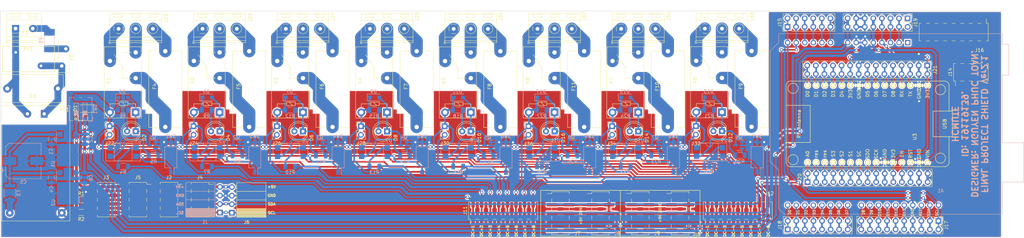
<source format=kicad_pcb>
(kicad_pcb (version 20211014) (generator pcbnew)
  (layers (0 "F.Cu" signal) (31 "B.Cu" signal) (34 "B.Paste" user) (35 "F.Paste" user) (36 "B.SilkS" user "B.Silkscreen") (37 "F.SilkS" user "F.Silkscreen") (38 "B.Mask" user) (39 "F.Mask" user) (44 "Edge.Cuts" user))
  (net 0 "")
  (net 1 "Net-(D1-Pad2)")
  (net 2 "Net-(F1-Pad1)")
  (net 3 "Net-(F1-Pad2)")
  (net 4 "GND")
  (net 5 "+12V")
  (net 6 "/RELAY_POWER")
  (net 7 "Net-(F3-Pad1)")
  (net 8 "Net-(F4-Pad1)")
  (net 9 "Net-(F4-Pad2)")
  (net 10 "+5V")
  (net 11 "Net-(C3-Pad1)")
  (net 12 "Net-(C3-Pad2)")
  (net 13 "+9V")
  (net 15 "Net-(D10-Pad2)")
  (net 16 "/IOREF")
  (net 17 "/RST")
  (net 18 "/3V3")
  (net 19 "/A0")
  (net 20 "Net-(F5-Pad1)")
  (net 21 "Net-(F5-Pad2)")
  (net 22 "Net-(F6-Pad1)")
  (net 23 "Net-(F6-Pad2)")
  (net 24 "Net-(F7-Pad1)")
  (net 25 "Net-(F7-Pad2)")
  (net 26 "Net-(F8-Pad1)")
  (net 27 "Net-(F8-Pad2)")
  (net 28 "Net-(F9-Pad1)")
  (net 29 "Net-(F9-Pad2)")
  (net 30 "Net-(F10-Pad1)")
  (net 31 "Net-(F10-Pad2)")
  (net 32 "Net-(F11-Pad1)")
  (net 33 "Net-(F11-Pad2)")
  (net 34 "/A1")
  (net 35 "/A2")
  (net 36 "/A3")
  (net 37 "SDA")
  (net 38 "SCL")
  (net 39 "/D0")
  (net 40 "/D1")
  (net 41 "Net-(R4-Pad2)")
  (net 42 "Net-(R5-Pad1)")
  (net 43 "Net-(R7-Pad2)")
  (net 44 "Net-(R8-Pad1)")
  (net 45 "Net-(R10-Pad2)")
  (net 46 "Net-(R11-Pad1)")
  (net 47 "Net-(R13-Pad2)")
  (net 48 "Net-(R14-Pad1)")
  (net 49 "Net-(R16-Pad2)")
  (net 50 "Net-(R17-Pad1)")
  (net 51 "Net-(R19-Pad2)")
  (net 52 "Net-(R20-Pad1)")
  (net 53 "Net-(R22-Pad2)")
  (net 54 "Net-(R23-Pad1)")
  (net 55 "/D2")
  (net 56 "/D3")
  (net 57 "/D4")
  (net 58 "/D5")
  (net 59 "/D6")
  (net 60 "/D7")
  (net 61 "/D8")
  (net 62 "/D9")
  (net 63 "/D10")
  (net 64 "/D11")
  (net 65 "/D12")
  (net 66 "/D13")
  (net 67 "/30")
  (net 68 "/ESP1")
  (net 69 "/ESP2")
  (net 70 "/ESP3")
  (net 71 "/ESP4")
  (net 72 "/ESP5")
  (net 73 "/ESP6")
  (net 74 "/ESP7")
  (net 75 "/ESP8")
  (net 76 "/ESP9")
  (net 77 "/ESP12")
  (net 78 "/ESP13")
  (net 79 "/ESP18")
  (net 80 "/ESP19")
  (net 81 "/ESP20")
  (net 82 "/ESP21")
  (net 83 "/ESP22")
  (net 84 "/ESP23")
  (net 85 "/ESP26")
  (net 86 "/ESP27")
  (net 87 "/ESP28")
  (net 88 "/ESP29")
  (net 89 "/ESP30")
  (net 90 "Net-(Q1-Pad2)")
  (net 91 "Net-(Q2-Pad2)")
  (net 92 "Net-(Q3-Pad2)")
  (net 93 "Net-(Q4-Pad2)")
  (net 94 "Net-(Q5-Pad2)")
  (net 95 "Net-(Q6-Pad2)")
  (net 96 "Net-(Q7-Pad2)")
  (net 97 "Net-(Q8-Pad2)")
  (net 98 "DC+ _1")
  (net 99 "DC+ _2")
  (net 100 "DC+ _3")
  (net 101 "DC+ _4")
  (net 102 "DC+ _5")
  (net 103 "DC+ _8")
  (net 104 "DC+ _7")
  (net 105 "DC+ _6")
  (net 106 "DC- _1")
  (net 107 "DC- _2")
  (net 108 "DC- _3")
  (net 109 "DC- _4")
  (net 110 "DC- _5")
  (net 111 "DC- _8")
  (net 112 "DC- _7")
  (net 113 "DC- _6")
  (net 114 "Net-(D2-Pad1)")
  (net 115 "Net-(D2-Pad2)")
  (net 116 "Net-(D4-Pad1)")
  (net 117 "Net-(D4-Pad2)")
  (net 118 "Net-(D6-Pad1)")
  (net 119 "Net-(D6-Pad2)")
  (net 120 "Net-(D8-Pad1)")
  (net 121 "Net-(D8-Pad2)")
  (net 122 "Net-(D12-Pad1)")
  (net 123 "Net-(D12-Pad2)")
  (net 124 "Net-(D14-Pad1)")
  (net 125 "Net-(D14-Pad2)")
  (net 126 "Net-(D16-Pad1)")
  (net 127 "Net-(D16-Pad2)")
  (net 128 "Net-(R25-Pad2)")
  (net 129 "Net-(R26-Pad1)")
  (net 130 "Net-(D10-Pad1)")
  (net 133 "Net-(J23-Pad1)")
  (net 134 "Net-(J23-Pad2)")
  (net 135 "Net-(J25-Pad1)")
  (net 136 "Net-(J25-Pad2)")
  (net 137 "Net-(J27-Pad1)")
  (net 138 "Net-(J27-Pad2)")
  (net 139 "Net-(J29-Pad1)")
  (net 140 "Net-(J29-Pad2)")
  (net 141 "Net-(J31-Pad1)")
  (net 142 "Net-(J31-Pad2)")
  (net 143 "Net-(J33-Pad1)")
  (net 144 "Net-(J33-Pad2)")
  (net 145 "Net-(J35-Pad1)")
  (net 146 "Net-(J35-Pad2)")
  (net 147 "Net-(J37-Pad1)")
  (net 148 "Net-(J37-Pad2)")
  (footprint "Relay_THT:Relay_SPDT_Omron-G5Q-1" (layer "F.Cu") (at 134.3575 50.845 90)
    (fp_text reference "K4")
    (fp_text value "G5Q-1")
  )
  (footprint "Connector_PinHeader_2.54mm:PinHeader_2x08_P2.54mm_Vertical" (layer "F.Cu") (at 253.0775 85.6 90)
    (fp_text reference "J18")
    (fp_text value "Conn_02x08_Odd_Even")
  )
  (footprint "NodeMCU_Esp8266:NodeMCU1.0(12-E)_SHIELD" (layer "F.Cu") (at 258.9575 65.69 90)
    (fp_text reference "U3")
    (fp_text value "NodeMCU_ESP8266")
  )
  (footprint "LED_THT:LED_D5.0mm" (layer "F.Cu") (at 208.7975 56.48 180)
    (fp_text reference "D14")
    (fp_text value "LED")
  )
  (footprint "Fuse:Fuseholder_Cylinder-5x20mm_Schurter_0031_8201_Horizontal_Open" (layer "F.Cu") (at 217.5625 55.195 90)
    (fp_text reference "F10")
    (fp_text value "SB_Fuse")
  )
  (footprint "Connector_PinHeader_2.54mm:PinHeader_1x02_P2.54mm_Vertical" (layer "F.Cu") (at 52.1675 54.946)
    (fp_text reference "J22")
    (fp_text value "Conn_01x02")
  )
  (footprint "LED_THT:LED_D5.0mm" (layer "F.Cu") (at 134.3675 56.48 180)
    (fp_text reference "D8")
    (fp_text value "LED")
  )
  (footprint "Connector_PinHeader_2.54mm:PinHeader_2x05_P2.54mm_Vertical_SMD" (layer "F.Cu") (at 221.2 80.8)
    (fp_text reference "J10")
    (fp_text value "Conn_02x05_Odd_Even")
  )
  (footprint "Fuse:Fuseholder_Cylinder-5x20mm_Schurter_0031_8201_Horizontal_Open" (layer "F.Cu") (at 143.1325 55.195 90)
    (fp_text reference "F7")
    (fp_text value "SB_Fuse")
  )
  (footprint "Fuse:Fuseholder_Cylinder-5x20mm_Schurter_0031_8201_Horizontal_Open" (layer "F.Cu") (at 93.5325 55.181 90)
    (fp_text reference "F5")
    (fp_text value "SB_Fuse")
  )
  (footprint "Relay_THT:Relay_SPDT_Omron-G5Q-1" (layer "F.Cu") (at 208.7875 50.845 90)
    (fp_text reference "K7")
    (fp_text value "G5Q-1")
  )
  (footprint "LED_THT:LED_D5.0mm" (layer "F.Cu") (at 183.9975 56.48 180)
    (fp_text reference "D16")
    (fp_text value "LED")
  )
  (footprint "Relay_THT:Relay_SPDT_Omron-G5Q-1" (layer "F.Cu") (at 233.5875 50.783125 90)
    (fp_text reference "K6")
    (fp_text value "G5Q-1")
  )
  (footprint "TerminalBlock_RND:TerminalBlock_RND_205-00232_1x02_P5.08mm_Horizontal" (layer "F.Cu") (at 24.305 25.95)
    (fp_text reference "J13")
    (fp_text value "Screw_Terminal_01x02")
  )
  (footprint "Connector_PinHeader_2.54mm:PinHeader_2x05_P2.54mm_Vertical_SMD" (layer "F.Cu") (at 197.6 80.8)
    (fp_text reference "J8")
    (fp_text value "Conn_02x05_Odd_Even")
  )
  (footprint "Fuse:Fuseholder_Cylinder-5x20mm_Schurter_0031_8201_Horizontal_Open" (layer "F.Cu") (at 242.3625 55.133125 90)
    (fp_text reference "F9")
    (fp_text value "SB_Fuse")
  )
  (footprint "Connector_PinHeader_2.54mm:PinHeader_2x15_P2.54mm_Vertical" (layer "F.Cu") (at 294.4175 36.92 -90)
    (fp_text reference "J21")
    (fp_text value "Conn_02x15_Odd_Even")
  )
  (footprint "Connector_PinHeader_2.54mm:PinHeader_1x02_P2.54mm_Vertical" (layer "F.Cu") (at 126.6325 54.96)
    (fp_text reference "J28")
    (fp_text value "Conn_01x02")
  )
  (footprint "Resistor_SMD:R_1206_3216Metric" (layer "F.Cu") (at 45.0375 52.32 180)
    (fp_text reference "R3")
    (fp_text value "330R")
  )
  (footprint "Connector_PinHeader_2.54mm:PinHeader_1x02_P2.54mm_Vertical" (layer "F.Cu") (at 201.0625 54.96)
    (fp_text reference "J34")
    (fp_text value "Conn_01x02")
  )
  (footprint "Relay_THT:Relay_SPDT_Omron-G5Q-1" (layer "F.Cu") (at 59.8925 50.831 90)
    (fp_text reference "K1")
    (fp_text value "G5Q-1")
  )
  (footprint "Connector_PinHeader_2.54mm:PinHeader_1x02_P2.54mm_Vertical" (layer "F.Cu") (at 225.8625 54.898125)
    (fp_text reference "J32")
    (fp_text value "Conn_01x02")
  )
  (footprint "Relay_THT:Relay_SPDT_Omron-G5Q-1" (layer "F.Cu") (at 109.4425 50.845 90)
    (fp_text reference "K3")
    (fp_text value "G5Q-1")
  )
  (footprint "Connector_PinHeader_2.54mm:PinHeader_1x02_P2.54mm_Vertical" (layer "F.Cu") (at 176.2625 54.96)
    (fp_text reference "J36")
    (fp_text value "Conn_01x02")
  )
  (footprint "Fuse:Fuse_Bourns_MF-RHT300" (layer "F.Cu") (at 39.2 31.975 -90)
    (fp_text reference "F2")
    (fp_text value "Fuse_(73dgr)")
  )
  (footprint "TerminalBlock_RND:TerminalBlock_RND_205-00233_1x03_P5.08mm_Horizontal" (layer "F.Cu") (at 129.2975 26.04)
    (fp_text reference "J29")
    (fp_text value "Screw_Terminal_01x03")
  )
  (footprint "Connector_PinHeader_2.54mm:PinHeader_2x08_P2.54mm_Vertical_SMD" (layer "F.Cu") (at 302.24 27.025 -90)
    (fp_text reference "J16")
    (fp_text value "Conn_02x08_Odd_Even")
  )
  (footprint "Fuse:Fuseholder_Cylinder-5x20mm_Schurter_0031_8201_Horizontal_Open" (layer "F.Cu") (at 118.2175 55.195 90)
    (fp_text reference "F6")
    (fp_text value "SB_Fuse")
  )
  (footprint "Varistor:RV_Disc_D15.5mm_W7.5mm_P7.5mm" (layer "F.Cu") (at 31.85 37.025 180)
    (fp_text reference "RV1")
    (fp_text value "Varistor")
  )
  (footprint "Relay_THT:Relay_SPDT_Omron-G5Q-1" (layer "F.Cu") (at 183.9875 50.845 90)
    (fp_text reference "K8")
    (fp_text value "G5Q-1")
  )
  (footprint "LED_THT:LED_D5.0mm" (layer "F.Cu") (at 109.4525 56.48 180)
    (fp_text reference "D6")
    (fp_text value "LED")
  )
  (footprint "Fuse:Fuseholder_Cylinder-5x20mm_Schurter_0031_8201_Horizontal_Open" (layer "F.Cu") (at 167.9425 55.205 90)
    (fp_text reference "F8")
    (fp_text value "SB_Fuse")
  )
  (footprint "LED_THT:LED_D5.0mm" (layer "F.Cu") (at 84.7675 56.466 180)
    (fp_text reference "D4")
    (fp_text value "LED")
  )
  (footprint "TerminalBlock_RND:TerminalBlock_RND_205-00233_1x03_P5.08mm_Horizontal" (layer "F.Cu") (at 228.5275 25.978125)
    (fp_text reference "J33")
    (fp_text value "Screw_Terminal_01x03")
  )
  (footprint "Connector_PinSocket_2.54mm:PinSocket_1x04_P2.54mm_Horizontal" (layer "F.Cu") (at 88.4 80.65 180)
    (fp_text reference "J6")
    (fp_text value "Conn_1x4_F")
  )
  (footprint "Connector_PinHeader_2.54mm:PinHeader_1x02_P2.54mm_Vertical" (layer "F.Cu") (at 151.4425 54.97)
    (fp_text reference "J30")
    (fp_text value "Conn_01x02")
  )
  (footprint "Connector_PinHeader_2.54mm:PinHeader_2x05_P2.54mm_Vertical_SMD" (layer "F.Cu") (at 209.4 80.8)
    (fp_text reference "J9")
    (fp_text value "Conn_02x05_Odd_Even")
  )
  (footprint "Relay_THT:Relay_SPDT_Omron-G5Q-1" (layer "F.Cu") (at 159.1675 50.855 90)
    (fp_text reference "K5")
    (fp_text value "G5Q-1")
  )
  (footprint "Connector_PinHeader_2.54mm:PinHeader_2x10_P2.54mm_Vertical" (layer "F.Cu") (at 297.7375 83.06 -90)
    (fp_text reference "J17")
    (fp_text value "Conn_02x10_Odd_Even")
  )
  (footprint "Connector_PinHeader_2.54mm:PinHeader_2x08_P2.54mm_Vertical_SMD" (layer "F.Cu") (at 168.75 80 90)
    (fp_text reference "J11")
    (fp_text value "Conn_02x16_Odd_Even")
  )
  (footprint "Converter_ACDC:Converter_ACDC_HiLink_HLK-PMxx" (layer "F.Cu") (at 32.805 51.2875 -90)
    (fp_text reference "PS1")
    (fp_text value "HLK-5M12")
  )
  (footprint "Connector_PinSocket_2.54mm:PinSocket_2x04_P2.54mm_Vertical_SMD" (layer "F.Cu") (at 51.16 76.75)
    (fp_text reference "J3")
    (fp_text value "Conn_2x4")
  )
  (footprint "Connector_PinHeader_2.54mm:PinHeader_2x08_P2.54mm_Vertical_SMD" (layer "F.Cu") (at 238.3 80 90)
    (fp_text reference "J12")
    (fp_text value "Conn_02x16_Odd_Even")
  )
  (footprint "TerminalBlock_RND:TerminalBlock_RND_205-00233_1x03_P5.08mm_Horizontal" (layer "F.Cu") (at 154.1075 26.05)
    (fp_text reference "J31")
    (fp_text value "Screw_Terminal_01x03")
  )
  (footprint "Connector_PinHeader_2.54mm:PinHeader_1x02_P2.54mm_Vertical" (layer "F.Cu") (at 77.0325 54.946)
    (fp_text reference "J24")
    (fp_text value "Conn_01x02")
  )
  (footprint "Relay_THT:Relay_SPDT_Omron-G5Q-1" (layer "F.Cu") (at 84.7575 50.831 90)
    (fp_text reference "K2")
    (fp_text value "G5Q-1")
  )
  (footprint "TerminalBlock_RND:TerminalBlock_RND_205-00233_1x03_P5.08mm_Horizontal" (layer "F.Cu") (at 79.6975 26.026)
    (fp_text reference "J25")
    (fp_text value "Screw_Terminal_01x03")
  )
  (footprint "Resistor_SMD:R_1206_3216Metric" (layer "F.Cu") (at 43.75 80.55)
    (fp_text reference "R2")
    (fp_text value "4.7K")
  )
  (footprint "Capacitor_THT:C_Rect_L18.0mm_W8.0mm_P15.00mm_FKS3_FKP3" (layer "F.Cu") (at 36.85 43.775 180)
    (fp_text reference "C3")
    (fp_text value "0.1uF")
  )
  (footprint "Connector_PinHeader_2.54mm:PinHeader_1x02_P2.54mm_Vertical" (layer "F.Cu") (at 101.7175 54.96)
    (fp_text reference "J26")
    (fp_text value "Conn_01x02")
  )
  (footprint "TerminalBlock_RND:TerminalBlock_RND_205-00233_1x03_P5.08mm_Horizontal" (layer "F.Cu") (at 54.8325 26.026)
    (fp_text reference "J23")
    (fp_text value "Screw_Terminal_01x03")
  )
  (footprint "TerminalBlock_RND:TerminalBlock_RND_205-00233_1x03_P5.08mm_Horizontal" (layer "F.Cu") (at 178.9275 26.04)
    (fp_text reference "J37")
    (fp_text value "Screw_Terminal_01x03")
  )
  (footprint "Fuse:Fuseholder_Cylinder-5x20mm_Schurter_0031_8201_Horizontal_Open" (layer "F.Cu") (at 192.7625 55.195 90)
    (fp_text reference "F11")
    (fp_text value "SB_Fuse")
  )
  (footprint "LED_SMD:LED_1206_3216Metric" (layer "F.Cu") (at 45.0375 49.72 180)
    (fp_text reference "D1")
    (fp_text value "LED")
  )
  (footprint "Connector_PinHeader_2.54mm:PinHeader_2x05_P2.54mm_Vertical_SMD" (layer "F.Cu") (at 185.75 80.8)
    (fp_text reference "J7")
    (fp_text value "Conn_02x05_Odd_Even")
  )
  (footprint "LED_THT:LED_D5.0mm" (layer "F.Cu") (at 59.9025 56.466 180)
    (fp_text reference "D2")
    (fp_text value "LED")
  )
  (footprint "Connector_PinSocket_2.54mm:PinSocket_2x04_P2.54mm_Vertical_SMD" (layer "F.Cu") (at 69.75 76.75)
    (fp_text reference "J2")
    (fp_text value "Conn_2x4")
  )
  (footprint "Connector_PinSocket_2.54mm:PinSocket_2x04_P2.54mm_Vertical_SMD" (layer "F.Cu") (at 60.55 76.75)
    (fp_text reference "J5")
    (fp_text value "Conn_2x4")
  )
  (footprint "Connector_PinSocket_2.54mm:PinSocket_2x04_P2.54mm_Vertical_SMD" (layer "F.Cu") (at 78.95 76.75)
    (fp_text reference "J4")
    (fp_text value "Conn_2x4")
  )
  (footprint "Connector_PinHeader_2.54mm:PinHeader_2x06_P2.54mm_Vertical" (layer "F.Cu") (at 253.0175 25.46 90)
    (fp_text reference "J15")
    (fp_text value "Conn_02x06_Odd_Even")
  )
  (footprint "LED_THT:LED_D5.0mm" (layer "F.Cu") (at 159.1775 56.49 180)
    (fp_text reference "D10")
    (fp_text value "LED")
  )
  (footprint "Resistor_SMD:R_1206_3216Metric" (layer "F.Cu") (at 43.75 76.75)
    (fp_text reference "R1")
    (fp_text value "4.7K")
  )
  (footprint "TerminalBlock_RND:TerminalBlock_RND_205-00233_1x03_P5.08mm_Horizontal" (layer "F.Cu") (at 104.3825 26.04)
    (fp_text reference "J27")
    (fp_text value "Screw_Terminal_01x03")
  )
  (footprint "LED_THT:LED_D5.0mm" (layer "F.Cu") (at 233.5975 56.418125 180)
    (fp_text reference "D12")
    (fp_text value "LED")
  )
  (footprint "TerminalBlock_RND:TerminalBlock_RND_205-00233_1x03_P5.08mm_Horizontal" (layer "F.Cu") (at 203.7275 26.04)
    (fp_text reference "J35")
    (fp_text value "Screw_Terminal_01x03")
  )
  (footprint "Connector_PinHeader_2.54mm:PinHeader_2x08_P2.54mm_Vertical" (layer "F.Cu") (at 288.5975 22.92 -90)
    (fp_text reference "J19")
    (fp_text value "Conn_02x08_Odd_Even")
  )
  (footprint "Fuse:Fuseholder_Cylinder-5x20mm_Schurter_0031_8201_Horizontal_Open" (layer "F.Cu") (at 68.6675 55.181 90)
    (fp_text reference "F4")
    (fp_text value "SB_Fuse")
  )
  (footprint "Connector_PinHeader_2.54mm:PinHeader_2x04_P2.54mm_Vertical_SMD" (layer "F.Cu") (at 307.35 38.95 90)
    (fp_text reference "J14")
    (fp_text value "Conn_2x4")
  )
  (footprint "Connector_PinHeader_2.54mm:PinHeader_2x15_P2.54mm_Vertical" (layer "F.Cu") (at 258.9625 71.535 90)
    (fp_text reference "J20")
    (fp_text value "Conn_02x15_Odd_Even")
  )
  (footprint "Resistor_SMD:R_1206_3216Metric" (layer "B.Cu") (at 65.205 63.631)
    (fp_text reference "R5")
    (fp_text value "470R")
  )
  (footprint "Package_TO_SOT_SMD:SOT-23" (layer "B.Cu") (at 189.0125 60.645 180)
    (fp_text reference "Q8")
    (fp_text value "2N3904")
  )
  (footprint "Resistor_SMD:R_1206_3216Metric" (layer "B.Cu") (at 80.9575 50.116)
    (fp_text reference "R9")
    (fp_text value "330R")
  )
  (footprint "Button_Switch_SMD:SW_DIP_SPSTx01_Slide_Omron_A6S-110x_W8.9mm_P2.54mm" (layer "B.Cu") (at 194.4125 64.195 90)
    (fp_text reference "SW9")
    (fp_text value "SW_DIP_x01")
  )
  (footprint "Capacitor_SMD:C_1206_3216Metric" (layer "B.Cu") (at 34.987738 58.882738 -90)
    (fp_text reference "C1")
    (fp_text value "330nF")
  )
  (footprint "Resistor_SMD:R_1206_3216Metric" (layer "B.Cu") (at 56.0925 50.116)
    (fp_text reference "R6")
    (fp_text value "330R")
  )
  (footprint "Package_DIP:DIP-4_W7.62mm_SMDSocket_SmallPads" (layer "B.Cu") (at 105.725 62.645 180)
    (fp_text reference "U6")
    (fp_text value "PC817")
  )
  (footprint "Package_TO_SOT_SMD:SOT-23" (layer "B.Cu") (at 164.1925 60.655 180)
    (fp_text reference "Q5")
    (fp_text value "2N3904")
  )
  (footprint "Resistor_SMD:R_1206_3216Metric" (layer "B.Cu") (at 130.6325 66.895 180)
    (fp_text reference "R13")
    (fp_text value "100R")
  )
  (footprint "Package_DIP:DIP-4_W7.62mm_SMDSocket_SmallPads" (layer "B.Cu") (at 155.45 62.655 180)
    (fp_text reference "U8")
    (fp_text value "PC817")
  )
  (footprint "Diode_SMD:D_SOD-123F" (layer "B.Cu") (at 56.2175 46.381)
    (fp_text reference "D3")
    (fp_text value "1N5819")
  )
  (footprint "Resistor_SMD:R_1206_3216Metric" (layer "B.Cu") (at 81.0325 66.881 180)
    (fp_text reference "R7")
    (fp_text value "100R")
  )
  (footprint "Package_TO_SOT_SMD:SOT-23" (layer "B.Cu") (at 213.8125 60.645 180)
    (fp_text reference "Q7")
    (fp_text value "2N3904")
  )
  (footprint "Package_TO_SOT_SMD:SOT-23" (layer "B.Cu") (at 64.9175 60.631 180)
    (fp_text reference "Q1")
    (fp_text value "2N3904")
  )
  (footprint "Resistor_SMD:R_1206_3216Metric" (layer "B.Cu") (at 114.755 63.645)
    (fp_text reference "R11")
    (fp_text value "470R")
  )
  (footprint "Capacitor_SMD:C_1206_3216Metric" (layer "B.Cu") (at 44.705 70.25 -90)
    (fp_text reference "C6")
    (fp_text value "100nF")
  )
  (footprint "Button_Switch_SMD:SW_DIP_SPSTx01_Slide_Omron_A6S-110x_W8.9mm_P2.54mm" (layer "B.Cu") (at 95.1825 64.181 90)
    (fp_text reference "SW3")
    (fp_text value "SW_DIP_x01")
  )
  (footprint "Capacitor_SMD:C_1206_3216Metric" (layer "B.Cu") (at 44.787738 58.807738 -90)
    (fp_text reference "C2")
    (fp_text value "100nF")
  )
  (footprint "Button_Switch_SMD:SW_DIP_SPSTx01_Slide_Omron_A6S-110x_W8.9mm_P2.54mm" (layer "B.Cu") (at 244.0125 64.133125 90)
    (fp_text reference "SW7")
    (fp_text value "SW_DIP_x01")
  )
  (footprint "Button_Switch_SMD:SW_DIP_SPSTx01_Slide_Omron_A6S-110x_W8.9mm_P2.54mm" (layer "B.Cu") (at 70.3175 64.181 90)
    (fp_text reference "SW2")
    (fp_text value "SW_DIP_x01")
  )
  (footprint "Fuse:Fuse_1812_4532Metric" (layer "B.Cu") (at 22.6 74.775 90)
    (fp_text reference "F3")
    (fp_text value "13V 0.75A")
  )
  (footprint "Resistor_SMD:R_1206_3216Metric" (layer "B.Cu") (at 229.7875 50.068125)
    (fp_text reference "R21")
    (fp_text value "330R")
  )
  (footprint "Button_Switch_SMD:SW_DIP_SPSTx01_Slide_Omron_A6S-110x_W8.9mm_P2.54mm" (layer "B.Cu") (at 144.7825 64.195 90)
    (fp_text reference "SW5")
    (fp_text value "SW_DIP_x01")
  )
  (footprint "Diode_SMD:D_SOD-123F" (layer "B.Cu") (at 229.9125 46.333125)
    (fp_text reference "D13")
    (fp_text value "1N5819")
  )
  (footprint "Resistor_SMD:R_1206_3216Metric" (layer "B.Cu") (at 90.07 63.631)
    (fp_text reference "R8")
    (fp_text value "470R")
  )
  (footprint "Resistor_SMD:R_1206_3216Metric" (layer "B.Cu") (at 139.67 63.645)
    (fp_text reference "R14")
    (fp_text value "470R")
  )
  (footprint "Resistor_SMD:R_1206_3216Metric" (layer "B.Cu") (at 155.3675 50.14)
    (fp_text reference "R18")
    (fp_text value "330R")
  )
  (footprint "Package_TO_SOT_SMD:SOT-23" (layer "B.Cu") (at 114.4675 60.645 180)
    (fp_text reference "Q3")
    (fp_text value "2N3904")
  )
  (footprint "Package_DIP:DIP-4_W7.62mm_SMDSocket_SmallPads" (layer "B.Cu") (at 81.04 62.631 180)
    (fp_text reference "U5")
    (fp_text value "PC817")
  )
  (footprint "Diode_SMD:D_SOD-123F" (layer "B.Cu") (at 130.6825 46.395)
    (fp_text reference "D9")
    (fp_text value "1N5819")
  )
  (footprint "Package_DIP:DIP-4_W7.62mm_SMDSocket_SmallPads" (layer "B.Cu") (at 180.27 62.645 180)
    (fp_text reference "U11")
    (fp_text value "PC817")
  )
  (footprint "Resistor_SMD:R_1206_3216Metric" (layer "B.Cu") (at 56.1675 66.881 180)
    (fp_text reference "R4")
    (fp_text value "100R")
  )
  (footprint "Resistor_SMD:R_1206_3216Metric" (layer "B.Cu") (at 105.6425 50.13)
    (fp_text reference "R12")
    (fp_text value "330R")
  )
  (footprint "Resistor_SMD:R_1206_3216Metric" (layer "B.Cu") (at 189.3 63.645)
    (fp_text reference "R26")
    (fp_text value "470R")
  )
  (footprint "Resistor_SMD:R_1206_3216Metric" (layer "B.Cu") (at 180.1875 50.13)
    (fp_text reference "R27")
    (fp_text value "330R")
  )
  (footprint "Package_DIP:DIP-4_W7.62mm_SMDSocket_SmallPads" (layer "B.Cu") (at 130.64 62.645 180)
    (fp_text reference "U7")
    (fp_text value "PC817")
  )
  (footprint "Fuse:Fuse_Littelfuse-NANO2-451_453" (layer "B.Cu") (at 34.35 29.525 -90)
    (fp_text reference "F1")
    (fp_text value "SB_Fuse")
  )
  (footprint "Diode_SMD:D_SOD-123F" (layer "B.Cu") (at 205.1125 46.395)
    (fp_text reference "D15")
    (fp_text value "1N5819")
  )
  (footprint "Capacitor_SMD:CP_Elec_10x10" (layer "B.Cu") (at 26.6 65.275)
    (fp_text reference "C5")
    (fp_text value "220uF")
  )
  (footprint "Button_Switch_SMD:SW_DIP_SPSTx02_Slide_6.7x6.64mm_W6.73mm_P2.54mm_LowProfile_JPin" (layer "B.Cu") (at 43.5675 49.845 90)
    (fp_text reference "SW1")
    (fp_text value "SW_DIP_x02")
  )
  (footprint "Resistor_SMD:R_1206_3216Metric" (layer "B.Cu") (at 205.0625 66.895 180)
    (fp_text reference "R22")
    (fp_text value "100R")
  )
  (footprint "Diode_SMD:D_SOD-123F" (layer "B.Cu") (at 81.0825 46.381)
    (fp_text reference "D5")
    (fp_text value "1N5819")
  )
  (footprint "Button_Switch_SMD:SW_DIP_SPSTx01_Slide_Omron_A6S-110x_W8.9mm_P2.54mm" (layer "B.Cu") (at 219.2125 64.195 90)
    (fp_text reference "SW8")
    (fp_text value "SW_DIP_x01")
  )
  (footprint "Package_TO_SOT_SMD:SOT-23" (layer "B.Cu") (at 139.3825 60.645 180)
    (fp_text reference "Q4")
    (fp_text value "2N3904")
  )
  (footprint "Resistor_SMD:R_1206_3216Metric" (layer "B.Cu") (at 180.2625 66.895 180)
    (fp_text reference "R25")
    (fp_text value "100R")
  )
  (footprint "Package_TO_SOT_SMD:ATPAK-2" (layer "B.Cu") (at 39.805 73.1 -90)
    (fp_text reference "U2")
    (fp_text value "L7809")
  )
  (footprint "Button_Switch_SMD:SW_DIP_SPSTx01_Slide_Omron_A6S-110x_W8.9mm_P2.54mm" (layer "B.Cu") (at 169.5925 64.205 90)
    (fp_text reference "SW6")
    (fp_text value "SW_DIP_x01")
  )
  (footprint "Diode_SMD:D_SOD-123F" (layer "B.Cu") (at 180.3125 46.395)
    (fp_text reference "D17")
    (fp_text value "1N5819")
  )
  (footprint "Capacitor_SMD:C_1206_3216Metric" (layer "B.Cu") (at 34.905 70.25 -90)
    (fp_text reference "C4")
    (fp_text value "330nF")
  )
  (footprint "Connector_PinSocket_2.54mm:PinSocket_1x04_P2.54mm_Horizontal" (layer "B.Cu") (at 84.85 80.6)
    (fp_text reference "J1")
    (fp_text value "Conn_1x4_F")
  )
  (footprint "Package_TO_SOT_SMD:ATPAK-2" (layer "B.Cu") (at 39.787738 61.717262 -90)
    (fp_text reference "U1")
    (fp_text value "L7805")
  )
  (footprint "Resistor_SMD:R_1206_3216Metric" (layer "B.Cu") (at 105.7175 66.895 180)
    (fp_text reference "R10")
    (fp_text value "100R")
  )
  (footprint "Resistor_SMD:R_1206_3216Metric" (layer "B.Cu") (at 214.1 63.645)
    (fp_text reference "R23")
    (fp_text value "470R")
  )
  (footprint "Resistor_SMD:R_1206_3216Metric" (layer "B.Cu") (at 204.9875 50.13)
    (fp_text reference "R24")
    (fp_text value "330R")
  )
  (footprint "Button_Switch_SMD:SW_DIP_SPSTx01_Slide_Omron_A6S-110x_W8.9mm_P2.54mm" (layer "B.Cu") (at 119.8675 64.195 90)
    (fp_text reference "SW4")
    (fp_text value "SW_DIP_x01")
  )
  (footprint "Module:Arduino_UNO_R3_SHIELD" (layer "B.Cu") (at 288.6125 30.13 180)
    (fp_text reference "A1")
    (fp_text value "Arduino_UNO_1_R3")
  )
  (footprint "Package_TO_SOT_SMD:SOT-23" (layer "B.Cu") (at 89.7825 60.631 180)
    (fp_text reference "Q2")
    (fp_text value "2N3904")
  )
  (footprint "Package_TO_SOT_SMD:SOT-23" (layer "B.Cu") (at 238.6125 60.583125 180)
    (fp_text reference "Q6")
    (fp_text value "2N3904")
  )
  (footprint "Resistor_SMD:R_1206_3216Metric" (layer "B.Cu") (at 164.48 63.655)
    (fp_text reference "R17")
    (fp_text value "470R")
  )
  (footprint "Resistor_SMD:R_1206_3216Metric" (layer "B.Cu") (at 229.8625 66.833125 180)
    (fp_text reference "R19")
    (fp_text value "100R")
  )
  (footprint "Resistor_SMD:R_1206_3216Metric" (layer "B.Cu") (at 238.9 63.583125)
    (fp_text reference "R20")
    (fp_text value "470R")
  )
  (footprint "Diode_SMD:D_SOD-123F" (layer "B.Cu") (at 155.4925 46.405)
    (fp_text reference "D11")
    (fp_text value "1N5819")
  )
  (footprint "Package_DIP:DIP-4_W7.62mm_SMDSocket_SmallPads" (layer "B.Cu") (at 56.175 62.631 180)
    (fp_text reference "U4")
    (fp_text value "PC817")
  )
  (footprint "Package_DIP:DIP-4_W7.62mm_SMDSocket_SmallPads" (layer "B.Cu") (at 229.87 62.583125 180)
    (fp_text reference "U9")
    (fp_text value "PC817")
  )
  (footprint "Resistor_SMD:R_1206_3216Metric" (layer "B.Cu") (at 130.5575 50.13)
    (fp_text reference "R15")
    (fp_text value "330R")
  )
  (footprint "Package_DIP:DIP-4_W7.62mm_SMDSocket_SmallPads" (layer "B.Cu") (at 205.07 62.645 180)
    (fp_text reference "U10")
    (fp_text value "PC817")
  )
  (footprint "Diode_SMD:D_SOD-123F" (layer "B.Cu") (at 105.7675 46.395)
    (fp_text reference "D7")
    (fp_text value "1N5819")
  )
  (footprint "Resistor_SMD:R_1206_3216Metric" (layer "B.Cu") (at 155.4425 66.905 180)
    (fp_text reference "R16")
    (fp_text value "100R")
  )
  (gr_line (start 179.9 87.6) (end 203.5 87.6) (layer "F.SilkS") (width 0.15))
  (gr_line (start 227.1 74) (end 203.5 74) (layer "F.SilkS") (width 0.15))
  (gr_line (start 203.5 87.6) (end 203.5 84.9) (layer "F.SilkS") (width 0.15))
  (gr_line (start 203.5 87.6) (end 227.1 87.6) (layer "F.SilkS") (width 0.15))
  (gr_line (start 227.1 87.6) (end 227.1 86.9) (layer "F.SilkS") (width 0.15))
  (gr_line (start 179.9 74) (end 179.9 87.6) (layer "F.SilkS") (width 0.15))
  (gr_line (start 203.5 83) (end 203.5 74) (layer "F.SilkS") (width 0.15))
  (gr_line (start 203.5 74) (end 179.9 74) (layer "F.SilkS") (width 0.15))
  (gr_line (start 227.1 85.1) (end 227.1 74) (layer "F.SilkS") (width 0.15))
  (gr_rect (start 19.75 20.75) (end 316.55 88.15) (layer "Edge.Cuts") (width 0.1) (fill none))
  (gr_text "+5V\n\nGND\n\nSDA\n\nSCL" (at 73 76.8) (layer "B.SilkS") (effects (font (size 0.8 0.8) (thickness 0.2)) (justify mirror)))
  (gr_text "FINAL PROJECT SHIELD Ver2.1\nDESIGNER: NGUYEN PHUC TOAN.\nID: 19119139.\nHCMUTE" (at 306.966 54.3 270) (layer "B.SilkS") (effects (font (size 1.8 1.8) (thickness 0.375)) (justify mirror)))
  (gr_text "+5V\n\nGND\n\nSDA\n\nSCL" (at 100.2 76.8) (layer "F.SilkS") (effects (font (size 0.8 0.8) (thickness 0.2))))
  (gr_text "DC+1\n\nDC+2\n\nDC+3\n\nDC+4\n\nDC+5\n\nDC+6\n\nDC+7\n\nDC+8" (at 168.8 86.1 90) (layer "F.SilkS") (effects (font (size 0.8 0.8) (thickness 0.2))))
  (gr_text "D8\n\nD9\n\nD10\n\nD11\n\nD12\n\nD13\n\nGND\n\nREF\n\nSDA\n\nSCL" (at 286.4 80.55 90) (layer "F.SilkS") (effects (font (size 0.75 0.75))))
  (gr_text "+5V ZONE" (at 191.77 81.28 90) (layer "F.SilkS") (effects (font (size 0.75 0.75))))
  (gr_text "+9V ZONE" (at 215.265 80.645 90) (layer "F.SilkS") (effects (font (size 0.75 0.75))))
  (gr_text "DC-1\n\nDC-2\n\nDC-3\n\nDC-4\n\nDC-5\n\nDC-6\n\nDC-7\n\nDC-8" (at 238.3 86.1 90) (layer "F.SilkS") (effects (font (size 0.8 0.8) (thickness 0.2))))
  (gr_text "D0\n\nD1\n\nD2\n\nD3\n\nD4\n\nD5\n\nD6\n\nD7" (at 262.15 80.5 90) (layer "F.SilkS") (effects (font (size 0.75 0.75))))
  (segment (start 43.575 49.7825) (end 43.6375 49.72) (width 0.5) (layer "F.Cu") (net 1))
  (segment (start 43.575 52.32) (end 43.575 49.7825) (width 0.5) (layer "F.Cu") (net 1))
  (segment (start 33.23 25.95) (end 34.35 27.07) (width 2) (layer "B.Cu") (net 2))
  (segment (start 29.385 25.95) (end 33.23 25.95) (width 2) (layer "B.Cu") (net 2))
  (segment (start 39.195 31.98) (end 39.2 31.975) (width 2) (layer "B.Cu") (net 3))
  (segment (start 34.35 31.98) (end 39.195 31.98) (width 2) (layer "B.Cu") (net 3))
  (segment (start 221.2875 59.728195) (end 241.88618 59.728195) (width 0.5) (layer "F.Cu") (net 4))
  (segment (start 291.9775 63.5225) (end 291.9775 42.83) (width 0.5) (layer "F.Cu") (net 4))
  (segment (start 291.9775 65.69) (end 291.9775 63.5225) (width 0.5) (layer "F.Cu") (net 4))
  (segment (start 293.35 29.55) (end 293.35 24.5) (width 0.5) (layer "F.Cu") (net 4))
  (segment (start 46.4375 49.72) (end 47.8375 49.72) (width 0.5) (layer "F.Cu") (net 4))
  (segment (start 121.9425 59.728195) (end 142.718055 59.728195) (width 0.5) (layer "F.Cu") (net 4))
  (segment (start 84.88 75.55) (end 84.85 75.52) (width 0.5) (layer "F.Cu") (net 4))
  (segment (start 308.59 24.5) (end 308.59 29.55) (width 0.5) (layer "F.Cu") (net 4))
  (segment (start 291.9 33.5) (end 291.9 32.5) (width 0.5) (layer "F.Cu") (net 4))
  (segment (start 303.54 36.425) (end 303.54 41.475) (width 0.5) (layer "F.Cu") (net 4))
  (segment (start 303.51 29.55) (end 303.51 24.5) (width 0.5) (layer "F.Cu") (net 4))
  (segment (start 88.38 75.55) (end 88.4 75.57) (width 0.5) (layer "F.Cu") (net 4))
  (segment (start 293.35 31.05) (end 293.35 29.55) (width 0.5) (layer "F.Cu") (net 4))
  (segment (start 290.6555 64.478) (end 290.8375 64.66) (width 0.5) (layer "F.Cu") (net 4))
  (segment (start 292 33.4) (end 291.9 33.5) (width 0.5) (layer "F.Cu") (net 4))
  (segment (start 49.7625 59.645) (end 68.26275 59.645) (width 0.5) (layer "F.Cu") (net 4))
  (segment (start 171.6675 59.738195) (end 192.338055 59.738195) (width 0.5) (layer "F.Cu") (net 4))
  (segment (start 47.8375 49.72) (end 48.8375 50.72) (width 0.5) (layer "F.Cu") (net 4))
  (segment (start 280.658945 64.478) (end 290.6555 64.478) (width 0.5) (layer "F.Cu") (net 4))
  (segment (start 86.55 75.55) (end 84.88 75.55) (width 0.5) (layer "F.Cu") (net 4))
  (segment (start 142.718055 59.728195) (end 142.7575 59.68875) (width 0.5) (layer "F.Cu") (net 4))
  (segment (start 217.148055 59.728195) (end 217.1875 59.68875) (width 0.5) (layer "F.Cu") (net 4))
  (segment (start 251.600555 28.299445) (end 273.4375 28.299445) (width 0.5) (layer "F.Cu") (net 4))
  (segment (start 291.9 32.5) (end 293.35 31.05) (width 0.5) (layer "F.Cu") (net 4))
  (segment (start 280.6375 64.499445) (end 280.658945 64.478) (width 0.5) (layer "F.Cu") (net 4))
  (segment (start 303.54 36.425) (end 311.16 36.425) (width 0.5) (layer "F.Cu") (net 4))
  (segment (start 273.4375 28.299445) (end 276.0375 28.299445) (width 0.5) (layer "F.Cu") (net 4))
  (segment (start 241.88618 59.728195) (end 241.9875 59.626875) (width 0.5) (layer "F.Cu") (net 4))
  (segment (start 292 32.4) (end 292 33.4) (width 0.5) (layer "F.Cu") (net 4))
  (segment (start 167.538055 59.728195) (end 167.5675 59.69875) (width 0.5) (layer "F.Cu") (net 4))
  (segment (start 311.13 29.55) (end 311.13 41.445) (width 0.5) (layer "F.Cu") (net 4))
  (segment (start 81.47 75.48) (end 84.81 75.48) (width 0.5) (layer "F.Cu") (net 4))
  (segment (start 196.4875 59.728195) (end 217.148055 59.728195) (width 0.5) (layer "F.Cu") (net 4))
  (segment (start 308.59 41.445) (end 308.62 41.475) (width 0.5) (layer "F.Cu") (net 4))
  (segment (start 246.0875 59.66632) (end 249.75 56.00382) (width 0.5) (layer "F.Cu") (net 4))
  (segment (start 249.75 30.15) (end 251.600555 28.299445) (width 0.5) (layer "F.Cu") (net 4))
  (segment (start 311.13 41.445) (end 311.16 41.475) (width 0.5) (layer "F.Cu") (net 4))
  (segment (start 306.08 36.425) (end 306.08 41.475) (width 0.5) (layer "F.Cu") (net 4))
  (segment (start 308.62 36.425) (end 308.62 41.475) (width 0.5) (layer "F.Cu") (net 4))
  (segment (start 146.8575 59.728195) (end 167.538055 59.728195) (width 0.5) (layer "F.Cu") (net 4))
  (segment (start 295.89 24.5) (end 295.89 29.55) (width 0.5) (layer "F.Cu") (net 4))
  (segment (start 303.54 41.475) (end 311.16 41.475) (width 0.5) (layer "F.Cu") (net 4))
  (segment (start 249.75 56.00382) (end 249.75 30.15) (width 0.5) (layer "F.Cu") (net 4))
  (segment (start 306.05 29.55) (end 306.05 41.445) (width 0.5) (layer "F.Cu") (net 4))
  (segment (start 48.8375 58.72) (end 49.7625 59.645) (width 0.5) (layer "F.Cu") (net 4))
  (segment (start 68.26275 59.645) (end 68.2925 59.67475) (width 0.5) (layer "F.Cu") (net 4))
  (segment (start 47.68 75.48) (end 46.65 74.45) (width 0.5) (layer "F.Cu") (net 4))
  (segment (start 72.3925 59.714195) (end 93.118055 59.714195) (width 0.5) (layer "F.Cu") (net 4))
  (segment (start 46.65 74.45) (end 45.15 74.45) (width 0.5) (layer "F.Cu") (net 4))
  (segment (start 97.2575 59.714195) (end 117.817055 59.714195) (width 0.5) (layer "F.Cu") (net 4))
  (segment (start 290.84 64.66) (end 291.9775 63.5225) (width 0.5) (layer "F.Cu") (net 4))
  (segment (start 192.338055 59.738195) (end 192.3875 59.68875) (width 0.5) (layer "F.Cu") (net 4))
  (segment (start 117.817055 59.714195) (end 117.8425 59.68875) (width 0.5) (layer "F.Cu") (net 4))
  (segment (start 48.006945 59.645) (end 49.7625 59.645) (width 0.5) (layer "F.Cu") (net 4))
  (segment (start 298.43 29.55) (end 298.43 24.5) (width 0.5) (layer "F.Cu") (net 4))
  (segment (start 306.05 24.5) (end 306.05 29.55) (width 0.5) (layer "F.Cu") (net 4))
  (segment (start 292 32.4) (end 293.35 31.05) (width 0.5) (layer "F.Cu") (net 4))
  (segment (start 290.8375 64.66) (end 290.84 64.66) (width 0.5) (layer "F.Cu") (net 4))
  (segment (start 300.97 29.55) (end 300.97 24.5) (width 0.5) (layer "F.Cu") (net 4))
  (segment (start 81.47 75.48) (end 48.64 75.48) (width 0.5) (layer "F.Cu") (net 4))
  (segment (start 276.0375 28.299445) (end 309.879445 28.299445) (width 0.5) (layer "F.Cu") (net 4))
  (segment (start 84.81 75.48) (end 84.85 75.52) (width 0.5) (layer "F.Cu") (net 4))
  (segment (start 306.05 41.445) (end 306.08 41.475) (width 0.5) (layer "F.Cu") (net 4))
  (segment (start 308.59 29.55) (end 308.59 41.445) (width 0.5) (layer "F.Cu") (net 4))
  (segment (start 86.55 75.55) (end 88.38 75.55) (width 0.5) (layer "F.Cu") (net 4))
  (segment (start 309.879445 28.299445) (end 311.13 29.55) (width 0.5) (layer "F.Cu") (net 4))
  (segment (start 311.13 24.5) (end 311.13 29.55) (width 0.5) (layer "F.Cu") (net 4))
  (segment (start 93.118055 59.714195) (end 93.1575 59.67475) (width 0.5) (layer "F.Cu") (net 4))
  (segment (start 303.51 29.55) (end 303.51 41.445) (width 0.5) (layer "F.Cu") (net 4))
  (segment (start 311.16 36.425) (end 311.16 41.475) (width 0.5) (layer "F.Cu") (net 4))
  (segment (start 48.64 75.48) (end 47.68 75.48) (width 0.5) (layer "F.Cu") (net 4))
  (segment (start 48.8375 50.72) (end 48.8375 58.72) (width 0.5) (layer "F.Cu") (net 4))
  (segment (start 303.51 41.445) (end 303.54 41.475) (width 0.5) (layer "F.Cu") (net 4))
  (via (at 273.4375 28.299445) (size 1) (drill 0.6) (layers "F.Cu" "B.Cu") (net 4))
  (via (at 292 47.539445) (size 1) (drill 0.6) (layers "F.Cu" "B.Cu") (net 4))
  (via (at 291.9 33.5) (size 1) (drill 0.6) (layers "F.Cu" "B.Cu") (net 4))
  (via (at 221.2875 59.728195) (size 1) (drill 0.6) (layers "F.Cu" "B.Cu") (net 4))
  (via (at 117.8425 59.68875) (size 1) (drill 0.6) (layers "F.Cu" "B.Cu") (net 4))
  (via (at 276.0375 28.299445) (size 1) (drill 0.6) (layers "F.Cu" "B.Cu") (net 4))
  (via (at 93.1575 59.67475) (size 1) (drill 0.6) (layers "F.Cu" "B.Cu") (net 4))
  (via (at 280.6375 64.499445) (size 1) (drill 0.6) (layers "F.Cu" "B.Cu") (net 4))
  (via (at 97.2575 59.714195) (size 1) (drill 0.6) (layers "F.Cu" "B.Cu") (net 4))
  (via (at 290.8375 64.66) (size 1) (drill 0.6) (layers "F.Cu" "B.Cu") (net 4))
  (via (at 47.8675 59.645) (size 1) (drill 0.6) (layers "F.Cu" "B.Cu") (net 4))
  (via (at 217.1875 59.68875) (size 1) (drill 0.6) (layers "F.Cu" "B.Cu") (net 4))
  (via (at 121.9425 59.728195) (size 1) (drill 0.6) (layers "F.Cu" "B.Cu") (net 4))
  (via (at 72.3925 59.714195) (size 1) (drill 0.6) (layers "F.Cu" "B.Cu") (net 4))
  (via (at 192.3875 59.68875) (size 1) (drill 0.6) (layers "F.Cu" "B.Cu") (net 4))
  (via (at 86.55 75.55) (size 1) (drill 0.6) (layers "F.Cu" "B.Cu") (net 4))
  (via (at 246.0875 59.66632) (size 1) (drill 0.6) (layers "F.Cu" "B.Cu") (net 4))
  (via (at 171.6675 59.738195) (size 1) (drill 0.6) (layers "F.Cu" "B.Cu") (net 4))
  (via (at 146.8575 59.728195) (size 1) (drill 0.6) (layers "F.Cu" "B.Cu") (net 4))
  (via (at 167.5675 59.69875) (size 1) (drill 0.6) (layers "F.Cu" "B.Cu") (net 4))
  (via (at 241.9875 59.626875) (size 1) (drill 0.6) (layers "F.Cu" "B.Cu") (net 4))
  (via (at 68.2925 59.67475) (size 1) (drill 0.6) (layers "F.Cu" "B.Cu") (net 4))
  (via (at 142.7575 59.68875) (size 1) (drill 0.6) (layers "F.Cu" "B.Cu") (net 4))
  (via (at 45.15 74.45) (size 1) (drill 0.6) (layers "F.Cu" "B.Cu") (net 4))
  (via (at 196.4875 59.728195) (size 1) (drill 0.6) (layers "F.Cu" "B.Cu") (net 4))
  (segment (start 290.79375 64.676805) (end 290.8375 64.720555) (width 0.5) (layer "B.Cu") (net 4))
  (segment (start 281.8225 65.695) (end 281.8175 65.69) (width 0.5) (layer "B.Cu") (net 4))
  (segment (start 34.987738 60.357738) (end 36.628214 60.357738) (width 0.5) (layer "B.Cu") (net 4))
  (segment (start 194.3625 59.695) (end 194.4125 59.745) (width 0.5) (layer "B.Cu") (net 4))
  (segment (start 169.5925 59.755) (end 171.62375 59.755) (width 0.5) (layer "B.Cu") (net 4))
  (segment (start 219.1625 59.695) (end 219.2125 59.745) (width 0.5) (layer "B.Cu") (net 4))
  (segment (start 39.805 74.9) (end 39.805 78.8875) (width 0.5) (layer "B.Cu") (net 4))
  (segment (start 291.9775 37.02) (end 291.8775 36.92) (width 0.5) (layer "B.Cu") (net 4))
  (segment (start 291.9825 71.535) (end 291.9825 68.995) (width 0.5) (layer "B.Cu") (net 4))
  (segment (start 239.55 59.633125) (end 243.9625 59.633125) (width 0.5) (layer "B.Cu") (net 4))
  (segment (start 90.72 59.681) (end 95.1325 59.681) (width 0.5) (layer "B.Cu") (net 4))
  (segment (start 189.95 59.695) (end 194.3625 59.695) (width 0.5) (layer "B.Cu") (net 4))
  (segment (start 291.9825 68.995) (end 291.9825 65.695) (width 0.5) (layer "B.Cu") (net 4))
  (segment (start 45.15 74.45) (end 44.7 74.9) (width 0.5) (layer "B.Cu") (net 4))
  (segment (start 281.8225 68.995) (end 281.8225 65.695) (width 0.5) (layer "B.Cu") (net 4))
  (segment (start 275.8975 22.92) (end 275.8975 30.115) (width 0.5) (layer "B.Cu") (net 4))
  (segment (start 144.7325 59.695) (end 144.7825 59.745) (width 0.5) (layer "B.Cu") (net 4))
  (segment (start 292 42.8525) (end 291.9775 42.83) (width 0.5) (layer "B.Cu") (net 4))
  (segment (start 43.022262 60.282738) (end 39.787738 63.517262) (width 0.5) (layer "B.Cu") (net 4))
  (segment (start 291.9775 42.83) (end 291.9775 37.02) (width 0.5) (layer "B.Cu") (net 4))
  (segment (start 275.99375 28.31625) (end 276.0375 28.36) (width 0.5) (layer "B.Cu") (net 4))
  (segment (start 146.81375 59.745) (end 146.8575 59.78875) (width 0.5) (layer "B.Cu") (net 4))
  (segment (start 144.7825 59.745) (end 146.81375 59.745) (width 0.5) (layer "B.Cu") (net 4))
  (segment (start 274.0975 36.92) (end 275.9125 35.105) (width 0.5) (layer "B.Cu") (net 4))
  (segment (start 140.32 59.695) (end 144.7325 59.695) (width 0.5) (layer "B.Cu") (net 4))
  (segment (start 70.3175 59.731) (end 72.34875 59.731) (width 0.5) (layer "B.Cu") (net 4))
  (segment (start 95.1325 59.681) (end 95.1825 59.731) (width 0.5) (layer "B.Cu") (net 4))
  (segment (start 194.4125 59.745) (end 196.44375 59.745) (width 0.5) (layer "B.Cu") (net 4))
  (segment (start 97.21375 59.731) (end 97.2575 59.77475) (width 0.5) (layer "B.Cu") (net 4))
  (segment (start 84.85 75.52) (end 88.35 75.52) (width 0.5) (layer "B.Cu") (net 4))
  (segment (start 291.8775 35.4225) (end 291.8775 33.5225) (width 0.5) (layer "B.Cu") (net 4))
  (segment (start 292 74.5) (end 291.9825 74.4825) (width 0.5) (layer "B.Cu") (net 4))
  (segment (start 95.1825 59.731) (end 97.21375 59.731) (width 0.5) (layer "B.Cu") (net 4))
  (segment (start 290.1175 85.6) (end 290.1175 83.06) (width 0.5) (layer "B.Cu") (net 4))
  (segment (start 121.89875 59.745) (end 121.9425 59.78875) (width 0.5) (layer "B.Cu") (net 4))
  (segment (start 44.787738 60.282738) (end 47.229762 60.282738) (width 0.5) (layer "B.Cu") (net 4))
  (segment (start 171.62375 59.755) (end 171.6675 59.79875) (width 0.5) (layer "B.Cu") (net 4))
  (segment (start 65.855 59.681) (end 70.2675 59.681) (width 0.5) (layer "B.Cu") (net 4))
  (segment (start 44.7 74.9) (end 39.805 74.9) (width 0.5) (layer "B.Cu") (net 4))
  (segment (start 72.34875 59.731) (end 72.3925 59.77475) (width 0.5) (layer "B.Cu") (net 4))
  (segment (start 219.2125 59.745) (end 221.24375 59.745) (width 0.5) (layer "B.Cu") (net 4))
  (segment (start 44.787738 60.282738) (end 43.022262 60.282738) (width 0.5) (layer "B.Cu") (net 4))
  (segment (start 280.59375 64.51625) (end 280.6375 64.56) (width 0.5) (layer "B.Cu") (net 4))
  (segment (start 189.95 59.695) (end 194.3625 59.695) (width 0.5) (layer "B.Cu") (net 4))
  (segment (start 291.8775 33.5225) (end 291.9 33.5) (width 0.5) (layer "B.Cu") (net 4))
  (segment (start 274.0975 36.92) (end 274.0975 42.73) (width 0.5) (layer "B.Cu") (net 4))
  (segment (start 290.1325 78.39) (end 290.1325 76.3675) (width 0.5) (layer "B.Cu") (net 4))
  (segment (start 281.8225 71.535) (end 281.8225 68.995) (width 0.5) (layer "B.Cu") (net 4))
  (segment (start 273.39375 28.31625) (end 273.4375 28.36) (width 0.5) (layer "B.Cu") (net 4))
  (segment (start 273.3575 30.115) (end 273.3725 30.13) (width 0.5) (layer "B.Cu") (net 4))
  (segment (start 70.2675 59.681) (end 70.3175 59.731) (width 0.5) (layer "B.Cu") (net 4))
  (segment (start 34.905 71.725) (end 36.63 71.725) (width 0.5) (layer "B.Cu") (net 4))
  (segment (start 281.8175 65.679445) (end 280.6375 64.499445) (width 0.5) (layer "B.Cu") (net 4))
  (segment (start 37.837738 63.517262) (end 39.787738 63.517262) (width 0.5) (layer "B.Cu") (net 4))
  (segment (start 42.98 71.725) (end 39.805 74.9) (width 0.5) (layer "B.Cu") (net 4))
  (segment (start 47.229762 60.282738) (end 47.8675 59.645) (width 0.5) (layer "B.Cu") (net 4))
  (segment (start 221.24375 59.745) (end 221.2875 59.78875) (width 0.5) (layer "B.Cu") (net 4))
  (segment (start 196.44375 59.745) (end 196.4875 59.78875) (width 0.5) (layer "B.Cu") (net 4))
  (segment (start 244.0125 59.683125) (end 246.04375 59.683125) (width 0.5) (layer "B.Cu") (net 4))
  (segment (start 119.8675 59.745) (end 121.89875 59.745) (width 0.5) (layer "B.Cu") (net 4))
  (segment (start 274.0975 42.73) (end 274.1975 42.83) (width 0.5) (layer "B.Cu") (net 4))
  (segment (start 243.9625 59.633125) (end 244.0125 59.683125) (width 0.5) (layer "B.Cu") (net 4))
  (segment (start 281.8175 65.69) (end 281.8175 65.679445) (width 0.5) (layer "B.Cu") (net 4))
  (segment (start 39.787738 74.882738) (end 39.805 74.9) (width 0.5) (layer "B.Cu") (net 4))
  (segment (start 291.9775 65.69) (end 291.8675 65.69) (width 0.5) (layer "B.Cu") (net 4))
  (segment (start 290.1175 78.405) (end 290.1325 78.39) (width 0.5) (layer "B.Cu") (net 4))
  (segment (start 275.8975 30.115) (end 275.9125 30.13) (width 0.5) (layer "B.Cu") (net 4))
  (segment (start 30.6 65.275) (end 36.08 65.275) (width 0.5) (layer "B.Cu") (net 4))
  (segment (start 292 47.539445) (end 292 42.8525) (width 0.5) (layer "B.Cu") (net 4))
  (segment (start 39.787738 63.517262) (end 39.787738 74.882738) (width 0.5) (layer "B.Cu") (net 4))
  (segment (start 273.3575 22.92) (end 273.3575 30.115) (width 0.5) (layer "B.Cu") (net 4))
  (segment (start 39.805 78.8875) (end 38.005 80.6875) (width 0.5) (layer "B.Cu") (net 4))
  (segment (start 275.9125 35.105) (end 275.9125 30.13) (width 0.5) (layer "B.Cu") (net 4))
  (segment (start 291.8775 35.1225) (end 291.8775 35.4225) (width 0.5) (layer "B.Cu") (net 4))
  (segment (start 194.3625 59.695) (end 194.4125 59.745) (width 0.5) (layer "B.Cu") (net 4))
  (segment (start 36.63 71.725) (end 39.805 74.9) (width 0.5) (layer "B.Cu") (net 4))
  (segment (start 291.9 35.1) (end 291.8775 35.1225) (width 0.5) (layer "B.Cu") (net 4))
  (segment (start 291.9825 74.4825) (end 291.9825 71.535) (width 0.5) (layer "B.Cu") (net 4))
  (segment (start 169.5425 59.705) (end 169.5925 59.755) (width 0.5) (layer "B.Cu") (net 4))
  (segment (start 115.405 59.695) (end 119.8175 59.695) (width 0.5) (layer "B.Cu") (net 4))
  (segment (start 214.75 59.695) (end 219.1625 59.695) (width 0.5) (layer "B.Cu") (net 4))
  (segment (start 36.628214 60.357738) (end 39.787738 63.517262) (width 0.5) (layer "B.Cu") (net 4))
  (segment (start 291.8675 65.69) (end 290.8375 64.66) (width 0.5) (layer "B.Cu") (net 4))
  (segment (start 291.9825 65.695) (end 291.9775 65.69) (width 0.5) (layer "B.Cu") (net 4))
  (segment (start 290.1325 76.3675) (end 292 74.5) (width 0.5) (layer "B.Cu") (net 4))
  (segment (start 165.13 59.705) (end 169.5425 59.705) (width 0.5) (layer "B.Cu") (net 4))
  (segment (start 44.705 71.725) (end 42.98 71.725) (width 0.5) (layer "B.Cu") (net 4))
  (segment (start 36.08 65.275) (end 37.837738 63.517262) (width 0.5) (layer "B.Cu") (net 4))
  (segment (start 291.8775 35.4225) (end 291.8775 36.92) (width 0.5) (layer "B.Cu") (net 4))
  (segment (start 119.8175 59.695) (end 119.8675 59.745) (width 0.5) (layer "B.Cu") (net 4))
  (segment (start 246.04375 59.683125) (end 246.0875 59.726875) (width 0.5) (layer "B.Cu") (net 4))
  (segment (start 88.35 75.52) (end 88.4 75.57) (width 0.5) (layer "B.Cu") (net 4))
  (segment (start 290.1175 83.06) (end 290.1175 78.405) (width 0.5) (layer "B.Cu") (net 4))
  (segment (start 22.6 65.275) (end 22.6 62.555) (width 0.8) (layer "B.Cu") (net 5))
  (segment (start 34.735 68.945) (end 34.905 68.775) (width 0.8) (layer "B.Cu") (net 5))
  (segment (start 37.48 68.775) (end 37.505 68.75) (width 0.5) (layer "B.Cu") (net 5))
  (segment (start 27.747262 57.407738) (end 34.987738 57.407738) (width 0.8) (layer "B.Cu") (net 5))
  (segment (start 34.987738 57.407738) (end 37.447262 57.407738) (width 0.5) (layer "B.Cu") (net 5))
  (segment (start 22.6 68.945) (end 22.6 65.275) (width 0.8) (layer "B.Cu") (net 5))
  (segment (start 22.6 72.6375) (end 22.6 68.945) (width 0.8) (layer "B.Cu") (net 5))
  (segment (start 22.6 62.555) (end 23.505 61.65) (width 0.8) (layer "B.Cu") (net 5))
  (segment (start 22.6 68.945) (end 34.735 68.945) (width 0.8) (layer "B.Cu") (net 5))
  (segment (start 34.905 68.775) (end 37.48 68.775) (width 0.5) (layer "B.Cu") (net 5))
  (segment (start 37.447262 57.407738) (end 37.487738 57.367262) (width 0.5) (layer "B.Cu") (net 5))
  (segment (start 23.505 61.65) (end 27.747262 57.407738) (width 0.8) (layer "B.Cu") (net 5))
  (segment (start 221.6375 61.12) (end 221.6175 61.1) (width 0.5) (layer "F.Cu") (net 6))
  (segment (start 222.6375 61.12) (end 222.6175 61.1) (width 0.5) (layer "F.Cu") (net 6))
  (segment (start 49.0375 61.12) (end 49.0175 61.1) (width 0.5) (layer "F.Cu") (net 6))
  (segment (start 123.4375 61.12) (end 123.4175 61.1) (width 0.5) (layer "F.Cu") (net 6))
  (segment (start 97.6375 61.12) (end 97.6175 61.1) (width 0.5) (layer "F.Cu") (net 6))
  (segment (start 148.2375 61.12) (end 148.2175 61.1) (width 0.5) (layer "F.Cu") (net 6))
  (segment (start 196.8375 61.12) (end 196.8175 61.1) (width 0.5) (layer "F.Cu") (net 6))
  (segment (start 122.4375 61.12) (end 122.4175 61.1) (width 0.5) (layer "F.Cu") (net 6))
  (segment (start 72.8375 61.08) (end 72.8175 61.06) (width 0.5) (layer "F.Cu") (net 6))
  (segment (start 222.6175 61.1) (end 49.0175 61.1) (width 0.5) (layer "F.Cu") (net 6))
  (segment (start 147.2375 61.12) (end 147.2175 61.1) (width 0.5) (layer "F.Cu") (net 6))
  (segment (start 73.8375 61.1) (end 73.8175 61.08) (width 0.5) (layer "F.Cu") (net 6))
  (segment (start 98.6375 61.12) (end 98.6175 61.1) (width 0.5) (layer "F.Cu") (net 6))
  (segment (start 172.0375 61.12) (end 172.0175 61.1) (width 0.5) (layer "F.Cu") (net 6))
  (segment (start 197.8375 61.12) (end 197.8175 61.1) (width 0.5) (layer "F.Cu") (net 6))
  (segment (start 173.0375 61.12) (end 173.0175 61.1) (width 0.5) (layer "F.Cu") (net 6))
  (via (at 196.8175 61.1) (size 1) (drill 0.6) (layers "F.Cu" "B.Cu") (net 6))
  (via (at 123.4175 61.1) (size 1) (drill 0.6) (layers "F.Cu" "B.Cu") (net 6))
  (via (at 222.6175 61.1) (size 1) (drill 0.6) (layers "F.Cu" "B.Cu") (net 6))
  (via (at 197.8175 61.1) (size 1) (drill 0.6) (layers "F.Cu" "B.Cu") (net 6))
  (via (at 122.4175 61.1) (size 1) (drill 0.6) (layers "F.Cu" "B.Cu") (net 6))
  (via (at 173.0175 61.1) (size 1) (drill 0.6) (layers "F.Cu" "B.Cu") (net 6))
  (via (at 49.0175 61.1) (size 1) (drill 0.6) (layers "F.Cu" "B.Cu") (net 6))
  (via (at 97.6175 61.1) (size 1) (drill 0.6) (layers "F.Cu" "B.Cu") (net 6))
  (via (at 72.8175 61.06) (size 1) (drill 0.6) (layers "F.Cu" "B.Cu") (net 6))
  (via (at 147.2175 61.1) (size 1) (drill 0.6) (layers "F.Cu" "B.Cu") (net 6))
  (via (at 98.6175 61.1) (size 1) (drill 0.6) (layers "F.Cu" "B.Cu") (net 6))
  (via (at 148.2175 61.1) (size 1) (drill 0.6) (layers "F.Cu" "B.Cu") (net 6))
  (via (at 172.0175 61.1) (size 1) (drill 0.6) (layers "F.Cu" "B.Cu") (net 6))
  (via (at 73.8175 61.08) (size 1) (drill 0.6) (layers "F.Cu" "B.Cu") (net 6))
  (via (at 221.6175 61.1) (size 1) (drill 0.6) (layers "F.Cu" "B.Cu") (net 6))
  (segment (start 203.5375 59.13875) (end 203.5375 57.978195) (width 0.5) (layer "B.Cu") (net 6))
  (segment (start 79.5075 55.92475) (end 79.5075 57.964195) (width 0.5) (layer "B.Cu") (net 6))
  (segment (start 152.2625 50.14) (end 151.5475 50.855) (width 0.5) (layer "B.Cu") (net 6))
  (segment (start 101.8225 50.845) (end 101.8225 52.96875) (width 0.5) (layer "B.Cu") (net 6))
  (segment (start 178.725 50.13) (end 178.725 46.5825) (width 0.5) (layer "B.Cu") (net 6))
  (segment (start 226.6825 50.068125) (end 225.9675 50.783125) (width 0.5) (layer "B.Cu") (net 6))
  (segment (start 148.2175 61.1) (end 148.1675 61.05) (width 0.5) (layer "B.Cu") (net 6))
  (segment (start 201.1675 54.855) (end 201.0625 54.96) (width 0.5) (layer "B.Cu") (net 6))
  (segment (start 52.2725 54.841) (end 52.1675 54.946) (width 0.5) (layer "B.Cu") (net 6))
  (segment (start 79.495 50.116) (end 79.495 46.5685) (width 0.5) (layer "B.Cu") (net 6))
  (segment (start 176.2625 54.96) (end 177.75875 54.96) (width 0.5) (layer "B.Cu") (net 6))
  (segment (start 222.5675 61.05) (end 222.5675 58.193125) (width 0.5) (layer "B.Cu") (net 6))
  (segment (start 228.3375 55.876875) (end 228.3375 57.91632) (width 0.5) (layer "B.Cu") (net 6))
  (segment (start 225.9675 52.906875) (end 225.9675 54.793125) (width 0.5) (layer "B.Cu") (net 6))
  (segment (start 178.3875 55.77) (end 178.3875 59.27) (width 0.5) (layer "B.Cu") (net 6))
  (segment (start 49.0175 61.1) (end 49.006945 61.089445) (width 0.5) (layer "B.Cu") (net 6))
  (segment (start 79.495 50.116) (end 77.8525 50.116) (width 0.5) (layer "B.Cu") (net 6))
  (segment (start 73.7975 61.06) (end 73.8175 61.08) (width 0.5) (layer "B.Cu") (net 6))
  (segment (start 42.2975 46.48) (end 44.8375 46.48) (width 2) (layer "B.Cu") (net 6))
  (segment (start 54.63 50.116) (end 54.63 46.5685) (width 0.5) (layer "B.Cu") (net 6))
  (segment (start 78.52875 54.946) (end 79.5075 55.92475) (width 0.5) (layer "B.Cu") (net 6))
  (segment (start 151.5475 54.865) (end 151.4425 54.97) (width 0.5) (layer "B.Cu") (net 6))
  (segment (start 54.6425 55.92475) (end 54.6425 57.964195) (width 0.5) (layer "B.Cu") (net 6))
  (segment (start 221.6175 61.1) (end 222.6175 61.1) (width 0.5) (layer "B.Cu") (net 6))
  (segment (start 151.64 61.2075) (end 151.64 61.385) (width 0.5) (layer "B.Cu") (net 6))
  (segment (start 153.9175 55.94875) (end 153.9175 57.988195) (width 0.5) (layer "B.Cu") (net 6))
  (segment (start 98.6175 58.056554) (end 100.095777 56.578277) (width 0.5) (layer "B.Cu") (net 6))
  (segment (start 52.2725 52.95475) (end 52.2725 54.841) (width 0.5) (layer "B.Cu") (net 6))
  (segment (start 225.9675 54.793125) (end 225.8625 54.898125) (width 0.5) (layer "B.Cu") (net 6))
  (segment (start 151.68125 61.385) (end 153.9175 59.14875) (width 0.5) (layer "B.Cu") (net 6))
  (segment (start 197.7675 58.245) (end 197.7675 61.05) (width 0.5) (layer "B.Cu") (net 6))
  (segment (start 178.7375 55.93875) (end 178.7375 57.978195) (width 0.5) (layer "B.Cu") (net 6))
  (segment (start 129.1075 55.93875) (end 129.1075 57.978195) (width 0.5) (layer "B.Cu") (net 6))
  (segment (start 177.0825 50.13) (end 176.3675 50.845) (width 0.5) (layer "B.Cu") (net 6))
  (segment (start 177.0825 50.13) (end 176.3675 50.845) (width 0.5) (layer "B.Cu") (net 6))
  (segment (start 176.50125 61.375) (end 178.7375 59.13875) (width 0.5) (layer "B.Cu") (net 6))
  (segment (start 226.10125 61.313125) (end 228.3375 59.076875) (width 0.5) (layer "B.Cu") (net 6))
  (segment (start 52.9875 50.116) (end 52.2725 50.831) (width 0.5) (layer "B.Cu") (net 6))
  (segment (start 176.3675 54.855) (end 176.2625 54.96) (width 0.5) (layer "B.Cu") (net 6))
  (segment (start 129.095 50.13) (end 127.4525 50.13) (width 0.5) (layer "B.Cu") (net 6))
  (segment (start 152.93875 54.97) (end 153.9175 55.94875) (width 0.5) (layer "B.Cu") (net 6))
  (segment (start 126.87125 61.375) (end 129.1075 59.13875) (width 0.5) (layer "B.Cu") (net 6))
  (segment (start 228.325 46.520625) (end 228.5125 46.333125) (width 0.5) (layer "B.Cu") (net 6))
  (segment (start 73.806945 58.106555) (end 76.9675 54.946) (width 0.5) (layer "B.Cu") (net 6))
  (segment (start 173.0175 61.1) (end 172.0175 61.1) (width 0.5) (layer "B.Cu") (net 6))
  (segment (start 176.46 61.1975) (end 176.46 61.375) (width 0.5) (layer "B.Cu") (net 6))
  (segment (start 176.46 61.375) (end 176.50125 61.375) (width 0.5) (layer "B.Cu") (net 6))
  (segment (start 153.9175 59.14875) (end 153.9175 57.988195) (width 0.5) (layer "B.Cu") (net 6))
  (segment (start 153.905 50.14) (end 152.2625 50.14) (width 0.5) (layer "B.Cu") (net 6))
  (segment (start 177.75875 54.96) (end 178.7375 55.93875) (width 0.5) (layer "B.Cu") (net 6))
  (segment (start 79.5075 59.12475) (end 79.5075 57.964195) (width 0.5) (layer "B.Cu") (net 6))
  (segment (start 104.1925 55.93875) (end 104.1925 57.978195) (width 0.5) (layer "B.Cu") (net 6))
  (segment (start 151.5475 50.855) (end 151.5475 52.97875) (width 0.5) (layer "B.Cu") (net 6))
  (segment (start 201.26 61.1975) (end 201.26 61.375) (width 0.5) (layer "B.Cu") (net 6))
  (segment (start 52.1675 54.946) (end 53.66375 54.946) (width 0.5) (layer "B.Cu") (net 6))
  (segment (start 178.725 50.13) (end 178.725 46.5825) (width 0.5) (layer "B.Cu") (net 6))
  (segment (start 49.006945 61.089445) (end 49.006945 58.106555) (width 0.5) (layer "B.Cu") (net 6))
  (segment (start 228.3375 59.076875) (end 228.3375 57.91632) (width 0.5) (layer "B.Cu") (net 6))
  (segment (start 101.95625 61.375) (end 104.1925 59.13875) (width 0.5) (layer "B.Cu") (net 6))
  (segment (start 178.725 46.5825) (end 178.9125 46.395) (width 0.5) (layer "B.Cu") (net 6))
  (segment (start 203.525 50.13) (end 203.525 46.5825) (width 0.5) (layer "B.Cu") (net 6))
  (segment (start 44.8375 46.48) (end 47.9215 46.48) (width 2) (layer "B.Cu") (net 6))
  (segment (start 203.525 50.13) (end 201.8825 50.13) (width 0.5) (layer "B.Cu") (net 6))
  (segment (start 53.66375 54.946) (end 54.6425 55.92475) (width 0.5) (layer "B.Cu") (net 6))
  (segment (start 148.1675 61.05) (end 148.1675 58.245) (width 0.5) (layer "B.Cu") (net 6))
  (segment (start 104.18 50.13) (end 104.18 46.5825) (width 0.5) (layer "B.Cu") (net 6))
  (segment (start 176.2525 54.96) (end 176.2625 54.96) (width 0.5) (layer "B.Cu") (net 6))
  (segment (start 73.8175 61.08) (end 73.8175 58.11711) (width 0.5) (layer "B.Cu") (net 6))
  (segment (start 201.0625 54.96) (end 202.55875 54.96) (width 0.5) (layer "B.Cu") (net 6))
  (segment (start 49.418 57.6955) (end 52.1675 54.946) (width 0.5) (layer "B.Cu") (net 6))
  (segment (start 178.3875 59.27) (end 176.46 61.1975) (width 0.5) (layer "B.Cu") (net 6))
  (segment (start 153.905 50.14) (end 153.905 46.5925) (width 0.5) (layer "B.Cu") (net 6))
  (segment (start 176.3675 50.845) (end 176.3675 52.96875) (width 0.5) (layer "B.Cu") (net 6))
  (segment (start 126.6325 54.96) (end 123.3675 58.225) (width 0.5) (layer "B.Cu") (net 6))
  (segment (start 129.095 46.5825) (end 129.2825 46.395) (width 0.5) (layer "B.Cu") (net 6))
  (segment (start 225.9675 50.783125) (end 225.9675 52.906875) (width 0.5) (layer "B.Cu") (net 6))
  (segment (start 103.21375 54.96) (end 104.1925 55.93875) (width 0.5) (layer "B.Cu") (net 6))
  (segment (start 151.64 61.385) (end 151.68125 61.385) (width 0.5) (layer "B.Cu") (net 6))
  (segment (start 172.9675 58.245) (end 176.2525 54.96) (width 0.5) (layer "B.Cu") (net 6))
  (segment (start 52.2725 50.831) (end 52.2725 52.95475) (width 0.5) (layer "B.Cu") (net 6))
  (segment (start 126.6325 54.96) (end 128.12875 54.96) (width 0.5) (layer "B.Cu") (net 6))
  (segment (start 77.23 61.361) (end 77.27125 61.361) (width 0.5) (layer "B.Cu") (net 6))
  (segment (start 151.5475 52.97875) (end 151.5475 54.865) (width 0.5) (layer "B.Cu") (net 6))
  (segment (start 72.8175 61.06) (end 73.7975 61.06) (width 0.5) (layer "B.Cu") (net 6))
  (segment (start 102.5375 50.13) (end 101.8225 50.845) (width 0.5) (layer "B.Cu") (net 6))
  (segment (start 98.5675 58.106555) (end 100.095777 56.578277) (width 0.5) (layer "B.Cu") (net 6))
  (segment (start 176.3675 54.855) (end 176.2625 54.96) (width 0.5) (layer "B.Cu") (net 6))
  (segment (start 178.725 46.5825) (end 178.9125 46.395) (width 0.5) (layer "B.Cu") (net 6))
  (segment (start 201.8825 50.13) (end 201.1675 50.845) (width 0.5) (layer "B.Cu") (net 6))
  (segment (start 54.63 46.5685) (end 54.8175 46.381) (width 0.5) (layer "B.Cu") (net 6))
  (segment (start 228.325 50.068125) (end 228.325 46.520625) (width 0.5) (layer "B.Cu") (net 6))
  (segment (start 126.83 61.1975) (end 126.83 61.375) (width 0.5) (layer "B.Cu") (net 6))
  (segment (start 104.18 46.5825) (end 104.3675 46.395) (width 0.5) (layer "B.Cu") (net 6))
  (segment (start 226.06 61.135625) (end 226.06 61.313125) (width 0.5) (layer "B.Cu") (net 6))
  (segment (start 101.915 61.375) (end 101.95625 61.375) (width 0.5) (layer "B.Cu") (net 6))
  (segment (start 126.7375 50.845) (end 126.7375 52.96875) (width 0.5) (layer "B.Cu") (net 6))
  (segment (start 228.325 50.068125) (end 226.6825 50.068125) (width 0.5) (layer "B.Cu") (net 6))
  (segment (start 101.915 61.1975) (end 101.915 61.375) (width 0.5) (layer "B.Cu") (net 6))
  (segment (start 176.2625 54.96) (end 177.5775 54.96) (width 0.5) (layer "B.Cu") (net 6))
  (segment (start 151.4425 54.97) (end 152.93875 54.97) (width 0.5) (layer "B.Cu") (net 6))
  (segment (start 178.725 50.13) (end 177.0825 50.13) (width 0.5) (layer "B.Cu") (net 6))
  (segment (start 225.8625 54.898125) (end 227.35875 54.898125) (width 0.5) (layer "B.Cu") (net 6))
  (segment (start 98.6175 61.1) (end 98.6175 58.056554) (width 0.5) (layer "B.Cu") (net 6))
  (segment (start 126.7375 52.96875) (end 126.7375 54.855) (width 0.5) (layer "B.Cu") (net 6))
  (segment (start 129.095 50.13) (end 129.095 46.5825) (width 0.5) (layer "B.Cu") (net 6))
  (segment (start 123.3675 61.05) (end 123.3675 58.225) (width 0.5) (layer "B.Cu") (net 6))
  (segment (start 177.5775 54.96) (end 178.3875 55.77) (width 0.5) (layer "B.Cu") (net 6))
  (segment (start 153.905 46.5925) (end 154.0925 46.405) (width 0.5) (layer "B.Cu") (net 6))
  (segment (start 201.26 61.375) (end 201.30125 61.375) (width 0.5) (layer "B.Cu") (net 6))
  (segment (start 176.3675 52.96875) (end 176.3675 54.855) (width 0.5) (layer "B.Cu") (net 6))
  (segment (start 176.46 61.1975) (end 176.46 61.375) (width 0.5) (layer "B.Cu") (net 6))
  (segment (start 222.5675 58.193125) (end 225.8625 54.898125) (width 0.5) (layer "B.Cu") (net 6))
  (segment (start 203.525 46.5825) (end 203.7125 46.395) (width 0.5) (layer "B.Cu") (net 6))
  (segment (start 178.7375 59.13875) (end 178.7375 57.978195) (width 0.5) (layer "B.Cu") (net 6))
  (segment (start 148.1675 58.245) (end 151.4425 54.97) (width 0.5) (layer "B.Cu") (net 6))
  (segment (start 123.4175 61.1) (end 122.4175 61.1) (width 0.5) (layer "B.Cu") (net 6))
  (segment (start 104.18 50.13) (end 102.5375 50.13) (width 0.5) (layer "B.Cu") (net 6))
  (segment (start 196.8175 61.1) (end 197.8175 61.1) (width 0.5) (layer "B.Cu") (net 6))
  (segment (start 98.6175 61.1) (end 97.6175 61.1) (width 0.5) (layer "B.Cu") (net 6))
  (segment (start 176.3675 50.845) (end 176.3675 54.855) (width 0.5) (layer "B.Cu") (net 6))
  (segment (start 123.4175 61.1) (end 123.3675 61.05) (width 0.5) (layer "B.Cu") (net 6))
  (segment (start 54.63 50.116) (end 52.9875 50.116) (width 0.5) (layer "B.Cu") (net 6))
  (segment (start 172.9675 58.245) (end 172.9675 61.05) (width 0.5) (layer "B.Cu") (net 6))
  (segment (start 52.40625 61.361) (end 54.6425 59.12475) (width 0.5) (layer "B.Cu") (net 6))
  (segment (start 222.6175 61.1) (end 222.5675 61.05) (width 0.5) (layer "B.Cu") (net 6))
  (segment (start 203.5375 55.93875) (end 203.5375 57.978195) (width 0.5) (layer "B.Cu") (net 6))
  (segment (start 77.1375 52.95475) (end 77.1375 54.841) (width 0.5) (layer "B.Cu") (net 6))
  (segment (start 49.418 57.6955) (end 49.006945 58.106555) (width 0.5) (layer "B.Cu") (net 6))
  (segment (start 54.6425 59.12475) (end 54.6425 57.964195) (width 0.5) (layer "B.Cu") (net 6))
  (segment (start 101.8225 52.96875) (end 101.8225 54.855) (width 0.5) (layer "B.Cu") (net 6))
  (segment (start 77.8525 50.116) (end 77.1375 50.831) (width 0.5) (layer "B.Cu") (net 6))
  (segment (start 201.1675 50.845) (end 201.1675 52.96875) (width 0.5) (layer "B.Cu") (net 6))
  (segment (start 101.714055 54.96) (end 101.7175 54.96) (width 0.5) (layer "B.Cu") (net 6))
  (segment (start 101.7175 54.96) (end 103.21375 54.96) (width 0.5) (layer "B.Cu") (net 6))
  (segment (start 104.1925 59.13875) (end 104.1925 57.978195) (width 0.5) (layer "B.Cu") (net 6))
  (segment (start 77.23 61.1835) (end 77.23 61.361) (width 0.5) (layer "B.Cu") (net 6))
  (segment (start 77.1375 54.841) (end 77.0325 54.946) (width 0.5) (layer "B.Cu") (net 6))
  (segment (start 47.9215 46.48) (end 52.2725 50.831) (width 2) (layer "B.Cu") (net 6))
  (segment (start 201.1675 52.96875) (end 201.1675 54.855) (width 0.5) (layer "B.Cu") (net 6))
  (segment (start 201.0525 54.96) (end 201.0625 54.96) (width 0.5) (layer "B.Cu") (net 6))
  (segment (start 52.365 61.1835) (end 52.365 61.361) (width 0.5) (layer "B.Cu") (net 6))
  (segment (start 52.365 61.361) (end 52.40625 61.361) (width 0.5) (layer "B.Cu") (net 6))
  (segment (start 172.9675 61.05) (end 173.0175 61.1) (width 0.5) (layer "B.Cu") (net 6))
  (segment (start 100.095777 56.578277) (end 101.714055 54.96) (width 0.5) (layer "B.Cu") (net 6))
  (segment (start 202.55875 54.96) (end 203.5375 55.93875) (width 0.5) (layer "B.Cu") (net 6))
  (segment (start 197.7675 58.245) (end 201.0525 54.96) (width 0.5) (layer "B.Cu") (net 6))
  (segment (start 197.7675 61.05) (end 197.8175 61.1) (width 0.5) (layer "B.Cu") (net 6))
  (segment (start 76.9675 54.946) (end 77.0325 54.946) (width 0.5) (layer "B.Cu") (net 6))
  (segment (start 77.27125 61.361) (end 79.5075 59.12475) (width 0.5) (layer "B.Cu") (net 6))
  (segment (start 128.12875 54.96) (end 129.1075 55.93875) (width 0.5) (layer "B.Cu") (net 6))
  (segment (start 227.35875 54.898125) (end 228.3375 55.876875) (width 0.5) (layer "B.Cu") (net 6))
  (segment (start 129.1075 59.13875) (end 129.1075 57.978195) (width 0.5) (layer "B.Cu") (net 6))
  (segment (start 77.0325 54.946) (end 78.52875 54.946) (width 0.5) (layer "B.Cu") (net 6))
  (segment (start 79.495 46.5685) (end 79.6825 46.381) (width 0.5) (layer "B.Cu") (net 6))
  (segment (start 73.8175 58.11711) (end 73.806945 58.106555) (width 0.5) (layer "B.Cu") (net 6))
  (segment (start 148.2175 61.1) (end 147.2175 61.1) (width 0.5) (layer "B.Cu") (net 6))
  (segment (start 178.725 50.13) (end 177.0825 50.13) (width 0.5) (layer "B.Cu") (net 6))
  (segment (start 101.8225 54.855) (end 101.7175 54.96) (width 0.5) (layer "B.Cu") (net 6))
  (segment (start 226.06 61.313125) (end 226.10125 61.313125) (width 0.5) (layer "B.Cu") (net 6))
  (segment (start 126.7375 54.855) (end 126.6325 54.96) (width 0.5) (layer "B.Cu") (net 6))
  (segment (start 201.30125 61.375) (end 203.5375 59.13875) (width 0.5) (layer "B.Cu") (net 6))
  (segment (start 77.1375 50.831) (end 77.1375 52.95475) (width 0.5) (layer "B.Cu") (net 6))
  (segment (start 126.83 61.375) (end 126.87125 61.375) (width 0.5) (layer "B.Cu") (net 6))
  (segment (start 127.4525 50.13) (end 126.7375 50.845) (width 0.5) (layer "B.Cu") (net 6))
  (segment (start 22.65 76.9625) (end 22.6 76.9125) (width 0.5) (layer "B.Cu") (net 7))
  (segment (start 22.65 80.675) (end 22.65 76.9625) (width 2) (layer "B.Cu") (net 7))
  (segment (start 61.9575 40.671) (end 64.6675 43.381) (width 3.65) (layer "B.Cu") (net 8))
  (segment (start 68.6675 50.881) (end 68.6675 55.181) (width 3.65) (layer "B.Cu") (net 8))
  (segment (start 59.8925 40.671) (end 61.9575 40.671) (width 3.65) (layer "B.Cu") (net 8))
  (segment (start 64.6675 43.381) (end 64.6675 46.881) (width 3.65) (layer "B.Cu") (net 8))
  (segment (start 64.6675 46.881) (end 68.6675 50.881) (width 3.65) (layer "B.Cu") (net 8))
  (segment (start 68.6675 32.681) (end 68.6675 29.701) (width 3.65) (layer "B.Cu") (net 9))
  (segment (start 68.6675 29.701) (end 64.9925 26.026) (width 3.65) (layer "B.Cu") (net 9))
  (segment (start 183.225 78.26) (end 200.125 78.26) (width 0.8) (layer "F.Cu") (net 10))
  (segment (start 200.125 75.72) (end 200.125 85.88) (width 0.8) (layer "F.Cu") (net 10))
  (segment (start 42.35 59.25) (end 42.35 80.4875) (width 0.8) (layer "F.Cu") (net 10))
  (segment (start 78.74 72.94) (end 43.94 72.94) (width 0.8) (layer "F.Cu") (net 10))
  (segment (start 280.039445 32.4) (end 273.439445 32.4) (width 0.8) (layer "F.Cu") (net 10))
  (segment (start 203.5 83.939445) (end 203.5 81.8) (width 0.8) (layer "F.Cu") (net 10))
  (segment (start 43.94 72.94) (end 42.35 71.35) (width 0.8) (layer "F.Cu") (net 10))
  (segment (start 183.225 83.34) (end 200.125 83.34) (width 0.8) (layer "F.Cu") (net 10))
  (segment (start 78.74 72.94) (end 86.579445 72.94) (width 0.8) (layer "F.Cu") (net 10))
  (segment (start 256.6 56.4) (end 252.2 56.4) (width 0.8) (layer "F.Cu") (net 10))
  (segment (start 183.225 85.88) (end 200.125 85.88) (width 0.8) (layer "F.Cu") (net 10))
  (segment (start 42.35 71.35) (end 42.35 80.4875) (width 0.8) (layer "F.Cu") (net 10))
  (segment (start 46.5675 57.284445) (end 46.5675 52.3875) (width 0.8) (layer "F.Cu") (net 10))
  (segment (start 86.579445 72.94) (end 86.589445 72.95) (width 0.8) (layer "F.Cu") (net 10))
  (segment (start 203.5 81.8) (end 202.5 80.8) (width 0.8) (layer "F.Cu") (net 10))
  (segment (start 202.5 80.8) (end 200.125 80.8) (width 0.8) (layer "F.Cu") (net 10))
  (segment (start 42.2875 80.55) (end 42.2875 81.2875) (width 0.8) (layer "F.Cu") (net 10))
  (segment (start 46.5675 52.3875) (end 46.5 52.32) (width 0.8) (layer "F.Cu") (net 10))
  (segment (start 46.5675 57.284445) (end 46.5675 62.445) (width 0.8) (layer "F.Cu") (net 10))
  (segment (start 86.589445 72.95) (end 88.32 72.95) (width 0.8) (layer "F.Cu") (net 10))
  (segment (start 42.35 80.4875) (end 42.2875 80.55) (width 0.8) (layer "F.Cu") (net 10))
  (segment (start 183.225 80.8) (end 200.125 80.8) (width 0.8) (layer "F.Cu") (net 10))
  (segment (start 84.81 72.94) (end 84.85 72.98) (width 0.8) (layer "F.Cu") (net 10))
  (segment (start 252.2 56.4) (end 247 61.6) (width 0.8) (layer "F.Cu") (net 10))
  (segment (start 88.32 72.95) (end 88.4 73.03) (width 0.8) (layer "F.Cu") (net 10))
  (segment (start 183.225 75.72) (end 200.125 75.72) (width 0.8) (layer "F.Cu") (net 10))
  (segment (start 81.47 72.94) (end 84.81 72.94) (width 0.8) (layer "F.Cu") (net 10))
  (segment (start 81.47 72.94) (end 78.74 72.94) (width 0.8) (layer "F.Cu") (net 10))
  (via (at 86.589445 72.95) (size 1) (drill 0.6) (layers "F.Cu" "B.Cu") (net 10))
  (via (at 247 61.6) (size 1) (drill 0.6) (layers "F.Cu" "B.Cu") (net 10))
  (via (at 256.6 56.4) (size 1) (drill 0.6) (layers "F.Cu" "B.Cu") (net 10))
  (via (at 273.439445 32.4) (size 1) (drill 0.6) (layers "F.Cu" "B.Cu") (net 10))
  (via (at 203.5 83.939445) (size 1) (drill 0.6) (layers "F.Cu" "B.Cu") (net 10))
  (via (at 42.35 59.25) (size 1) (drill 0.6) (layers "F.Cu" "B.Cu") (net 10))
  (via (at 46.5675 57.284445) (size 1) (drill 0.6) (layers "F.Cu" "B.Cu") (net 10))
  (via (at 280.039445 32.4) (size 1) (drill 0.6) (layers "F.Cu" "B.Cu") (net 10))
  (via (at 46.5675 62.445) (size 1) (drill 0.6) (layers "F.Cu" "B.Cu") (net 10))
  (segment (start 42.087738 57.367262) (end 44.753214 57.367262) (width 0.5) (layer "B.Cu") (net 10))
  (segment (start 278.4525 30.13) (end 278.4525 31.4525) (width 0.8) (layer "B.Cu") (net 10))
  (segment (start 258.8 34) (end 256.6 36.2) (width 0.8) (layer "B.Cu") (net 10))
  (segment (start 46.5675 62.445) (end 46.5675 65.5675) (width 0.8) (layer "B.Cu") (net 10))
  (segment (start 273.439445 32.4) (end 271.4 32.4) (width 0.8) (layer "B.Cu") (net 10))
  (segment (start 279.4 32.4) (end 295.8 32.4) (width 0.8) (layer "B.Cu") (net 10))
  (segment (start 54.79 73.79) (end 54.79 81.185) (width 0.8) (layer "B.Cu") (net 10))
  (segment (start 42.35 59.25) (end 42.35 57.629524) (width 0.8) (layer "B.Cu") (net 10))
  (segment (start 42.2975 57.1575) (end 42.087738 57.367262) (width 0.8) (layer "B.Cu") (net 10))
  (segment (start 244 84) (end 247 81) (width 0.8) (layer "B.Cu") (net 10))
  (segment (start 278.4525 31.4525) (end 279.4 32.4) (width 0.8) (layer "B.Cu") (net 10))
  (segment (start 294.5175 65.69) (end 294.5175 71.53) (width 0.8) (layer "B.Cu") (net 10))
  (segment (start 42.35 57.629524) (end 42.087738 57.367262) (width 0.8) (layer "B.Cu") (net 10))
  (segment (start 297 33.6) (end 297 63.2075) (width 0.8) (layer "B.Cu") (net 10))
  (segment (start 271.4 32.4) (end 269.8 34) (width 0.8) (layer "B.Cu") (net 10))
  (segment (start 57.605 84) (end 244 84) (width 0.8) (layer "B.Cu") (net 10))
  (segment (start 256.6 36.2) (end 256.6 57.1) (width 0.8) (layer "B.Cu") (net 10))
  (segment (start 269.8 34) (end 258.8 34) (width 0.8) (layer "B.Cu") (net 10))
  (segment (start 46.5675 57.284445) (end 44.836031 57.284445) (width 0.8) (layer "B.Cu") (net 10))
  (segment (start 86.589445 72.95) (end 84.88 72.95) (width 0.8) (layer "B.Cu") (net 10))
  (segment (start 247 81) (end 247 61.5) (width 0.8) (layer "B.Cu") (net 10))
  (segment (start 42.2975 53.21) (end 42.2975 57.1575) (width 0.8) (layer "B.Cu") (net 10))
  (segment (start 297 63.2075) (end 294.5175 65.69) (width 0.8) (layer "B.Cu") (net 10))
  (segment (start 294.5175 71.53) (end 294.5225 71.535) (width 0.8) (layer "B.Cu") (net 10))
  (segment (start 44.836031 57.284445) (end 44.787738 57.332738) (width 0.8) (layer "B.Cu") (net 10))
  (segment (start 278.4375 22.92) (end 278.4375 30.115) (width 0.8) (layer "B.Cu") (net 10))
  (segment (start 88.35 72.98) (end 88.4 73.03) (width 0.8) (layer "B.Cu") (net 10))
  (segment (start 295.8 32.4) (end 297 33.6) (width 0.8) (layer "B.Cu") (net 10))
  (segment (start 278.4375 30.115) (end 278.4525 30.13) (width 0.8) (layer "B.Cu") (net 10))
  (segment (start 46.5675 65.5675) (end 54.79 73.79) (width 0.8) (layer "B.Cu") (net 10))
  (segment (start 84.85 72.98) (end 88.35 72.98) (width 0.8) (layer "B.Cu") (net 10))
  (segment (start 54.79 81.185) (end 57.605 84) (width 0.8) (layer "B.Cu") (net 10))
  (segment (start 84.88 72.95) (end 84.85 72.98) (width 0.8) (layer "B.Cu") (net 10))
  (segment (start 36.85 47.275) (end 32.85 51.275) (width 2) (layer "B.Cu") (net 11))
  (segment (start 31.85 37.025) (end 37.95 37.025) (width 2) (layer "B.Cu") (net 11))
  (segment (start 38 37.075) (end 38 42.625) (width 2) (layer "B.Cu") (net 11))
  (segment (start 38 42.625) (end 36.85 43.775) (width 2) (layer "B.Cu") (net 11))
  (segment (start 36.85 43.775) (end 36.85 47.275) (width 2) (layer "B.Cu") (net 11))
  (segment (start 37.95 37.025) (end 38 37.075) (width 2) (layer "B.Cu") (net 11))
  (segment (start 27.85 51.275) (end 25.865 49.29) (width 2) (layer "B.Cu") (net 12))
  (segment (start 25.865 49.29) (end 24.35 47.775) (width 2) (layer "B.Cu") (net 12))
  (segment (start 24.305 25.95) (end 24.305 32.98) (width 2) (layer "B.Cu") (net 12))
  (segment (start 24.35 35.275) (end 24.35 41.275) (width 2) (layer "B.Cu") (net 12))
  (segment (start 24.35 41.275) (end 21.85 43.775) (width 2) (layer "B.Cu") (net 12))
  (segment (start 24.35 33.025) (end 24.35 35.275) (width 2) (layer "B.Cu") (net 12))
  (segment (start 24.305 32.98) (end 24.35 33.025) (width 2) (layer "B.Cu") (net 12))
  (segment (start 24.35 47.775) (end 24.35 35.275) (width 2) (layer "B.Cu") (net 12))
  (segment (start 25.865 49.3475) (end 25.865 49.29) (width 0.5) (layer "B.Cu") (net 12))
  (segment (start 206.875 75.72) (end 223.725 75.72) (width 0.8) (layer "F.Cu") (net 13))
  (segment (start 249.6 63.4) (end 252.5 60.5) (width 0.8) (layer "F.Cu") (net 13))
  (segment (start 226.34 83.34) (end 223.725 83.34) (width 0.8) (layer "F.Cu") (net 13))
  (segment (start 206.875 78.26) (end 223.725 78.26) (width 0.8) (layer "F.Cu") (net 13))
  (segment (start 206.08 85.88) (end 206 85.8) (width 0.8) (layer "F.Cu") (net 13))
  (segment (start 206.875 83.34) (end 223.725 83.34) (width 0.8) (layer "F.Cu") (net 13))
  (segment (start 206.875 80.8) (end 223.725 80.8) (width 0.8) (layer "F.Cu") (net 13))
  (segment (start 44.7675 55.245) (end 44.7675 62.445) (width 0.8) (layer "F.Cu") (net 13))
  (segment (start 252.5 60.5) (end 254.6 60.5) (width 0.8) (layer "F.Cu") (net 13))
  (segment (start 206.875 85.88) (end 223.725 85.88) (width 0.8) (layer "F.Cu") (net 13))
  (segment (start 206.875 85.88) (end 206.08 85.88) (width 0.8) (layer "F.Cu") (net 13))
  (segment (start 223.725 75.72) (end 223.725 85.88) (width 0.8) (layer "F.Cu") (net 13))
  (segment (start 227.139445 84.139445) (end 226.34 83.34) (width 0.8) (layer "F.Cu") (net 13))
  (segment (start 227.139445 86) (end 227.139445 84.139445) (width 0.8) (layer "F.Cu") (net 13))
  (via (at 44.7675 55.245) (size 1) (drill 0.6) (layers "F.Cu" "B.Cu") (net 13))
  (via (at 254.6 60.5) (size 1) (drill 0.6) (layers "F.Cu" "B.Cu") (net 13))
  (via (at 44.7675 62.445) (size 1) (drill 0.6) (layers "F.Cu" "B.Cu") (net 13))
  (via (at 227.139445 86) (size 1) (drill 0.6) (layers "F.Cu" "B.Cu") (net 13))
  (via (at 249.6 63.4) (size 1) (drill 0.6) (layers "F.Cu" "B.Cu") (net 13))
  (segment (start 56.24 86) (end 58 86) (width 0.8) (layer "B.Cu") (net 13))
  (segment (start 254.5 60.6) (end 254.6 60.5) (width 0.8) (layer "B.Cu") (net 13))
  (segment (start 52.98 82.74) (end 56.24 86) (width 0.8) (layer "B.Cu") (net 13))
  (segment (start 249.6 63.4) (end 249.6 81.4) (width 0.8) (layer "B.Cu") (net 13))
  (segment (start 44.705 68.775) (end 46.775 68.775) (width 0.8) (layer "B.Cu") (net 13))
  (segment (start 249.5 63.5) (end 249.6 63.4) (width 0.8) (layer "B.Cu") (net 13))
  (segment (start 254.6 34) (end 254.6 60.5) (width 0.8) (layer "B.Cu") (net 13))
  (segment (start 270.8175 30.115) (end 270.8325 30.13) (width 0.8) (layer "B.Cu") (net 13))
  (segment (start 58 86) (end 245 86) (width 0.8) (layer "B.Cu") (net 13))
  (segment (start 44.8375 53.21) (end 44.8375 55.175) (width 0.8) (layer "B.Cu") (net 13))
  (segment (start 245 86) (end 248.3 82.7) (width 0.8) (layer "B.Cu") (net 13))
  (segment (start 44.705 68.775) (end 44.705 62.5075) (width 0.8) (layer "B.Cu") (net 13))
  (segment (start 46.775 68.775) (end 52.98 74.98) (width 0.8) (layer "B.Cu") (net 13))
  (segment (start 258 32) (end 256 34) (width 0.8) (layer "B.Cu") (net 13))
  (segment (start 270.8325 30.13) (end 268.9625 32) (width 0.8) (layer "B.Cu") (net 13))
  (segment (start 44.705 62.5075) (end 44.7675 62.445) (width 0.8) (layer "B.Cu") (net 13))
  (segment (start 268.9625 32) (end 258 32) (width 0.8) (layer "B.Cu") (net 13))
  (segment (start 58 86) (end 62 86) (width 0.8) (layer "B.Cu") (net 13))
  (segment (start 249.6 81.4) (end 248.3 82.7) (width 0.8) (layer "B.Cu") (net 13))
  (segment (start 270.8175 22.92) (end 270.8175 30.115) (width 0.8) (layer "B.Cu") (net 13))
  (segment (start 52.98 74.98) (end 52.98 82.74) (width 0.8) (layer "B.Cu") (net 13))
  (segment (start 256 34) (end 254.6 34) (width 0.8) (layer "B.Cu") (net 13))
  (segment (start 42.105 68.75) (end 44.68 68.75) (width 0.5) (layer "B.Cu") (net 13))
  (segment (start 44.8375 55.175) (end 44.7675 55.245) (width 0.8) (layer "B.Cu") (net 13))
  (segment (start 156.6375 50.3325) (end 156.6375 56.49) (width 0.5) (layer "B.Cu") (net 15))
  (segment (start 156.83 50.14) (end 156.6375 50.3325) (width 0.5) (layer "B.Cu") (net 15))
  (segment (start 286.0575 30.115) (end 286.0725 30.13) (width 0.5) (layer "B.Cu") (net 16))
  (segment (start 286.0575 22.92) (end 286.0575 30.115) (width 0.5) (layer "B.Cu") (net 16))
  (segment (start 283.5175 30.115) (end 283.5325 30.13) (width 0.5) (layer "B.Cu") (net 17))
  (segment (start 283.5175 22.92) (end 283.5175 30.115) (width 0.5) (layer "B.Cu") (net 17))
  (segment (start 271.4375 34.46) (end 285.66 34.46) (width 0.5) (layer "F.Cu") (net 18))
  (segment (start 280.9925 30.13) (end 285.3225 34.46) (width 0.5) (layer "F.Cu") (net 18))
  (segment (start 285.3225 34.46) (end 285.66 34.46) (width 0.5) (layer "F.Cu") (net 18))
  (segment (start 285.66 34.46) (end 294.4375 34.46) (width 0.5) (layer "F.Cu") (net 18))
  (via (at 294.4375 34.46) (size 1) (drill 0.6) (layers "F.Cu" "B.Cu") (net 18))
  (via (at 271.4375 34.46) (size 1) (drill 0.6) (layers "F.Cu" "B.Cu") (net 18))
  (via (at 282.28 31.18) (size 1) (drill 0.6) (layers "F.Cu" "B.Cu") (net 18))
  (segment (start 271.6575 37.02) (end 271.5575 36.92) (width 0.5) (layer "B.Cu") (net 18))
  (segment (start 280.9775 30.115) (end 280.9925 30.13) (width 0.5) (layer "B.Cu") (net 18))
  (segment (start 271.6575 42.83) (end 271.6575 37.02) (width 0.5) (layer "B.Cu") (net 18))
  (segment (start 271.5575 34.58) (end 271.4375 34.46) (width 0.5) (layer "B.Cu") (net 18))
  (segment (start 284.3575 71.53) (end 284.3625 71.535) (width 0.5) (layer "B.Cu") (net 18))
  (segment (start 294.4375 36.9) (end 294.4175 36.92) (width 0.5) (layer "B.Cu") (net 18))
  (segment (start 282.4 31.3) (end 282.28 31.18) (width 0.5) (layer "B.Cu") (net 18))
  (segment (start 293 62.7) (end 287.3475 62.7) (width 0.5) (layer "B.Cu") (net 18))
  (segment (start 294.4175 42.73) (end 294.5175 42.83) (width 0.5) (layer "B.Cu") (net 18))
  (segment (start 287.3475 62.7) (end 284.3575 65.69) (width 0.5) (layer "B.Cu") (net 18))
  (segment (start 284.3575 65.69) (end 284.3575 71.53) (width 0.5) (layer "B.Cu") (net 18))
  (segment (start 280.9775 22.92) (end 280.9775 30.115) (width 0.5) (layer "B.Cu") (net 18))
  (segment (start 280.9925 30.13) (end 281.23 30.13) (width 0.5) (layer "B.Cu") (net 18))
  (segment (start 294.5175 42.83) (end 294.5175 61.1825) (width 0.5) (layer "B.Cu") (net 18))
  (segment (start 271.5575 36.92) (end 271.5575 34.58) (width 0.5) (layer "B.Cu") (net 18))
  (segment (start 294.5175 61.1825) (end 293 62.7) (width 0.5) (layer "B.Cu") (net 18))
  (segment (start 281.23 30.13) (end 282.28 31.18) (width 0.5) (layer "B.Cu") (net 18))
  (segment (start 294.4375 34.46) (end 294.4375 36.9) (width 0.5) (layer "B.Cu") (net 18))
  (segment (start 294.4175 36.92) (end 294.4175 42.73) (width 0.5) (layer "B.Cu") (net 18))
  (segment (start 265.7175 30.095) (end 265.7525 30.13) (width 0.5) (layer "B.Cu") (net 19))
  (segment (start 265.7175 22.92) (end 265.7175 30.095) (width 0.5) (layer "B.Cu") (net 19))
  (segment (start 89.5325 43.381) (end 89.5325 46.881) (width 3.65) (layer "B.Cu") (net 20))
  (segment (start 89.5325 46.881) (end 93.5325 50.881) (width 3.65) (layer "B.Cu") (net 20))
  (segment (start 84.7575 40.671) (end 86.8225 40.671) (width 3.65) (layer "B.Cu") (net 20))
  (segment (start 93.5325 50.881) (end 93.5325 55.181) (width 3.65) (layer "B.Cu") (net 20))
  (segment (start 86.8225 40.671) (end 89.5325 43.381) (width 3.65) (layer "B.Cu") (net 20))
  (segment (start 93.5325 32.681) (end 93.5325 29.701) (width 3.65) (layer "B.Cu") (net 21))
  (segment (start 93.5325 29.701) (end 89.8575 26.026) (width 3.65) (layer "B.Cu") (net 21))
  (segment (start 118.2175 50.895) (end 118.2175 55.195) (width 3.65) (layer "B.Cu") (net 22))
  (segment (start 111.5075 40.685) (end 114.2175 43.395) (width 3.65) (layer "B.Cu") (net 22))
  (segment (start 109.4425 40.685) (end 111.5075 40.685) (width 3.65) (layer "B.Cu") (net 22))
  (segment (start 114.2175 43.395) (end 114.2175 46.895) (width 3.65) (layer "B.Cu") (net 22))
  (segment (start 114.2175 46.895) (end 118.2175 50.895) (width 3.65) (layer "B.Cu") (net 22))
  (segment (start 118.2175 32.695) (end 118.2175 29.715) (width 3.65) (layer "B.Cu") (net 23))
  (segment (start 118.2175 29.715) (end 114.5425 26.04) (width 3.65) (layer "B.Cu") (net 23))
  (segment (start 136.4225 40.685) (end 139.1325 43.395) (width 3.65) (layer "B.Cu") (net 24))
  (segment (start 139.1325 46.895) (end 143.1325 50.895) (width 3.65) (layer "B.Cu") (net 24))
  (segment (start 143.1325 50.895) (end 143.1325 55.195) (width 3.65) (layer "B.Cu") (net 24))
  (segment (start 139.1325 43.395) (end 139.1325 46.895) (width 3.65) (layer "B.Cu") (net 24))
  (segment (start 134.3575 40.685) (end 136.4225 40.685) (width 3.65) (layer "B.Cu") (net 24))
  (segment (start 143.1325 32.695) (end 143.1325 29.715) (width 3.65) (layer "B.Cu") (net 25))
  (segment (start 143.1325 29.715) (end 139.4575 26.04) (width 3.65) (layer "B.Cu") (net 25))
  (segment (start 161.2325 40.695) (end 163.9425 43.405) (width 3.65) (layer "B.Cu") (net 26))
  (segment (start 163.9425 43.405) (end 163.9425 46.905) (width 3.65) (layer "B.Cu") (net 26))
  (segment (start 159.1675 40.695) (end 161.2325 40.695) (width 3.65) (layer "B.Cu") (net 26))
  (segment (start 163.9425 46.905) (end 167.9425 50.905) (width 3.65) (layer "B.Cu") (net 26))
  (segment (start 167.9425 50.905) (end 167.9425 55.205) (width 3.65) (layer "B.Cu") (net 26))
  (segment (start 167.9425 32.705) (end 167.9425 29.725) (width 3.65) (layer "B.Cu") (net 27))
  (segment (start 167.9425 29.725) (end 164.2675 26.05) (width 3.65) (layer "B.Cu") (net 27))
  (segment (start 238.3625 43.333125) (end 238.3625 46.833125) (width 3.65) (layer "B.Cu") (net 28))
  (segment (start 242.3625 50.833125) (end 242.3625 55.133125) (width 3.65) (layer "B.Cu") (net 28))
  (segment (start 233.5875 40.623125) (end 235.6525 40.623125) (width 3.65) (layer "B.Cu") (net 28))
  (segment (start 238.3625 46.833125) (end 242.3625 50.833125) (width 3.65) (layer "B.Cu") (net 28))
  (segment (start 235.6525 40.623125) (end 238.3625 43.333125) (width 3.65) (layer "B.Cu") (net 28))
  (segment (start 242.3625 32.633125) (end 242.3625 29.653125) (width 3.65) (layer "B.Cu") (net 29))
  (segment (start 242.3625 29.653125) (end 238.6875 25.978125) (width 3.65) (layer "B.Cu") (net 29))
  (segment (start 217.5625 50.895) (end 217.5625 55.195) (width 3.65) (layer "B.Cu") (net 30))
  (segment (start 213.5625 46.895) (end 217.5625 50.895) (width 3.65) (layer "B.Cu") (net 30))
  (segment (start 213.5625 43.395) (end 213.5625 46.895) (width 3.65) (layer "B.Cu") (net 30))
  (segment (start 208.7875 40.685) (end 210.8525 40.685) (width 3.65) (layer "B.Cu") (net 30))
  (segment (start 210.8525 40.685) (end 213.5625 43.395) (width 3.65) (layer "B.Cu") (net 30))
  (segment (start 217.5625 32.695) (end 217.5625 29.715) (width 3.65) (layer "B.Cu") (net 31))
  (segment (start 217.5625 29.715) (end 213.8875 26.04) (width 3.65) (layer "B.Cu") (net 31))
  (segment (start 186.0525 40.685) (end 188.7625 43.395) (width 3.65) (layer "B.Cu") (net 32))
  (segment (start 192.7625 50.895) (end 192.7625 55.195) (width 3.65) (layer "B.Cu") (net 32))
  (segment (start 183.9875 40.685) (end 186.0525 40.685) (width 3.65) (layer "B.Cu") (net 32))
  (segment (start 192.7625 50.895) (end 192.7625 55.195) (width 3.65) (layer "B.Cu") (net 32))
  (segment (start 186.0525 40.685) (end 188.7625 43.395) (width 3.65) (layer "B.Cu") (net 32))
  (segment (start 188.7625 43.395) (end 188.7625 46.895) (width 3.65) (layer "B.Cu") (net 32))
  (segment (start 188.7625 43.395) (end 188.7625 46.895) (width 3.65) (layer "B.Cu") (net 32))
  (segment (start 188.7625 46.895) (end 192.7625 50.895) (width 3.65) (layer "B.Cu") (net 32))
  (segment (start 183.9875 40.685) (end 186.0525 40.685) (width 3.65) (layer "B.Cu") (net 32))
  (segment (start 188.7625 46.895) (end 192.7625 50.895) (width 3.65) (layer "B.Cu") (net 32))
  (segment (start 192.7625 29.715) (end 189.0875 26.04) (width 3.65) (layer "B.Cu") (net 33))
  (segment (start 192.7625 32.695) (end 192.7625 29.715) (width 3.65) (layer "B.Cu") (net 33))
  (segment (start 192.7625 32.695) (end 192.7625 29.715) (width 3.65) (layer "B.Cu") (net 33))
  (segment (start 192.7625 29.715) (end 189.0875 26.04) (width 3.65) (layer "B.Cu") (net 33))
  (segment (start 263.1775 22.92) (end 263.1775 30.095) (width 0.5) (layer "B.Cu") (net 34))
  (segment (start 263.1775 30.095) (end 263.2125 30.13) (width 0.5) (layer "B.Cu") (net 34))
  (segment (start 260.6375 22.92) (end 260.6375 30.095) (width 0.5) (layer "B.Cu") (net 35))
  (segment (start 260.6375 30.095) (end 260.6725 30.13) (width 0.5) (layer "B.Cu") (net 35))
  (segment (start 258.0975 22.92) (end 258.0975 30.095) (width 0.5) (layer "B.Cu") (net 36))
  (segment (start 258.0975 30.095) (end 258.1325 30.13) (width 0.5) (layer "B.Cu") (net 36))
  (segment (start 244.3 70.5) (end 252.539445 70.5) (width 0.5) (layer "F.Cu") (net 37))
  (segment (start 84.81 78.02) (end 84.85 78.06) (width 0.5) (layer "F.Cu") (net 37))
  (segment (start 293.25 76.25) (end 288.75 76.25) (width 0.5) (layer "F.Cu") (net 37))
  (segment (start 86.65 77.95) (end 88.24 77.95) (width 0.5) (layer "F.Cu") (net 37))
  (segment (start 88.24 77.95) (end 88.4 78.11) (width 0.5) (layer "F.Cu") (net 37))
  (segment (start 81.47 78.02) (end 48.64 78.02) (width 0.5) (layer "F.Cu") (net 37))
  (segment (start 48.64 78.02) (end 46.4825 78.02) (width 0.5) (layer "F.Cu") (net 37))
  (segment (start 81.53 77.96) (end 81.47 78.02) (width 0.5) (layer "F.Cu") (net 37))
  (segment (start 81.47 78.02) (end 84.81 78.02) (width 0.5) (layer "F.Cu") (net 37))
  (segment (start 251.25 32.25) (end 255.65 32.25) (width 0.5) (layer "F.Cu") (net 37))
  (segment (start 288.95 76.25) (end 289.05 76.35) (width 0.5) (layer "F.Cu") (net 37))
  (segment (start 46.4825 78.02) (end 45.2125 76.75) (width 0.5) (layer "F.Cu") (net 37))
  (segment (start 84.85 78.06) (end 86.24 78.06) (width 0.5) (layer "F.Cu") (net 37))
  (segment (start 288.75 76.25) (end 288.95 76.25) (width 0.5) (layer "F.Cu") (net 37))
  (via (at 293.25 76.25) (size 1) (drill 0.6) (layers "F.Cu" "B.Cu") (net 37))
  (via (at 86.65 77.95) (size 1) (drill 0.6) (layers "F.Cu" "B.Cu") (net 37))
  (via (at 255.65 32.25) (size 1) (drill 0.6) (layers "F.Cu" "B.Cu") (net 37))
  (via (at 288.75 76.25) (size 1) (drill 0.6) (layers "F.Cu" "B.Cu") (net 37))
  (via (at 251.25 32.25) (size 1) (drill 0.6) (layers "F.Cu" "B.Cu") (net 37))
  (via (at 252.539445 70.5) (size 1) (drill 0.6) (layers "F.Cu" "B.Cu") (net 37))
  (via (at 244.3 70.5) (size 1) (drill 0.6) (layers "F.Cu" "B.Cu") (net 37))
  (segment (start 244.3 77.5) (end 244.3 70.5) (width 0.5) (layer "B.Cu") (net 37))
  (segment (start 84.85 78.06) (end 88.35 78.06) (width 0.5) (layer "B.Cu") (net 37))
  (segment (start 295.2125 85.585) (end 295.1975 85.6) (width 0.5) (layer "B.Cu") (net 37))
  (segment (start 295.2125 78.2125) (end 293.25 76.25) (width 0.5) (layer "B.Cu") (net 37))
  (segment (start 255.5925 32.1925) (end 255.65 32.25) (width 0.5) (layer "B.Cu") (net 37))
  (segment (start 255.5575 22.92) (end 255.5575 30.095) (width 0.5) (layer "B.Cu") (net 37))
  (segment (start 295.2125 78.39) (end 295.2125 78.2125) (width 0.5) (layer "B.Cu") (net 37))
  (segment (start 251.25 32.25) (end 251.25 69.25) (width 0.5) (layer "B.Cu") (net 37))
  (segment (start 251.25 69.25) (end 258.25 76.25) (width 0.5) (layer "B.Cu") (net 37))
  (segment (start 295.2125 78.39) (end 295.2125 85.585) (width 0.5) (layer "B.Cu") (net 37))
  (segment (start 84.96 77.95) (end 84.85 78.06) (width 0.5) (layer "B.Cu") (net 37))
  (segment (start 88.35 78.06) (end 88.4 78.11) (width 0.5) (layer "B.Cu") (net 37))
  (segment (start 258.25 76.25) (end 288.75 76.25) (width 0.5) (layer "B.Cu") (net 37))
  (segment (start 255.5575 30.095) (end 255.5925 30.13) (width 0.5) (layer "B.Cu") (net 37))
  (segment (start 255.5925 30.13) (end 255.5925 32.1925) (width 0.5) (layer "B.Cu") (net 37))
  (segment (start 86.65 77.95) (end 84.96 77.95) (width 0.5) (layer "B.Cu") (net 37))
  (segment (start 243.69 78.11) (end 244.3 77.5) (width 0.5) (layer "B.Cu") (net 37))
  (segment (start 88.4 78.11) (end 243.69 78.11) (width 0.5) (layer "B.Cu") (net 37))
  (segment (start 84.85 80.6) (end 86.3 80.6) (width 0.5) (layer "F.Cu") (net 38))
  (segment (start 81.47 80.56) (end 84.81 80.56) (width 0.5) (layer "F.Cu") (net 38))
  (segment (start 86.65 80.55) (end 88.3 80.55) (width 0.5) (layer "F.Cu") (net 38))
  (segment (start 288.75 74.75) (end 293.25 74.75) (width 0.5) (layer "F.Cu") (net 38))
  (segment (start 84.81 80.56) (end 84.85 80.6) (width 0.5) (layer "F.Cu") (net 38))
  (segment (start 45.2225 80.56) (end 81.47 80.56) (width 0.5) (layer "F.Cu") (net 38))
  (segment (start 45.2125 80.55) (end 45.2225 80.56) (width 0.5) (layer "F.Cu") (net 38))
  (segment (start 245.539445 71.7) (end 256.2 71.7) (width 0.5) (layer "F.Cu") (net 38))
  (segment (start 88.3 80.55) (end 88.4 80.65) (width 0.5) (layer "F.Cu") (net 38))
  (via (at 293.25 74.75) (size 1) (drill 0.6) (layers "F.Cu" "B.Cu") (net 38))
  (via (at 288.75 74.75) (size 1) (drill 0.6) (layers "F.Cu" "B.Cu") (net 38))
  (via (at 86.65 80.55) (size 1) (drill 0.6) (layers "F.Cu" "B.Cu") (net 38))
  (via (at 256.2 71.7) (size 1) (drill 0.6) (layers "F.Cu" "B.Cu") (net 38))
  (via (at 245.539445 71.7) (size 1) (drill 0.6) (layers "F.Cu" "B.Cu") (net 38))
  (segment (start 294.1125 74.75) (end 297.7525 78.39) (width 0.5) (layer "B.Cu") (net 38))
  (segment (start 297.7525 78.39) (end 297.7525 85.585) (width 0.5) (layer "B.Cu") (net 38))
  (segment (start 86.65 80.55) (end 84.9 80.55) (width 0.5) (layer "B.Cu") (net 38))
  (segment (start 88.4 80.65) (end 244.85 80.65) (width 0.5) (layer "B.Cu") (net 38))
  (segment (start 253.0175 30.095) (end 253.0525 30.13) (width 0.5) (layer "B.Cu") (net 38))
  (segment (start 253.0525 68.5525) (end 259.25 74.75) (width 0.5) (layer "B.Cu") (net 38))
  (segment (start 84.85 80.6) (end 88.35 80.6) (width 0.5) (layer "B.Cu") (net 38))
  (segment (start 244.85 80.65) (end 245.5 80) (width 0.5) (layer "B.Cu") (net 38))
  (segment (start 84.9 80.55) (end 84.85 80.6) (width 0.5) (layer "B.Cu") (net 38))
  (segment (start 253.0525 30.13) (end 253.0525 68.5525) (width 0.5) (layer "B.Cu") (net 38))
  (segment (start 253.0175 22.92) (end 253.0175 30.095) (width 0.5) (layer "B.Cu") (net 38))
  (segment (start 245.5 71.739445) (end 245.539445 71.7) (width 0.5) (layer "B.Cu") (net 38))
  (segment (start 293.25 74.75) (end 294.1125 74.75) (width 0.5) (layer "B.Cu") (net 38))
  (segment (start 88.35 80.6) (end 88.4 80.65) (width 0.5) (layer "B.Cu") (net 38))
  (segment (start 245.5 80) (end 245.5 71.739445) (width 0.5) (layer "B.Cu") (net 38))
  (segment (start 297.7525 85.585) (end 297.7375 85.6) (width 0.5) (layer "B.Cu") (net 38))
  (segment (start 259.25 74.75) (end 288.75 74.75) (width 0.5) (layer "B.Cu") (net 38))
  (segment (start 253.0525 85.575) (end 253.0775 85.6) (width 0.5) (layer "B.Cu") (net 39))
  (segment (start 253.0525 78.39) (end 253.0525 85.575) (width 0.5) (layer "B.Cu") (net 39))
  (segment (start 255.5925 78.39) (end 255.5925 85.575) (width 0.5) (layer "B.Cu") (net 40))
  (segment (start 255.5925 85.575) (end 255.6175 85.6) (width 0.5) (layer "B.Cu") (net 40))
  (segment (start 54.705 65.236) (end 58.58 61.361) (width 0.5) (layer "B.Cu") (net 41))
  (segment (start 58.58 61.361) (end 59.985 61.361) (width 0.5) (layer "B.Cu") (net 41))
  (segment (start 54.705 66.881) (end 54.705 65.236) (width 0.5) (layer "B.Cu") (net 41))
  (segment (start 63.7425 63.206) (end 62.1675 61.631) (width 0.5) (layer "B.Cu") (net 42))
  (segment (start 61.9175 58.881) (end 62.1675 59.131) (width 0.5) (layer "B.Cu") (net 42))
  (segment (start 56.9175 58.881) (end 61.9175 58.881) (width 0.5) (layer "B.Cu") (net 42))
  (segment (start 56.4175 61.131) (end 56.4175 59.381) (width 0.5) (layer "B.Cu") (net 42))
  (segment (start 55.1675 62.381) (end 56.4175 61.131) (width 0.5) (layer "B.Cu") (net 42))
  (segment (start 63.7425 63.631) (end 63.7425 63.206) (width 0.5) (layer "B.Cu") (net 42))
  (segment (start 52.365 63.901) (end 53.6475 63.901) (width 0.5) (layer "B.Cu") (net 42))
  (segment (start 56.4175 59.381) (end 56.9175 58.881) (width 0.5) (layer "B.Cu") (net 42))
  (segment (start 62.1675 59.131) (end 62.1675 61.631) (width 0.5) (layer "B.Cu") (net 42))
  (segment (start 53.6475 63.901) (end 55.1675 62.381) (width 0.5) (layer "B.Cu") (net 42))
  (segment (start 79.57 65.236) (end 83.445 61.361) (width 0.5) (layer "B.Cu") (net 43))
  (segment (start 83.445 61.361) (end 84.85 61.361) (width 0.5) (layer "B.Cu") (net 43))
  (segment (start 79.57 66.881) (end 79.57 65.236) (width 0.5) (layer "B.Cu") (net 43))
  (segment (start 78.5125 63.901) (end 80.0325 62.381) (width 0.5) (layer "B.Cu") (net 44))
  (segment (start 80.0325 62.381) (end 81.2825 61.131) (width 0.5) (layer "B.Cu") (net 44))
  (segment (start 88.6075 63.206) (end 87.0325 61.631) (width 0.5) (layer "B.Cu") (net 44))
  (segment (start 88.6075 63.631) (end 88.6075 63.206) (width 0.5) (layer "B.Cu") (net 44))
  (segment (start 87.0325 59.131) (end 87.0325 61.631) (width 0.5) (layer "B.Cu") (net 44))
  (segment (start 81.7825 58.881) (end 86.7825 58.881) (width 0.5) (layer "B.Cu") (net 44))
  (segment (start 77.23 63.901) (end 78.5125 63.901) (width 0.5) (layer "B.Cu") (net 44))
  (segment (start 81.2825 59.381) (end 81.7825 58.881) (width 0.5) (layer "B.Cu") (net 44))
  (segment (start 86.7825 58.881) (end 87.0325 59.131) (width 0.5) (layer "B.Cu") (net 44))
  (segment (start 81.2825 61.131) (end 81.2825 59.381) (width 0.5) (layer "B.Cu") (net 44))
  (segment (start 104.255 65.25) (end 108.13 61.375) (width 0.5) (layer "B.Cu") (net 45))
  (segment (start 104.255 66.895) (end 104.255 65.25) (width 0.5) (layer "B.Cu") (net 45))
  (segment (start 108.13 61.375) (end 109.535 61.375) (width 0.5) (layer "B.Cu") (net 45))
  (segment (start 104.7175 62.395) (end 105.9675 61.145) (width 0.5) (layer "B.Cu") (net 46))
  (segment (start 105.9675 61.145) (end 105.9675 59.395) (width 0.5) (layer "B.Cu") (net 46))
  (segment (start 106.4675 58.895) (end 111.4675 58.895) (width 0.5) (layer "B.Cu") (net 46))
  (segment (start 105.9675 59.395) (end 106.4675 58.895) (width 0.5) (layer "B.Cu") (net 46))
  (segment (start 111.7175 59.145) (end 111.7175 61.645) (width 0.5) (layer "B.Cu") (net 46))
  (segment (start 101.915 63.915) (end 103.1975 63.915) (width 0.5) (layer "B.Cu") (net 46))
  (segment (start 113.2925 63.22) (end 111.7175 61.645) (width 0.5) (layer "B.Cu") (net 46))
  (segment (start 111.4675 58.895) (end 111.7175 59.145) (width 0.5) (layer "B.Cu") (net 46))
  (segment (start 113.2925 63.645) (end 113.2925 63.22) (width 0.5) (layer "B.Cu") (net 46))
  (segment (start 103.1975 63.915) (end 104.7175 62.395) (width 0.5) (layer "B.Cu") (net 46))
  (segment (start 129.17 65.25) (end 133.045 61.375) (width 0.5) (layer "B.Cu") (net 47))
  (segment (start 133.045 61.375) (end 134.45 61.375) (width 0.5) (layer "B.Cu") (net 47))
  (segment (start 129.17 66.895) (end 129.17 65.25) (width 0.5) (layer "B.Cu") (net 47))
  (segment (start 138.2075 63.645) (end 138.2075 63.22) (width 0.5) (layer "B.Cu") (net 48))
  (segment (start 130.8825 59.395) (end 131.3825 58.895) (width 0.5) (layer "B.Cu") (net 48))
  (segment (start 136.3825 58.895) (end 136.6325 59.145) (width 0.5) (layer "B.Cu") (net 48))
  (segment (start 131.3825 58.895) (end 136.3825 58.895) (width 0.5) (layer "B.Cu") (net 48))
  (segment (start 129.6325 62.395) (end 130.8825 61.145) (width 0.5) (layer "B.Cu") (net 48))
  (segment (start 130.8825 61.145) (end 130.8825 59.395) (width 0.5) (layer "B.Cu") (net 48))
  (segment (start 136.6325 59.145) (end 136.6325 61.645) (width 0.5) (layer "B.Cu") (net 48))
  (segment (start 138.2075 63.22) (end 136.6325 61.645) (width 0.5) (layer "B.Cu") (net 48))
  (segment (start 128.1125 63.915) (end 129.6325 62.395) (width 0.5) (layer "B.Cu") (net 48))
  (segment (start 126.83 63.915) (end 128.1125 63.915) (width 0.5) (layer "B.Cu") (net 48))
  (segment (start 153.98 66.905) (end 153.98 65.26) (width 0.5) (layer "B.Cu") (net 49))
  (segment (start 157.855 61.385) (end 159.26 61.385) (width 0.5) (layer "B.Cu") (net 49))
  (segment (start 153.98 65.26) (end 157.855 61.385) (width 0.5) (layer "B.Cu") (net 49))
  (segment (start 156.1925 58.905) (end 161.1925 58.905) (width 0.5) (layer "B.Cu") (net 50))
  (segment (start 163.0175 63.23) (end 161.4425 61.655) (width 0.5) (layer "B.Cu") (net 50))
  (segment (start 152.9225 63.925) (end 154.4425 62.405) (width 0.5) (layer "B.Cu") (net 50))
  (segment (start 155.6925 59.405) (end 156.1925 58.905) (width 0.5) (layer "B.Cu") (net 50))
  (segment (start 154.4425 62.405) (end 155.6925 61.155) (width 0.5) (layer "B.Cu") (net 50))
  (segment (start 161.4425 59.155) (end 161.4425 61.655) (width 0.5) (layer "B.Cu") (net 50))
  (segment (start 151.64 63.925) (end 152.9225 63.925) (width 0.5) (layer "B.Cu") (net 50))
  (segment (start 163.0175 63.655) (end 163.0175 63.23) (width 0.5) (layer "B.Cu") (net 50))
  (segment (start 161.1925 58.905) (end 161.4425 59.155) (width 0.5) (layer "B.Cu") (net 50))
  (segment (start 155.6925 61.155) (end 155.6925 59.405) (width 0.5) (layer "B.Cu") (net 50))
  (segment (start 232.275 61.313125) (end 233.68 61.313125) (width 0.5) (layer "B.Cu") (net 51))
  (segment (start 228.4 65.188125) (end 232.275 61.313125) (width 0.5) (layer "B.Cu") (net 51))
  (segment (start 228.4 66.833125) (end 228.4 65.188125) (width 0.5) (layer "B.Cu") (net 51))
  (segment (start 235.8625 59.083125) (end 235.8625 61.583125) (width 0.5) (layer "B.Cu") (net 52))
  (segment (start 235.6125 58.833125) (end 235.8625 59.083125) (width 0.5) (layer "B.Cu") (net 52))
  (segment (start 237.4375 63.158125) (end 235.8625 61.583125) (width 0.5) (layer "B.Cu") (net 52))
  (segment (start 230.1125 61.083125) (end 230.1125 59.333125) (width 0.5) (layer "B.Cu") (net 52))
  (segment (start 230.1125 59.333125) (end 230.6125 58.833125) (width 0.5) (layer "B.Cu") (net 52))
  (segment (start 227.3425 63.853125) (end 228.8625 62.333125) (width 0.5) (layer "B.Cu") (net 52))
  (segment (start 230.6125 58.833125) (end 235.6125 58.833125) (width 0.5) (layer "B.Cu") (net 52))
  (segment (start 228.8625 62.333125) (end 230.1125 61.083125) (width 0.5) (layer "B.Cu") (net 52))
  (segment (start 226.06 63.853125) (end 227.3425 63.853125) (width 0.5) (layer "B.Cu") (net 52))
  (segment (start 237.4375 63.583125) (end 237.4375 63.158125) (width 0.5) (layer "B.Cu") (net 52))
  (segment (start 207.475 61.375) (end 208.88 61.375) (width 0.5) (layer "B.Cu") (net 53))
  (segment (start 203.6 65.25) (end 207.475 61.375) (width 0.5) (layer "B.Cu") (net 53))
  (segment (start 203.6 66.895) (end 203.6 65.25) (width 0.5) (layer "B.Cu") (net 53))
  (segment (start 212.6375 63.22) (end 211.0625 61.645) (width 0.5) (layer "B.Cu") (net 54))
  (segment (start 201.26 63.915) (end 202.5425 63.915) (width 0.5) (layer "B.Cu") (net 54))
  (segment (start 205.3125 61.145) (end 205.3125 59.395) (width 0.5) (layer "B.Cu") (net 54))
  (segment (start 211.0625 59.145) (end 211.0625 61.645) (width 0.5) (layer "B.Cu") (net 54))
  (segment (start 202.5425 63.915) (end 204.0625 62.395) (width 0.5) (layer "B.Cu") (net 54))
  (segment (start 205.8125 58.895) (end 210.8125 58.895) (width 0.5) (layer "B.Cu") (net 54))
  (segment (start 212.6375 63.645) (end 212.6375 63.22) (width 0.5) (layer "B.Cu") (net 54))
  (segment (start 204.0625 62.395) (end 205.3125 61.145) (width 0.5) (layer "B.Cu") (net 54))
  (segment (start 205.3125 59.395) (end 205.8125 58.895) (width 0.5) (layer "B.Cu") (net 54))
  (segment (start 210.8125 58.895) (end 211.0625 59.145) (width 0.5) (layer "B.Cu") (net 54))
  (segment (start 258.1325 85.575) (end 258.1575 85.6) (width 0.5) (layer "B.Cu") (net 55))
  (segment (start 258.1325 78.39) (end 258.1325 85.575) (width 0.5) (layer "B.Cu") (net 55))
  (segment (start 260.6725 78.39) (end 260.6725 85.575) (width 0.5) (layer "B.Cu") (net 56))
  (segment (start 260.6725 85.575) (end 260.6975 85.6) (width 0.5) (layer "B.Cu") (net 56))
  (segment (start 263.2125 85.575) (end 263.2375 85.6) (width 0.5) (layer "B.Cu") (net 57))
  (segment (start 263.2125 78.39) (end 263.2125 85.575) (width 0.5) (layer "B.Cu") (net 57))
  (segment (start 265.7525 78.39) (end 265.7525 85.575) (width 0.5) (layer "B.Cu") (net 58))
  (segment (start 265.7525 85.575) (end 265.7775 85.6) (width 0.5) (layer "B.Cu") (net 58))
  (segment (start 268.2925 85.575) (end 268.3175 85.6) (width 0.5) (layer "B.Cu") (net 59))
  (segment (start 268.2925 78.39) (end 268.2925 85.575) (width 0.5) (layer "B.Cu") (net 59))
  (segment (start 270.8325 78.39) (end 270.8325 85.575) (width 0.5) (layer "B.Cu") (net 60))
  (segment (start 270.8325 85.575) (end 270.8575 85.6) (width 0.5) (layer "B.Cu") (net 60))
  (segment (start 274.8925 78.39) (end 274.8925 85.585) (width 0.5) (layer "B.Cu") (net 61))
  (segment (start 274.8925 85.585) (end 274.8775 85.6) (width 0.5) (layer "B.Cu") (net 61))
  (segment (start 277.4325 85.585) (end 277.4175 85.6) (width 0.5) (layer "B.Cu") (net 62))
  (segment (start 277.4325 78.39) (end 277.4325 85.585) (width 0.5) (layer "B.Cu") (net 62))
  (segment (start 279.9725 78.39) (end 279.9725 85.585) (width 0.5) (layer "B.Cu") (net 63))
  (segment (start 279.9725 85.585) (end 279.9575 85.6) (width 0.5) (layer "B.Cu") (net 63))
  (segment (start 282.5125 85.585) (end 282.4975 85.6) (width 0.5) (layer "B.Cu") (net 64))
  (segment (start 282.5125 78.39) (end 282.5125 85.585) (width 0.5) (layer "B.Cu") (net 64))
  (segment (start 285.0525 78.39) (end 285.0525 85.585) (width 0.5) (layer "B.Cu") (net 65))
  (segment (start 285.0525 85.585) (end 285.0375 85.6) (width 0.5) (layer "B.Cu") (net 65))
  (segment (start 287.5925 78.39) (end 287.5925 85.585) (width 0.5) (layer "B.Cu") (net 66))
  (segment (start 287.5925 85.585) (end 287.5775 85.6) (width 0.5) (layer "B.Cu") (net 66))
  (segment (start 292.6725 85.585) (end 292.6575 85.6) (width 0.5) (layer "B.Cu") (net 67))
  (segment (start 292.6725 78.39) (end 292.6725 85.585) (width 0.5) (layer "B.Cu") (net 67))
  (segment (start 258.9575 65.69) (end 258.9575 71.53) (width 0.5) (layer "B.Cu") (net 68))
  (segment (start 258.9575 71.53) (end 258.9625 71.535) (width 0.5) (layer "B.Cu") (net 68))
  (segment (start 261.5025 71.535) (end 261.5025 65.695) (width 0.5) (layer "B.Cu") (net 69))
  (segment (start 261.5025 65.695) (end 261.4975 65.69) (width 0.5) (layer "B.Cu") (net 69))
  (segment (start 264.0375 71.53) (end 264.0425 71.535) (width 0.5) (layer "B.Cu") (net 70))
  (segment (start 264.0375 65.69) (end 264.0375 71.53) (width 0.5) (layer "B.Cu") (net 70))
  (segment (start 266.5825 65.695) (end 266.5775 65.69) (width 0.5) (layer "B.Cu") (net 71))
  (segment (start 266.5825 71.535) (end 266.5825 65.695) (width 0.5) (layer "B.Cu") (net 71))
  (segment (start 269.1175 71.53) (end 269.1225 71.535) (width 0.5) (layer "B.Cu") (net 72))
  (segment (start 269.1175 65.69) (end 269.1175 71.53) (width 0.5) (layer "B.Cu") (net 72))
  (segment (start 271.6625 65.695) (end 271.6575 65.69) (width 0.5) (layer "B.Cu") (net 73))
  (segment (start 271.6625 71.535) (end 271.6625 65.695) (width 0.5) (layer "B.Cu") (net 73))
  (segment (start 274.1975 65.69) (end 274.1975 71.53) (width 0.5) (layer "B.Cu") (net 74))
  (segment (start 274.1975 71.53) (end 274.2025 71.535) (width 0.5) (layer "B.Cu") (net 74))
  (segment (start 276.7425 71.535) (end 276.7425 65.695) (width 0.5) (layer "B.Cu") (net 75))
  (segment (start 276.7425 65.695) (end 276.7375 65.69) (width 0.5) (layer "B.Cu") (net 75))
  (segment (start 279.2775 65.69) (end 279.2775 71.53) (width 0.5) (layer "B.Cu") (net 76))
  (segment (start 279.2775 71.53) (end 279.2825 71.535) (width 0.5) (layer "B.Cu") (net 76))
  (segment (start 286.8975 65.69) (end 286.8975 71.53) (width 0.5) (layer "B.Cu") (net 77))
  (segment (start 286.8975 71.53) (end 286.9025 71.535) (width 0.5) (layer "B.Cu") (net 77))
  (segment (start 289.4375 65.69) (end 289.4375 71.53) (width 0.5) (layer "B.Cu") (net 78))
  (segment (start 289.4375 71.53) (end 289.4425 71.535) (width 0.5) (layer "B.Cu") (net 78))
  (segment (start 289.3375 42.73) (end 289.4375 42.83) (width 0.5) (layer "B.Cu") (net 79))
  (segment (start 289.3375 36.92) (end 289.3375 42.73) (width 0.5) (layer "B.Cu") (net 79))
  (segment (start 286.8975 37.02) (end 286.7975 36.92) (width 0.5) (layer "B.Cu") (net 80))
  (segment (start 286.8975 42.83) (end 286.8975 37.02) (width 0.5) (layer "B.Cu") (net 80))
  (segment (start 284.2575 42.73) (end 284.3575 42.83) (width 0.5) (layer "B.Cu") (net 81))
  (segment (start 284.2575 36.92) (end 284.2575 42.73) (width 0.5) (layer "B.Cu") (net 81))
  (segment (start 281.8175 37.02) (end 281.7175 36.92) (width 0.5) (layer "B.Cu") (net 82))
  (segment (start 281.8175 42.83) (end 281.8175 37.02) (width 0.5) (layer "B.Cu") (net 82))
  (segment (start 279.1775 42.73) (end 279.2775 42.83) (width 0.5) (layer "B.Cu") (net 83))
  (segment (start 279.1775 36.92) (end 279.1775 42.73) (width 0.5) (layer "B.Cu") (net 83))
  (segment (start 276.7375 42.83) (end 276.7375 37.02) (width 0.5) (layer "B.Cu") (net 84))
  (segment (start 276.7375 37.02) (end 276.6375 36.92) (width 0.5) (layer "B.Cu") (net 84))
  (segment (start 269.0175 42.73) (end 269.1175 42.83) (width 0.5) (layer "B.Cu") (net 85))
  (segment (start 269.0175 36.92) (end 269.0175 42.73) (width 0.5) (layer "B.Cu") (net 85))
  (segment (start 266.5775 42.83) (end 266.5775 37.02) (width 0.5) (layer "B.Cu") (net 86))
  (segment (start 266.5775 37.02) (end 266.4775 36.92) (width 0.5) (layer "B.Cu") (net 86))
  (segment (start 263.9375 36.92) (end 263.9375 42.73) (width 0.5) (layer "B.Cu") (net 87))
  (segment (start 263.9375 42.73) (end 264.0375 42.83) (width 0.5) (layer "B.Cu") (net 87))
  (segment (start 261.4975 37.02) (end 261.3975 36.92) (width 0.5) (layer "B.Cu") (net 88))
  (segment (start 261.4975 42.83) (end 261.4975 37.02) (width 0.5) (layer "B.Cu") (net 88))
  (segment (start 258.8575 42.73) (end 258.9575 42.83) (width 0.5) (layer "B.Cu") (net 89))
  (segment (start 258.8575 36.92) (end 258.8575 42.73) (width 0.5) (layer "B.Cu") (net 89))
  (segment (start 65.855 62.8185) (end 66.6675 63.631) (width 0.5) (layer "B.Cu") (net 90))
  (segment (start 65.855 61.581) (end 65.855 62.8185) (width 0.5) (layer "B.Cu") (net 90))
  (segment (start 90.72 62.8185) (end 91.5325 63.631) (width 0.5) (layer "B.Cu") (net 91))
  (segment (start 90.72 61.581) (end 90.72 62.8185) (width 0.5) (layer "B.Cu") (net 91))
  (segment (start 115.405 62.8325) (end 116.2175 63.645) (width 0.5) (layer "B.Cu") (net 92))
  (segment (start 115.405 61.595) (end 115.405 62.8325) (width 0.5) (layer "B.Cu") (net 92))
  (segment (start 140.32 62.8325) (end 141.1325 63.645) (width 0.5) (layer "B.Cu") (net 93))
  (segment (start 140.32 61.595) (end 140.32 62.8325) (width 0.5) (layer "B.Cu") (net 93))
  (segment (start 165.13 61.605) (end 165.13 62.8425) (width 0.5) (layer "B.Cu") (net 94))
  (segment (start 165.13 62.8425) (end 165.9425 63.655) (width 0.5) (layer "B.Cu") (net 94))
  (segment (start 239.55 62.770625) (end 240.3625 63.583125) (width 0.5) (layer "B.Cu") (net 95))
  (segment (start 239.55 61.533125) (end 239.55 62.770625) (width 0.5) (layer "B.Cu") (net 95))
  (segment (start 214.75 62.8325) (end 215.5625 63.645) (width 0.5) (layer "B.Cu") (net 96))
  (segment (start 214.75 61.595) (end 214.75 62.8325) (width 0.5) (layer "B.Cu") (net 96))
  (segment (start 189.95 61.595) (end 189.95 62.8325) (width 0.5) (layer "B.Cu") (net 97))
  (segment (start 189.95 62.8325) (end 190.7625 63.645) (width 0.5) (layer "B.Cu") (net 97))
  (segment (start 189.95 62.8325) (end 190.7625 63.645) (width 0.5) (layer "B.Cu") (net 97))
  (segment (start 189.95 61.595) (end 189.95 62.8325) (width 0.5) (layer "B.Cu") (net 97))
  (segment (start 158.424445 76.039445) (end 159.86 77.475) (width 0.5) (layer "F.Cu") (net 98))
  (segment (start 158.2 76.039445) (end 158.424445 76.039445) (width 0.5) (layer "F.Cu") (net 98))
  (segment (start 159.86 77.475) (end 159.86 82.525) (width 0.5) (layer "F.Cu") (net 98))
  (via (at 158.2 76.039445) (size 1) (drill 0.6) (layers "F.Cu" "B.Cu") (net 98))
  (segment (start 140 76) (end 158.2 76) (width 0.5) (layer "B.Cu") (net 98))
  (segment (start 92.3 70.9) (end 92.8 71.4) (width 0.5) (layer "B.Cu") (net 98))
  (segment (start 57.63 66.881) (end 64.681 66.881) (width 0.5) (layer "B.Cu") (net 98))
  (segment (start 68 70.2) (end 90.8 70.2) (width 0.5) (layer "B.Cu") (net 98))
  (segment (start 91.5 70.9) (end 92.3 70.9) (width 0.5) (layer "B.Cu") (net 98))
  (segment (start 112.8 71.8) (end 115 74) (width 0.5) (layer "B.Cu") (net 98))
  (segment (start 53.5425 68.506) (end 56.5425 68.506) (width 0.5) (layer "B.Cu") (net 98))
  (segment (start 56.5425 68.506) (end 57.63 67.4185) (width 0.5) (layer "B.Cu") (net 98))
  (segment (start 94.2 71.8) (end 112.8 71.8) (width 0.5) (layer "B.Cu") (net 98))
  (segment (start 93.8 71.4) (end 94.2 71.8) (width 0.5) (layer "B.Cu") (net 98))
  (segment (start 64.681 66.881) (end 68 70.2) (width 0.5) (layer "B.Cu") (net 98))
  (segment (start 57.63 67.4185) (end 57.63 66.881) (width 0.2) (layer "B.Cu") (net 98))
  (segment (start 50.1675 59.486) (end 52.1675 57.486) (width 0.5) (layer "B.Cu") (net 98))
  (segment (start 92.8 71.4) (end 93.8 71.4) (width 0.5) (layer "B.Cu") (net 98))
  (segment (start 50.1675 65.131) (end 50.1675 59.486) (width 0.5) (layer "B.Cu") (net 98))
  (segment (start 138 74) (end 140 76) (width 0.5) (layer "B.Cu") (net 98))
  (segment (start 90.8 70.2) (end 91.5 70.9) (width 0.5) (layer "B.Cu") (net 98))
  (segment (start 53.5425 68.506) (end 50.1675 65.131) (width 0.5) (layer "B.Cu") (net 98))
  (segment (start 115 74) (end 138 74) (width 0.5) (layer "B.Cu") (net 98))
  (segment (start 162.4 74.6) (end 162.4 82.525) (width 0.5) (layer "F.Cu") (net 99))
  (via (at 162.4 74.6) (size 1) (drill 0.6) (layers "F.Cu" "B.Cu") (net 99))
  (segment (start 141 74) (end 155.6 74) (width 0.5) (layer "B.Cu") (net 99))
  (segment (start 78.4075 68.506) (end 75.0325 65.131) (width 0.5) (layer "B.Cu") (net 99))
  (segment (start 161.8 74) (end 162.4 74.6) (width 0.5) (layer "B.Cu") (net 99))
  (segment (start 81.4075 68.506) (end 82.495 67.4185) (width 0.5) (layer "B.Cu") (net 99))
  (segment (start 82.495 67.4185) (end 82.495 66.881) (width 0.2) (layer "B.Cu") (net 99))
  (segment (start 155.6 74) (end 157 74) (width 0.5) (layer "B.Cu") (net 99))
  (segment (start 75.0325 65.131) (end 75.0325 59.486) (width 0.5) (layer "B.Cu") (net 99))
  (segment (start 82.495 66.881) (end 90.481 66.881) (width 0.5) (layer "B.Cu") (net 99))
  (segment (start 116 72) (end 139 72) (width 0.5) (layer "B.Cu") (net 99))
  (segment (start 90.481 66.881) (end 93.8 70.2) (width 0.5) (layer "B.Cu") (net 99))
  (segment (start 114.2 70.2) (end 116 72) (width 0.5) (layer "B.Cu") (net 99))
  (segment (start 155.6 74) (end 161.8 74) (width 0.5) (layer "B.Cu") (net 99))
  (segment (start 75.0325 59.486) (end 77.0325 57.486) (width 0.5) (layer "B.Cu") (net 99))
  (segment (start 93.8 70.2) (end 114.2 70.2) (width 0.5) (layer "B.Cu") (net 99))
  (segment (start 78.4075 68.506) (end 81.4075 68.506) (width 0.5) (layer "B.Cu") (net 99))
  (segment (start 139 72) (end 141 74) (width 0.5) (layer "B.Cu") (net 99))
  (segment (start 165 74.6) (end 164.94 74.66) (width 0.5) (layer "F.Cu") (net 100))
  (segment (start 164.94 74.66) (end 164.94 82.525) (width 0.5) (layer "F.Cu") (net 100))
  (via (at 165 74.6) (size 1) (drill 0.6) (layers "F.Cu" "B.Cu") (net 100))
  (segment (start 107.18 66.895) (end 107.895 66.895) (width 0.5) (layer "B.Cu") (net 100))
  (segment (start 107.895 66.895) (end 113.895 66.895) (width 0.5) (layer "B.Cu") (net 100))
  (segment (start 164.4 72) (end 165 72.6) (width 0.5) (layer "B.Cu") (net 100))
  (segment (start 142 72) (end 164.4 72) (width 0.5) (layer "B.Cu") (net 100))
  (segment (start 165 72.6) (end 165 74.6) (width 0.5) (layer "B.Cu") (net 100))
  (segment (start 99.7175 65.145) (end 99.7175 59.5) (width 0.5) (layer "B.Cu") (net 100))
  (segment (start 103.0925 68.52) (end 99.7175 65.145) (width 0.5) (layer "B.Cu") (net 100))
  (segment (start 113.895 66.895) (end 117.2 70.2) (width 0.5) (layer "B.Cu") (net 100))
  (segment (start 107.18 67.4325) (end 107.18 66.895) (width 0.2) (layer "B.Cu") (net 100))
  (segment (start 103.0925 68.52) (end 106.0925 68.52) (width 0.5) (layer "B.Cu") (net 100))
  (segment (start 117.2 70.2) (end 140.2 70.2) (width 0.5) (layer "B.Cu") (net 100))
  (segment (start 106.0925 68.52) (end 107.18 67.4325) (width 0.5) (layer "B.Cu") (net 100))
  (segment (start 99.7175 59.5) (end 101.7175 57.5) (width 0.5) (layer "B.Cu") (net 100))
  (segment (start 107.895 66.895) (end 108.305 66.895) (width 0.5) (layer "B.Cu") (net 100))
  (segment (start 140.2 70.2) (end 142 72) (width 0.5) (layer "B.Cu") (net 100))
  (segment (start 167.6 74.6) (end 167.48 74.72) (width 0.5) (layer "F.Cu") (net 101))
  (segment (start 167.48 74.72) (end 167.48 82.525) (width 0.5) (layer "F.Cu") (net 101))
  (via (at 167.6 74.6) (size 1) (drill 0.6) (layers "F.Cu" "B.Cu") (net 101))
  (segment (start 142.6 70.2) (end 166.4 70.2) (width 0.5) (layer "B.Cu") (net 101))
  (segment (start 134 66.8) (end 139.2 66.8) (width 0.5) (layer "B.Cu") (net 101))
  (segment (start 132.095 66.895) (end 132.19 66.8) (width 0.2) (layer "B.Cu") (net 101))
  (segment (start 132.095 67.4325) (end 132.095 66.895) (width 0.2) (layer "B.Cu") (net 101))
  (segment (start 124.6325 59.5) (end 126.6325 57.5) (width 0.5) (layer "B.Cu") (net 101))
  (segment (start 139.2 66.8) (end 142.6 70.2) (width 0.5) (layer "B.Cu") (net 101))
  (segment (start 124.6325 65.145) (end 124.6325 59.5) (width 0.5) (layer "B.Cu") (net 101))
  (segment (start 167.6 71.4) (end 167.6 71.8) (width 0.5) (layer "B.Cu") (net 101))
  (segment (start 131.0075 68.52) (end 132.095 67.4325) (width 0.5) (layer "B.Cu") (net 101))
  (segment (start 128.0075 68.52) (end 131.0075 68.52) (width 0.5) (layer "B.Cu") (net 101))
  (segment (start 128.0075 68.52) (end 124.6325 65.145) (width 0.5) (layer "B.Cu") (net 101))
  (segment (start 134 66.8) (end 134.8 66.8) (width 0.5) (layer "B.Cu") (net 101))
  (segment (start 132.19 66.8) (end 134 66.8) (width 0.5) (layer "B.Cu") (net 101))
  (segment (start 167.6 71.8) (end 167.6 74.6) (width 0.5) (layer "B.Cu") (net 101))
  (segment (start 166.4 70.2) (end 167.6 71.4) (width 0.5) (layer "B.Cu") (net 101))
  (segment (start 170.02 74.62) (end 170.02 82.525) (width 0.5) (layer "F.Cu") (net 102))
  (segment (start 170 74.6) (end 170.02 74.62) (width 0.5) (layer "F.Cu") (net 102))
  (via (at 170 74.6) (size 1) (drill 0.6) (layers "F.Cu" "B.Cu") (net 102))
  (segment (start 170 72) (end 170 74.6) (width 0.5) (layer "B.Cu") (net 102))
  (segment (start 152.8175 68.53) (end 155.8175 68.53) (width 0.5) (layer "B.Cu") (net 102))
  (segment (start 149.4425 59.51) (end 151.4425 57.51) (width 0.5) (layer "B.Cu") (net 102))
  (segment (start 170 72.4) (end 170 72.2) (width 0.5) (layer "B.Cu") (net 102))
  (segment (start 170 72) (end 170 71.6) (width 0.5) (layer "B.Cu") (net 102))
  (segment (start 170 71.6) (end 165.305 66.905) (width 0.5) (layer "B.Cu") (net 102))
  (segment (start 170 71.6) (end 170 72.6) (width 0.5) (layer "B.Cu") (net 102))
  (segment (start 152.8175 68.53) (end 149.4425 65.155) (width 0.5) (layer "B.Cu") (net 102))
  (segment (start 158.695 66.905) (end 159.405 66.905) (width 0.5) (layer "B.Cu") (net 102))
  (segment (start 170 72.4) (end 170 72) (width 0.5) (layer "B.Cu") (net 102))
  (segment (start 159.405 66.905) (end 159.5 67) (width 0.2) (layer "B.Cu") (net 102))
  (segment (start 155.8175 68.53) (end 156.905 67.4425) (width 0.5) (layer "B.Cu") (net 102))
  (segment (start 156.905 67.4425) (end 156.905 66.905) (width 0.2) (layer "B.Cu") (net 102))
  (segment (start 165.305 66.905) (end 158.695 66.905) (width 0.5) (layer "B.Cu") (net 102))
  (segment (start 156.905 66.905) (end 158.695 66.905) (width 0.5) (layer "B.Cu") (net 102))
  (segment (start 149.4425 65.155) (end 149.4425 59.51) (width 0.5) (layer "B.Cu") (net 102))
  (segment (start 177.64 74.64) (end 177.64 82.525) (width 0.5) (layer "F.Cu") (net 103))
  (segment (start 177.6 74.6) (end 177.64 74.64) (width 0.5) (layer "F.Cu") (net 103))
  (via (at 177.6 74.6) (size 1) (drill 0.6) (layers "F.Cu" "B.Cu") (net 103))
  (segment (start 221.4 70.2) (end 219.8 70.2) (width 0.5) (layer "B.Cu") (net 103))
  (segment (start 223.8625 65.083125) (end 223.8625 64.7375) (width 0.5) (layer "B.Cu") (net 103))
  (segment (start 197.8 71.4) (end 197.6 71.6) (width 0.5) (layer "B.Cu") (net 103))
  (segment (start 227.2375 68.458125) (end 223.8625 65.083125) (width 0.5) (layer "B.Cu") (net 103))
  (segment (start 223.8625 67.7375) (end 222.2 69.4) (width 0.5) (layer "B.Cu") (net 103))
  (segment (start 177.6 74) (end 177.6 74.6) (width 0.5) (layer "B.Cu") (net 103))
  (segment (start 227.2375 68.458125) (end 230.2375 68.458125) (width 0.5) (layer "B.Cu") (net 103))
  (segment (start 223.8625 64.7375) (end 223.8625 67.7375) (width 0.5) (layer "B.Cu") (net 103))
  (segment (start 230.2375 68.458125) (end 231.325 67.370625) (width 0.5) (layer "B.Cu") (net 103))
  (segment (start 180 71.6) (end 177.6 74) (width 0.5) (layer "B.Cu") (net 103))
  (segment (start 223.8625 64.7375) (end 223.8625 59.438125) (width 0.5) (layer "B.Cu") (net 103))
  (segment (start 231.325 67.370625) (end 231.325 66.833125) (width 0.2) (layer "B.Cu") (net 103))
  (segment (start 223.8625 59.438125) (end 225.8625 57.438125) (width 0.5) (layer "B.Cu") (net 103))
  (segment (start 222.2 69.4) (end 221.4 70.2) (width 0.5) (layer "B.Cu") (net 103))
  (segment (start 222.2 69.4) (end 221.6 70) (width 0.5) (layer "B.Cu") (net 103))
  (segment (start 182.6 71.6) (end 180 71.6) (width 0.5) (layer "B.Cu") (net 103))
  (segment (start 199 70.2) (end 197.8 71.4) (width 0.5) (layer "B.Cu") (net 103))
  (segment (start 197.6 71.6) (end 182.6 71.6) (width 0.5) (layer "B.Cu") (net 103))
  (segment (start 219.8 70.2) (end 199 70.2) (width 0.5) (layer "B.Cu") (net 103))
  (segment (start 175 74.6) (end 175.1 74.7) (width 0.5) (layer "F.Cu") (net 104))
  (segment (start 175.1 74.7) (end 175.1 82.525) (width 0.5) (layer "F.Cu") (net 104))
  (via (at 175 74.6) (size 1) (drill 0.6) (layers "F.Cu" "B.Cu") (net 104))
  (segment (start 199.0625 64.3375) (end 199.0625 59.5) (width 0.5) (layer "B.Cu") (net 104))
  (segment (start 199.0625 59.5) (end 201.0625 57.5) (width 0.5) (layer "B.Cu") (net 104))
  (segment (start 190.8 70.2) (end 178.8 70.2) (width 0.5) (layer "B.Cu") (net 104))
  (segment (start 197.2 70) (end 197 70.2) (width 0.5) (layer "B.Cu") (net 104))
  (segment (start 206.525 67.4325) (end 206.525 66.895) (width 0.2) (layer "B.Cu") (net 104))
  (segment (start 178.8 70.2) (end 175.2 73.8) (width 0.5) (layer "B.Cu") (net 104))
  (segment (start 205.4375 68.52) (end 206.525 67.4325) (width 0.5) (layer "B.Cu") (net 104))
  (segment (start 199.0625 64.3375) (end 199.0625 68.1375) (width 0.5) (layer "B.Cu") (net 104))
  (segment (start 202.4375 68.52) (end 199.0625 65.145) (width 0.5) (layer "B.Cu") (net 104))
  (segment (start 175 74) (end 175 74.6) (width 0.5) (layer "B.Cu") (net 104))
  (segment (start 199.0625 68.1375) (end 197.2 70) (width 0.5) (layer "B.Cu") (net 104))
  (segment (start 199.0625 65.145) (end 199.0625 64.3375) (width 0.5) (layer "B.Cu") (net 104))
  (segment (start 202.4375 68.52) (end 205.4375 68.52) (width 0.5) (layer "B.Cu") (net 104))
  (segment (start 175.2 73.8) (end 175 74) (width 0.5) (layer "B.Cu") (net 104))
  (segment (start 197 70.2) (end 190.8 70.2) (width 0.5) (layer "B.Cu") (net 104))
  (segment (start 172.56 74.64) (end 172.56 82.525) (width 0.5) (layer "F.Cu") (net 105))
  (segment (start 172.6 74.6) (end 172.56 74.64) (width 0.5) (layer "F.Cu") (net 105))
  (via (at 172.6 74.6) (size 1) (drill 0.6) (layers "F.Cu" "B.Cu") (net 105))
  (segment (start 174.2625 64.5375) (end 174.2625 71.9375) (width 0.5) (layer "B.Cu") (net 105))
  (segment (start 174.2625 59.5) (end 176.2625 57.5) (width 0.5) (layer "B.Cu") (net 105))
  (segment (start 181.725 67.4325) (end 181.725 66.895) (width 0.2) (layer "B.Cu") (net 105))
  (segment (start 180.6375 68.52) (end 181.725 67.4325) (width 0.5) (layer "B.Cu") (net 105))
  (segment (start 172.6 73.6) (end 172.6 74.6) (width 0.5) (layer "B.Cu") (net 105))
  (segment (start 174.2625 71.9375) (end 172.6 73.6) (width 0.5) (layer "B.Cu") (net 105))
  (segment (start 177.6375 68.52) (end 174.2625 65.145) (width 0.5) (layer "B.Cu") (net 105))
  (segment (start 180.6375 68.52) (end 181.725 67.4325) (width 0.5) (layer "B.Cu") (net 105))
  (segment (start 181.725 67.4325) (end 181.725 66.895) (width 0.2) (layer "B.Cu") (net 105))
  (segment (start 174.2625 65.145) (end 174.2625 64.5375) (width 0.5) (layer "B.Cu") (net 105))
  (segment (start 177.6375 68.52) (end 180.6375 68.52) (width 0.5) (layer "B.Cu") (net 105))
  (segment (start 177.6375 68.52) (end 180.6375 68.52) (width 0.5) (layer "B.Cu") (net 105))
  (segment (start 177.6375 68.52) (end 174.2625 65.145) (width 0.5) (layer "B.Cu") (net 105))
  (segment (start 174.2625 65.145) (end 174.2625 59.5) (width 0.5) (layer "B.Cu") (net 105))
  (segment (start 174.2625 59.5) (end 176.2625 57.5) (width 0.5) (layer "B.Cu") (net 105))
  (segment (start 174.2625 64.5375) (end 174.2625 59.5) (width 0.5) (layer "B.Cu") (net 105))
  (segment (start 62.039445 63.739445) (end 84.639445 63.739445) (width 0.5) (layer "F.Cu") (net 106))
  (segment (start 228 73) (end 229.41 74.41) (width 0.5) (layer "F.Cu") (net 106))
  (segment (start 134 68.5) (end 156.5 68.5) (width 0.5) (layer "F.Cu") (net 106))
  (segment (start 158.1 70.1) (end 180.6 70.1) (width 0.5) (layer "F.Cu") (net 106))
  (segment (start 84.639445 63.739445) (end 86.4 65.5) (width 0.5) (layer "F.Cu") (net 106))
  (segment (start 156.5 68.5) (end 158.1 70.1) (width 0.5) (layer "F.Cu") (net 106))
  (segment (start 204.5 71.5) (end 206 73) (width 0.5) (layer "F.Cu") (net 106))
  (segment (start 108.5 65.5) (end 110 67) (width 0.5) (layer "F.Cu") (net 106))
  (segment (start 182 71.5) (end 204.5 71.5) (width 0.5) (layer "F.Cu") (net 106))
  (segment (start 229.41 74.41) (end 229.41 82.525) (width 0.5) (layer "F.Cu") (net 106))
  (segment (start 110 67) (end 132.5 67) (width 0.5) (layer "F.Cu") (net 106))
  (segment (start 132.5 67) (end 134 68.5) (width 0.5) (layer "F.Cu") (net 106))
  (segment (start 206 73) (end 228 73) (width 0.5) (layer "F.Cu") (net 106))
  (segment (start 180.6 70.1) (end 182 71.5) (width 0.5) (layer "F.Cu") (net 106))
  (segment (start 86.4 65.5) (end 108.5 65.5) (width 0.5) (layer "F.Cu") (net 106))
  (via (at 62.039445 63.739445) (size 1) (drill 0.6) (layers "F.Cu" "B.Cu") (net 106))
  (segment (start 62.039445 63.739445) (end 60.146555 63.739445) (width 0.5) (layer "B.Cu") (net 106))
  (segment (start 68.4175 65.481) (end 62.581 65.481) (width 0.5) (layer "B.Cu") (net 106))
  (segment (start 59.985 63.901) (end 60.4375 63.901) (width 0.2) (layer "B.Cu") (net 106))
  (segment (start 62.039445 64.939445) (end 62.581 65.481) (width 0.5) (layer "B.Cu") (net 106))
  (segment (start 70.3175 68.631) (end 70.3175 67.381) (width 0.5) (layer "B.Cu") (net 106))
  (segment (start 60.146555 63.739445) (end 59.985 63.901) (width 0.5) (layer "B.Cu") (net 106))
  (segment (start 62.039445 63.739445) (end 62.039445 64.939445) (width 0.5) (layer "B.Cu") (net 106))
  (segment (start 68.4175 65.481) (end 70.3175 67.381) (width 0.5) (layer "B.Cu") (net 106))
  (segment (start 159 68.5) (end 181.5 68.5) (width 0.5) (layer "F.Cu") (net 107))
  (segment (start 86.9 63.739445) (end 109.339445 63.739445) (width 0.5) (layer "F.Cu") (net 107))
  (segment (start 205.5 70) (end 207 71.5) (width 0.5) (layer "F.Cu") (net 107))
  (segment (start 135 67) (end 157.5 67) (width 0.5) (layer "F.Cu") (net 107))
  (segment (start 111.1 65.5) (end 133.5 65.5) (width 0.5) (layer "F.Cu") (net 107))
  (segment (start 133.5 65.5) (end 135 67) (width 0.5) (layer "F.Cu") (net 107))
  (segment (start 109.339445 63.739445) (end 111.1 65.5) (width 0.5) (layer "F.Cu") (net 107))
  (segment (start 183 70) (end 205.5 70) (width 0.5) (layer "F.Cu") (net 107))
  (segment (start 231.95 74.95) (end 231.95 82.525) (width 0.5) (layer "F.Cu") (net 107))
  (segment (start 157.5 67) (end 159 68.5) (width 0.5) (layer "F.Cu") (net 107))
  (segment (start 228.5 71.5) (end 231.95 74.95) (width 0.5) (layer "F.Cu") (net 107))
  (segment (start 181.5 68.5) (end 183 70) (width 0.5) (layer "F.Cu") (net 107))
  (segment (start 207 71.5) (end 228.5 71.5) (width 0.5) (layer "F.Cu") (net 107))
  (via (at 86.9 63.739445) (size 1) (drill 0.6) (layers "F.Cu" "B.Cu") (net 107))
  (segment (start 86.9 63.739445) (end 85.011555 63.739445) (width 0.5) (layer "B.Cu") (net 107))
  (segment (start 86.9 64.9) (end 87.481 65.481) (width 0.5) (layer "B.Cu") (net 107))
  (segment (start 95.1825 68.631) (end 95.1825 67.381) (width 0.5) (layer "B.Cu") (net 107))
  (segment (start 85.011555 63.739445) (end 84.85 63.901) (width 0.5) (layer "B.Cu") (net 107))
  (segment (start 86.9 63.739445) (end 86.9 64.9) (width 0.5) (layer "B.Cu") (net 107))
  (segment (start 93.2825 65.481) (end 87.481 65.481) (width 0.5) (layer "B.Cu") (net 107))
  (segment (start 84.85 63.901) (end 85.3025 63.901) (width 0.2) (layer "B.Cu") (net 107))
  (segment (start 93.2825 65.481) (end 95.1825 67.381) (width 0.5) (layer "B.Cu") (net 107))
  (segment (start 206.5 68.5) (end 183.6 68.5) (width 0.5) (layer "F.Cu") (net 108))
  (segment (start 234.49 75.375) (end 234.49 82.525) (width 0.5) (layer "F.Cu") (net 108))
  (segment (start 208 70) (end 206.5 68.5) (width 0.5) (layer "F.Cu") (net 108))
  (segment (start 160 67) (end 158.5 65.5) (width 0.5) (layer "F.Cu") (net 108))
  (segment (start 134.339445 63.739445) (end 111.560555 63.739445) (width 0.5) (layer "F.Cu") (net 108))
  (segment (start 182.1 67) (end 160 67) (width 0.5) (layer "F.Cu") (net 108))
  (segment (start 136.1 65.5) (end 134.339445 63.739445) (width 0.5) (layer "F.Cu") (net 108))
  (segment (start 229.2 70) (end 208 70) (width 0.5) (layer "F.Cu") (net 108))
  (segment (start 229.5 70) (end 229.2 70) (width 0.5) (layer "F.Cu") (net 108))
  (segment (start 183.6 68.5) (end 182.1 67) (width 0.5) (layer "F.Cu") (net 108))
  (segment (start 234.49 78.425) (end 234.49 74.99) (width 0.5) (layer "F.Cu") (net 108))
  (segment (start 158.5 65.5) (end 136.1 65.5) (width 0.5) (layer "F.Cu") (net 108))
  (segment (start 234.49 74.99) (end 229.5 70) (width 0.5) (layer "F.Cu") (net 108))
  (via (at 111.560555 63.739445) (size 1) (drill 0.6) (layers "F.Cu" "B.Cu") (net 108))
  (segment (start 111.560555 63.739445) (end 110.163055 63.739445) (width 0.5) (layer "B.Cu") (net 108))
  (segment (start 110.163055 63.739445) (end 109.9875 63.915) (width 0.5) (layer "B.Cu") (net 108))
  (segment (start 111.560555 63.739445) (end 111.560555 64.760555) (width 0.5) (layer "B.Cu") (net 108))
  (segment (start 119.8675 68.645) (end 119.8675 67.395) (width 0.5) (layer "B.Cu") (net 108))
  (segment (start 111.560555 64.760555) (end 112.295 65.495) (width 0.5) (layer "B.Cu") (net 108))
  (segment (start 117.9675 65.495) (end 112.295 65.495) (width 0.5) (layer "B.Cu") (net 108))
  (segment (start 117.9675 65.495) (end 119.8675 67.395) (width 0.5) (layer "B.Cu") (net 108))
  (segment (start 109.535 63.915) (end 109.9875 63.915) (width 0.2) (layer "B.Cu") (net 108))
  (segment (start 209 68.5) (end 207.5 67) (width 0.5) (layer "F.Cu") (net 109))
  (segment (start 182.9 65.5) (end 160.8 65.5) (width 0.5) (layer "F.Cu") (net 109))
  (segment (start 207.5 67) (end 184.4 67) (width 0.5) (layer "F.Cu") (net 109))
  (segment (start 160.8 65.5) (end 159.039445 63.739445) (width 0.5) (layer "F.Cu") (net 109))
  (segment (start 237.03 74.83) (end 230.7 68.5) (width 0.5) (layer "F.Cu") (net 109))
  (segment (start 184.4 67) (end 182.9 65.5) (width 0.5) (layer "F.Cu") (net 109))
  (segment (start 230.7 68.5) (end 209 68.5) (width 0.5) (layer "F.Cu") (net 109))
  (segment (start 237.03 80.425) (end 237.03 75.375) (width 0.5) (layer "F.Cu") (net 109))
  (segment (start 159.039445 63.739445) (end 136.5 63.739445) (width 0.5) (layer "F.Cu") (net 109))
  (segment (start 237.03 82.525) (end 237.03 74.83) (width 0.5) (layer "F.Cu") (net 109))
  (via (at 136.5 63.739445) (size 1) (drill 0.6) (layers "F.Cu" "B.Cu") (net 109))
  (segment (start 136.5 64.79) (end 137.205 65.495) (width 0.5) (layer "B.Cu") (net 109))
  (segment (start 136.5 63.739445) (end 136.5 64.79) (width 0.5) (layer "B.Cu") (net 109))
  (segment (start 134.45 63.915) (end 134.9025 63.915) (width 0.2) (layer "B.Cu") (net 109))
  (segment (start 142.8825 65.495) (end 137.205 65.495) (width 0.5) (layer "B.Cu") (net 109))
  (segment (start 135.078055 63.739445) (end 134.9025 63.915) (width 0.5) (layer "B.Cu") (net 109))
  (segment (start 136.5 63.739445) (end 135.078055 63.739445) (width 0.5) (layer "B.Cu") (net 109))
  (segment (start 144.7825 68.645) (end 144.7825 67.395) (width 0.5) (layer "B.Cu") (net 109))
  (segment (start 142.8825 65.495) (end 144.7825 67.395) (width 0.5) (layer "B.Cu") (net 109))
  (segment (start 183.839445 63.739445) (end 161.339445 63.739445) (width 0.5) (layer "F.Cu") (net 110))
  (segment (start 239.57 75.375) (end 239.57 80.425) (width 0.5) (layer "F.Cu") (net 110))
  (segment (start 208.3 65.3) (end 185.4 65.3) (width 0.5) (layer "F.Cu") (net 110))
  (segment (start 210 67) (end 208.3 65.3) (width 0.5) (layer "F.Cu") (net 110))
  (segment (start 239.57 82.525) (end 239.57 74.97) (width 0.5) (layer "F.Cu") (net 110))
  (segment (start 239.57 74.97) (end 231.6 67) (width 0.5) (layer "F.Cu") (net 110))
  (segment (start 185.4 65.3) (end 183.839445 63.739445) (width 0.5) (layer "F.Cu") (net 110))
  (segment (start 231.6 67) (end 210 67) (width 0.5) (layer "F.Cu") (net 110))
  (via (at 161.339445 63.739445) (size 1) (drill 0.6) (layers "F.Cu" "B.Cu") (net 110))
  (segment (start 159.26 63.925) (end 159.7125 63.925) (width 0.2) (layer "B.Cu") (net 110))
  (segment (start 167.6925 65.505) (end 169.5925 67.405) (width 0.5) (layer "B.Cu") (net 110))
  (segment (start 161.339445 63.739445) (end 159.445555 63.739445) (width 0.5) (layer "B.Cu") (net 110))
  (segment (start 167.6925 65.505) (end 162.005 65.505) (width 0.5) (layer "B.Cu") (net 110))
  (segment (start 161.339445 63.739445) (end 161.339445 64.839445) (width 0.5) (layer "B.Cu") (net 110))
  (segment (start 159.445555 63.739445) (end 159.26 63.925) (width 0.5) (layer "B.Cu") (net 110))
  (segment (start 169.5925 68.655) (end 169.5925 67.405) (width 0.5) (layer "B.Cu") (net 110))
  (segment (start 161.339445 64.839445) (end 162.005 65.505) (width 0.5) (layer "B.Cu") (net 110))
  (segment (start 235.75 63.75) (end 247.19 75.19) (width 0.5) (layer "F.Cu") (net 111))
  (segment (start 247.19 75.19) (end 247.19 80.425) (width 0.5) (layer "F.Cu") (net 111))
  (segment (start 235.75 63.75) (end 235.8 63.7) (width 0.5) (layer "F.Cu") (net 111))
  (segment (start 247.19 77.475) (end 247.19 82.525) (width 0.5) (layer "F.Cu") (net 111))
  (via (at 235.75 63.75) (size 1) (drill 0.6) (layers "F.Cu" "B.Cu") (net 111))
  (segment (start 242.1125 65.433125) (end 244.0125 67.333125) (width 0.5) (layer "B.Cu") (net 111))
  (segment (start 235.7125 64.8125) (end 236.333125 65.433125) (width 0.5) (layer "B.Cu") (net 111))
  (segment (start 233.68 63.853125) (end 235.646875 63.853125) (width 0.5) (layer "B.Cu") (net 111))
  (segment (start 235.646875 63.853125) (end 235.75 63.75) (width 0.5) (layer "B.Cu") (net 111))
  (segment (start 242.1125 65.433125) (end 236.333125 65.433125) (width 0.5) (layer "B.Cu") (net 111))
  (segment (start 244.0125 68.583125) (end 244.0125 67.333125) (width 0.5) (layer "B.Cu") (net 111))
  (segment (start 235.7125 64.6875) (end 235.7125 64.8125) (width 0.5) (layer "B.Cu") (net 111))
  (segment (start 235.75 63.75) (end 235.7125 63.7875) (width 0.5) (layer "B.Cu") (net 111))
  (segment (start 235.7125 63.7875) (end 235.7125 64.6875) (width 0.5) (layer "B.Cu") (net 111))
  (segment (start 244.65 80.425) (end 244.65 75.35) (width 0.5) (layer "F.Cu") (net 112))
  (segment (start 244.65 75.35) (end 233.05 63.75) (width 0.5) (layer "F.Cu") (net 112))
  (segment (start 210.9 63.75) (end 233.05 63.75) (width 0.5) (layer "F.Cu") (net 112))
  (segment (start 244.65 77.475) (end 244.65 82.525) (width 0.5) (layer "F.Cu") (net 112))
  (via (at 210.9 63.75) (size 1) (drill 0.6) (layers "F.Cu" "B.Cu") (net 112))
  (segment (start 208.88 63.915) (end 209.3325 63.915) (width 0.2) (layer "B.Cu") (net 112))
  (segment (start 217.3125 65.495) (end 211.405 65.495) (width 0.5) (layer "B.Cu") (net 112))
  (segment (start 217.3125 65.495) (end 219.2125 67.395) (width 0.5) (layer "B.Cu") (net 112))
  (segment (start 210.9 63.75) (end 209.045 63.75) (width 0.5) (layer "B.Cu") (net 112))
  (segment (start 219.2125 68.645) (end 219.2125 67.395) (width 0.5) (layer "B.Cu") (net 112))
  (segment (start 210.9 64.99) (end 211.405 65.495) (width 0.5) (layer "B.Cu") (net 112))
  (segment (start 210.9 63.75) (end 210.9 64.99) (width 0.5) (layer "B.Cu") (net 112))
  (segment (start 209.045 63.75) (end 208.88 63.915) (width 0.5) (layer "B.Cu") (net 112))
  (segment (start 210.3 65.2) (end 231.7 65.2) (width 0.5) (layer "F.Cu") (net 113))
  (segment (start 208.739445 63.739445) (end 210.25 65.25) (width 0.5) (layer "F.Cu") (net 113))
  (segment (start 242.11 75.375) (end 242.11 82.525) (width 0.5) (layer "F.Cu") (net 113))
  (segment (start 231.935 65.2) (end 231.7 65.2) (width 0.5) (layer "F.Cu") (net 113))
  (segment (start 242.11 75.375) (end 231.935 65.2) (width 0.5) (layer "F.Cu") (net 113))
  (segment (start 210.25 65.25) (end 210.3 65.2) (width 0.5) (layer "F.Cu") (net 113))
  (segment (start 186.15 63.739445) (end 208.739445 63.739445) (width 0.5) (layer "F.Cu") (net 113))
  (via (at 186.15 63.739445) (size 1) (drill 0.6) (layers "F.Cu" "B.Cu") (net 113))
  (segment (start 186.15 63.739445) (end 186.15 64.85) (width 0.5) (layer "B.Cu") (net 113))
  (segment (start 186.15 63.739445) (end 184.255555 63.739445) (width 0.5) (layer "B.Cu") (net 113))
  (segment (start 194.4125 68.645) (end 194.4125 67.395) (width 0.5) (layer "B.Cu") (net 113))
  (segment (start 192.5125 65.495) (end 186.795 65.495) (width 0.5) (layer "B.Cu") (net 113))
  (segment (start 184.08 63.915) (end 184.5325 63.915) (width 0.2) (layer "B.Cu") (net 113))
  (segment (start 192.5125 65.495) (end 194.4125 67.395) (width 0.5) (layer "B.Cu") (net 113))
  (segment (start 192.5125 65.495) (end 194.4125 67.395) (width 0.5) (layer "B.Cu") (net 113))
  (segment (start 194.4125 68.645) (end 194.4125 67.395) (width 0.5) (layer "B.Cu") (net 113))
  (segment (start 184.08 63.915) (end 184.5325 63.915) (width 0.2) (layer "B.Cu") (net 113))
  (segment (start 186.15 64.85) (end 186.795 65.495) (width 0.5) (layer "B.Cu") (net 113))
  (segment (start 184.255555 63.739445) (end 184.08 63.915) (width 0.5) (layer "B.Cu") (net 113))
  (segment (start 57.6175 46.381) (end 59.8925 48.656) (width 0.5) (layer "B.Cu") (net 114))
  (segment (start 63.98 57.6935) (end 63.98 60.631) (width 0.5) (layer "B.Cu") (net 114))
  (segment (start 59.9025 56.466) (end 62.7525 56.466) (width 0.5) (layer "B.Cu") (net 114))
  (segment (start 59.8925 50.831) (end 59.8925 56.456) (width 0.5) (layer "B.Cu") (net 114))
  (segment (start 59.8925 48.656) (end 59.8925 50.831) (width 0.5) (layer "B.Cu") (net 114))
  (segment (start 59.8925 56.456) (end 59.9025 56.466) (width 0.5) (layer "B.Cu") (net 114))
  (segment (start 62.7525 56.466) (end 63.98 57.6935) (width 0.5) (layer "B.Cu") (net 114))
  (segment (start 57.555 50.116) (end 57.3625 50.3085) (width 0.5) (layer "B.Cu") (net 115))
  (segment (start 57.3625 50.3085) (end 57.3625 56.466) (width 0.5) (layer "B.Cu") (net 115))
  (segment (start 84.7575 48.656) (end 84.7575 50.831) (width 0.5) (layer "B.Cu") (net 116))
  (segment (start 84.7575 56.456) (end 84.7675 56.466) (width 0.5) (layer "B.Cu") (net 116))
  (segment (start 84.7675 56.466) (end 87.6175 56.466) (width 0.5) (layer "B.Cu") (net 116))
  (segment (start 84.7575 50.831) (end 84.7575 56.456) (width 0.5) (layer "B.Cu") (net 116))
  (segment (start 82.4825 46.381) (end 84.7575 48.656) (width 0.5) (layer "B.Cu") (net 116))
  (segment (start 88.845 57.6935) (end 88.845 60.631) (width 0.5) (layer "B.Cu") (net 116))
  (segment (start 87.6175 56.466) (end 88.845 57.6935) (width 0.5) (layer "B.Cu") (net 116))
  (segment (start 82.2275 50.3085) (end 82.2275 56.466) (width 0.5) (layer "B.Cu") (net 117))
  (segment (start 82.42 50.116) (end 82.2275 50.3085) (width 0.5) (layer "B.Cu") (net 117))
  (segment (start 109.4525 56.48) (end 112.3025 56.48) (width 0.5) (layer "B.Cu") (net 118))
  (segment (start 113.53 57.7075) (end 113.53 60.645) (width 0.5) (layer "B.Cu") (net 118))
  (segment (start 109.4425 48.67) (end 109.4425 50.845) (width 0.5) (layer "B.Cu") (net 118))
  (segment (start 109.4425 50.845) (end 109.4425 56.47) (width 0.5) (layer "B.Cu") (net 118))
  (segment (start 109.4425 56.47) (end 109.4525 56.48) (width 0.5) (layer "B.Cu") (net 118))
  (segment (start 112.3025 56.48) (end 113.53 57.7075) (width 0.5) (layer "B.Cu") (net 118))
  (segment (start 107.1675 46.395) (end 109.4425 48.67) (width 0.5) (layer "B.Cu") (net 118))
  (segment (start 106.9125 50.3225) (end 106.9125 56.48) (width 0.5) (layer "B.Cu") (net 119))
  (segment (start 107.105 50.13) (end 106.9125 50.3225) (width 0.5) (layer "B.Cu") (net 119))
  (segment (start 134.3575 48.67) (end 134.3575 50.845) (width 0.5) (layer "B.Cu") (net 120))
  (segment (start 132.0825 46.395) (end 134.3575 48.67) (width 0.5) (layer "B.Cu") (net 120))
  (segment (start 134.3675 56.48) (end 137.2175 56.48) (width 0.5) (layer "B.Cu") (net 120))
  (segment (start 134.3575 56.47) (end 134.3675 56.48) (width 0.5) (layer "B.Cu") (net 120))
  (segment (start 138.445 57.7075) (end 138.445 60.645) (width 0.5) (layer "B.Cu") (net 120))
  (segment (start 137.2175 56.48) (end 138.445 57.7075) (width 0.5) (layer "B.Cu") (net 120))
  (segment (start 134.3575 50.845) (end 134.3575 56.47) (width 0.5) (layer "B.Cu") (net 120))
  (segment (start 132.02 50.13) (end 131.8275 50.3225) (width 0.5) (layer "B.Cu") (net 121))
  (segment (start 131.8275 50.3225) (end 131.8275 56.48) (width 0.5) (layer "B.Cu") (net 121))
  (segment (start 233.5875 50.783125) (end 233.5875 56.408125) (width 0.5) (layer "B.Cu") (net 122))
  (segment (start 236.4475 56.418125) (end 237.675 57.645625) (width 0.5) (layer "B.Cu") (net 122))
  (segment (start 237.675 57.645625) (end 237.675 60.583125) (width 0.5) (layer "B.Cu") (net 122))
  (segment (start 233.5875 56.408125) (end 233.5975 56.418125) (width 0.5) (layer "B.Cu") (net 122))
  (segment (start 233.5975 56.418125) (end 236.4475 56.418125) (width 0.5) (layer "B.Cu") (net 122))
  (segment (start 231.3125 46.333125) (end 233.5875 48.608125) (width 0.5) (layer "B.Cu") (net 122))
  (segment (start 233.5875 48.608125) (end 233.5875 50.783125) (width 0.5) (layer "B.Cu") (net 122))
  (segment (start 231.0575 50.260625) (end 231.0575 56.418125) (width 0.5) (layer "B.Cu") (net 123))
  (segment (start 231.25 50.068125) (end 231.0575 50.260625) (width 0.5) (layer "B.Cu") (net 123))
  (segment (start 208.7875 50.845) (end 208.7875 56.47) (width 0.5) (layer "B.Cu") (net 124))
  (segment (start 211.6475 56.48) (end 212.875 57.7075) (width 0.5) (layer "B.Cu") (net 124))
  (segment (start 212.875 57.7075) (end 212.875 60.645) (width 0.5) (layer "B.Cu") (net 124))
  (segment (start 208.7975 56.48) (end 211.6475 56.48) (width 0.5) (layer "B.Cu") (net 124))
  (segment (start 208.7875 56.47) (end 208.7975 56.48) (width 0.5) (layer "B.Cu") (net 124))
  (segment (start 208.7875 48.67) (end 208.7875 50.845) (width 0.5) (layer "B.Cu") (net 124))
  (segment (start 206.5125 46.395) (end 208.7875 48.67) (width 0.5) (layer "B.Cu") (net 124))
  (segment (start 206.45 50.13) (end 206.2575 50.3225) (width 0.5) (layer "B.Cu") (net 125))
  (segment (start 206.2575 50.3225) (end 206.2575 56.48) (width 0.5) (layer "B.Cu") (net 125))
  (segment (start 183.9875 50.845) (end 183.9875 56.47) (width 0.5) (layer "B.Cu") (net 126))
  (segment (start 181.7125 46.395) (end 183.9875 48.67) (width 0.5) (layer "B.Cu") (net 126))
  (segment (start 183.9875 48.67) (end 183.9875 50.845) (width 0.5) (layer "B.Cu") (net 126))
  (segment (start 186.8475 56.48) (end 188.075 57.7075) (width 0.5) (layer "B.Cu") (net 126))
  (segment (start 186.8475 56.48) (end 188.075 57.7075) (width 0.5) (layer "B.Cu") (net 126))
  (segment (start 181.7125 46.395) (end 183.9875 48.67) (width 0.5) (layer "B.Cu") (net 126))
  (segment (start 183.9875 56.47) (end 183.9975 56.48) (width 0.5) (layer "B.Cu") (net 126))
  (segment (start 183.9975 56.48) (end 186.8475 56.48) (width 0.5) (layer "B.Cu") (net 126))
  (segment (start 188.075 57.7075) (end 188.075 60.645) (width 0.5) (layer "B.Cu") (net 126))
  (segment (start 183.9875 50.845) (end 183.9875 56.47) (width 0.5) (layer "B.Cu") (net 126))
  (segment (start 188.075 57.7075) (end 188.075 60.645) (width 0.5) (layer "B.Cu") (net 126))
  (segment (start 183.9875 48.67) (end 183.9875 50.845) (width 0.5) (layer "B.Cu") (net 126))
  (segment (start 183.9975 56.48) (end 186.8475 56.48) (width 0.5) (layer "B.Cu") (net 126))
  (segment (start 183.9875 56.47) (end 183.9975 56.48) (width 0.5) (layer "B.Cu") (net 126))
  (segment (start 181.65 50.13) (end 181.4575 50.3225) (width 0.5) (layer "B.Cu") (net 127))
  (segment (start 181.4575 50.3225) (end 181.4575 56.48) (width 0.5) (layer "B.Cu") (net 127))
  (segment (start 181.65 50.13) (end 181.4575 50.3225) (width 0.5) (layer "B.Cu") (net 127))
  (segment (start 181.4575 50.3225) (end 181.4575 56.48) (width 0.5) (layer "B.Cu") (net 127))
  (segment (start 182.675 61.375) (end 184.08 61.375) (width 0.5) (layer "B.Cu") (net 128))
  (segment (start 178.8 65.25) (end 182.675 61.375) (width 0.5) (layer "B.Cu") (net 128))
  (segment (start 178.8 65.25) (end 182.675 61.375) (width 0.5) (layer "B.Cu") (net 128))
  (segment (start 178.8 66.895) (end 178.8 65.25) (width 0.5) (layer "B.Cu") (net 128))
  (segment (start 182.675 61.375) (end 184.08 61.375) (width 0.5) (layer "B.Cu") (net 128))
  (segment (start 178.8 66.895) (end 178.8 65.25) (width 0.5) (layer "B.Cu") (net 128))
  (segment (start 179.2625 62.395) (end 180.5125 61.145) (width 0.5) (layer "B.Cu") (net 129))
  (segment (start 176.46 63.915) (end 177.7425 63.915) (width 0.5) (layer "B.Cu") (net 129))
  (segment (start 179.2625 62.395) (end 180.5125 61.145) (width 0.5) (layer "B.Cu") (net 129))
  (segment (start 177.7425 63.915) (end 179.2625 62.395) (width 0.5) (layer "B.Cu") (net 129))
  (segment (start 187.8375 63.22) (end 186.2625 61.645) (width 0.5) (layer "B.Cu") (net 129))
  (segment (start 186.0125 58.895) (end 186.2625 59.145) (width 0.5) (layer "B.Cu") (net 129))
  (segment (start 186.0125 58.895) (end 186.2625 59.145) (width 0.5) (layer "B.Cu") (net 129))
  (segment (start 181.0125 58.895) (end 186.0125 58.895) (width 0.5) (layer "B.Cu") (net 129))
  (segment (start 180.5125 59.395) (end 181.0125 58.895) (width 0.5) (layer "B.Cu") (net 129))
  (segment (start 186.2625 59.145) (end 186.2625 61.645) (width 0.5) (layer "B.Cu") (net 129))
  (segment (start 187.8375 63.645) (end 187.8375 63.22) (width 0.5) (layer "B.Cu") (net 129))
  (segment (start 180.5125 61.145) (end 180.5125 59.395) (width 0.5) (layer "B.Cu") (net 129))
  (segment (start 187.8375 63.645) (end 187.8375 63.22) (width 0.5) (layer "B.Cu") (net 129))
  (segment (start 176.46 63.915) (end 177.7425 63.915) (width 0.5) (layer "B.Cu") (net 129))
  (segment (start 186.2625 59.145) (end 186.2625 61.645) (width 0.5) (layer "B.Cu") (net 129))
  (segment (start 181.0125 58.895) (end 186.0125 58.895) (width 0.5) (layer "B.Cu") (net 129))
  (segment (start 177.7425 63.915) (end 179.2625 62.395) (width 0.5) (layer "B.Cu") (net 129))
  (segment (start 180.5125 59.395) (end 181.0125 58.895) (width 0.5) (layer "B.Cu") (net 129))
  (segment (start 180.5125 61.145) (end 180.5125 59.395) (width 0.5) (layer "B.Cu") (net 129))
  (segment (start 187.8375 63.22) (end 186.2625 61.645) (width 0.5) (layer "B.Cu") (net 129))
  (segment (start 162.0275 56.49) (end 163.255 57.7175) (width 0.5) (layer "B.Cu") (net 130))
  (segment (start 159.1775 56.49) (end 162.0275 56.49) (width 0.5) (layer "B.Cu") (net 130))
  (segment (start 163.255 57.7175) (end 163.255 60.655) (width 0.5) (layer "B.Cu") (net 130))
  (segment (start 159.1675 56.48) (end 159.1775 56.49) (width 0.5) (layer "B.Cu") (net 130))
  (segment (start 159.1675 48.68) (end 159.1675 50.855) (width 0.5) (layer "B.Cu") (net 130))
  (segment (start 159.1675 50.855) (end 159.1675 56.48) (width 0.5) (layer "B.Cu") (net 130))
  (segment (start 156.8925 46.405) (end 159.1675 48.68) (width 0.5) (layer "B.Cu") (net 130))
  (segment (start 52.2725 35.591) (end 52.2725 28.586) (width 3.65) (layer "B.Cu") (net 133))
  (segment (start 52.2725 28.586) (end 54.8325 26.026) (width 3.65) (layer "B.Cu") (net 133))
  (segment (start 59.9125 33.031) (end 59.8925 33.051) (width 3.65) (layer "B.Cu") (net 134))
  (segment (start 59.9125 26.026) (end 59.9125 33.031) (width 3.65) (layer "B.Cu") (net 134))
  (segment (start 77.1375 28.586) (end 79.6975 26.026) (width 3.65) (layer "B.Cu") (net 135))
  (segment (start 77.1375 35.591) (end 77.1375 28.586) (width 3.65) (layer "B.Cu") (net 135))
  (segment (start 84.7775 33.031) (end 84.7575 33.051) (width 3.65) (layer "B.Cu") (net 136))
  (segment (start 84.7775 26.026) (end 84.7775 33.031) (width 3.65) (layer "B.Cu") (net 136))
  (segment (start 101.8225 28.6) (end 104.3825 26.04) (width 3.65) (layer "B.Cu") (net 137))
  (segment (start 101.8225 35.605) (end 101.8225 28.6) (width 3.65) (layer "B.Cu") (net 137))
  (segment (start 109.4625 33.045) (end 109.4425 33.065) (width 3.65) (layer "B.Cu") (net 138))
  (segment (start 109.4625 26.04) (end 109.4625 33.045) (width 3.65) (layer "B.Cu") (net 138))
  (segment (start 126.7375 28.6) (end 129.2975 26.04) (width 3.65) (layer "B.Cu") (net 139))
  (segment (start 126.7375 35.605) (end 126.7375 28.6) (width 3.65) (layer "B.Cu") (net 139))
  (segment (start 134.3775 33.045) (end 134.3575 33.065) (width 3.65) (layer "B.Cu") (net 140))
  (segment (start 134.3775 26.04) (end 134.3775 33.045) (width 3.65) (layer "B.Cu") (net 140))
  (segment (start 151.5475 35.615) (end 151.5475 28.61) (width 3.65) (layer "B.Cu") (net 141))
  (segment (start 151.5475 28.61) (end 154.1075 26.05) (width 3.65) (layer "B.Cu") (net 141))
  (segment (start 159.1875 33.055) (end 159.1675 33.075) (width 3.65) (layer "B.Cu") (net 142))
  (segment (start 159.1875 26.05) (end 159.1875 33.055) (width 3.65) (layer "B.Cu") (net 142))
  (segment (start 225.9675 35.543125) (end 225.9675 28.538125) (width 3.65) (layer "B.Cu") (net 143))
  (segment (start 225.9675 28.538125) (end 228.5275 25.978125) (width 3.65) (layer "B.Cu") (net 143))
  (segment (start 233.6075 32.983125) (end 233.5875 33.003125) (width 3.65) (layer "B.Cu") (net 144))
  (segment (start 233.6075 25.978125) (end 233.6075 32.983125) (width 3.65) (layer "B.Cu") (net 144))
  (segment (start 201.1675 28.6) (end 203.7275 26.04) (width 3.65) (layer "B.Cu") (net 145))
  (segment (start 201.1675 35.605) (end 201.1675 28.6) (width 3.65) (layer "B.Cu") (net 145))
  (segment (start 208.8075 26.04) (end 208.8075 33.045) (width 3.65) (layer "B.Cu") (net 146))
  (segment (start 208.8075 33.045) (end 208.7875 33.065) (width 3.65) (layer "B.Cu") (net 146))
  (segment (start 176.3675 28.6) (end 178.9275 26.04) (width 3.65) (layer "B.Cu") (net 147))
  (segment (start 176.3675 35.605) (end 176.3675 28.6) (width 3.65) (layer "B.Cu") (net 147))
  (segment (start 176.3675 28.6) (end 178.9275 26.04) (width 3.65) (layer "B.Cu") (net 147))
  (segment (start 176.3675 35.605) (end 176.3675 28.6) (width 3.65) (layer "B.Cu") (net 147))
  (segment (start 184.0075 33.045) (end 183.9875 33.065) (width 3.65) (layer "B.Cu") (net 148))
  (segment (start 184.0075 26.04) (end 184.0075 33.045) (width 3.65) (layer "B.Cu") (net 148))
  (segment (start 184.0075 26.04) (end 184.0075 33.045) (width 3.65) (layer "B.Cu") (net 148))
  (segment (start 184.0075 33.045) (end 183.9875 33.065) (width 3.65) (layer "B.Cu") (net 148))
  (zone (net 0) (net_name "") (layers F&B.Cu) (connect_pads (clearance 0)) (min_thickness 0.254)
    (keepout (tracks allowed) (vias allowed) (pads allowed) (copperpour not_allowed) (footprints allowed))
    (fill (thermal_gap 0.508) (thermal_bridge_width 0.508))
    (polygon (pts (xy 173.05 57.75) (xy 164.05 57.75) (xy 164.05 51.25) (xy 162.05 51.25) (xy 162.05 50) (xy 161.05 50) (xy 161.05 44.5) (xy 173.05 44.5)))
  )
  (zone (net 4) (net_name "GND") (layers F&B.Cu) (connect_pads (clearance 0.35)) (min_thickness 0.3) (fill yes (thermal_gap 0.508) (thermal_bridge_width 0.508))
    (polygon (pts (xy 316.5 88.1) (xy 19.8 88.1) (xy 19.8 20.8) (xy 316.5 20.8)))
  )
  (zone (net 0) (net_name "") (layers F&B.Cu) (connect_pads (clearance 0)) (min_thickness 0.254)
    (keepout (tracks allowed) (vias allowed) (pads allowed) (copperpour not_allowed) (footprints allowed))
    (fill (thermal_gap 0.508) (thermal_bridge_width 0.508))
    (polygon (pts (xy 98.65 57.75) (xy 89.65 57.75) (xy 89.65 51.25) (xy 87.65 51.25) (xy 87.65 50) (xy 86.65 50) (xy 86.65 44.5) (xy 98.65 44.5)))
  )
  (zone (net 0) (net_name "") (layers F&B.Cu) (connect_pads (clearance 0)) (min_thickness 0.254)
    (keepout (tracks allowed) (vias allowed) (pads allowed) (copperpour not_allowed) (footprints allowed))
    (fill (thermal_gap 0.508) (thermal_bridge_width 0.508))
    (polygon (pts (xy 247.5 57.75) (xy 238.5 57.75) (xy 238.5 51.25) (xy 236.5 51.25) (xy 236.5 50) (xy 235.5 50) (xy 235.5 44.5) (xy 247.5 44.5)))
  )
  (zone (net 0) (net_name "") (layers F&B.Cu) (connect_pads (clearance 0)) (min_thickness 0.254)
    (keepout (tracks allowed) (vias allowed) (pads allowed) (copperpour not_allowed) (footprints allowed))
    (fill (thermal_gap 0.508) (thermal_bridge_width 0.508))
    (polygon (pts (xy 222.7 57.75) (xy 213.7 57.75) (xy 213.7 51.25) (xy 211.7 51.25) (xy 211.7 50) (xy 210.7 50) (xy 210.7 44.5) (xy 222.7 44.5)))
  )
  (zone (net 0) (net_name "") (layers F&B.Cu) (connect_pads (clearance 0)) (min_thickness 0.254)
    (keepout (tracks allowed) (vias allowed) (pads allowed) (copperpour not_allowed) (footprints allowed))
    (fill (thermal_gap 0.508) (thermal_bridge_width 0.508))
    (polygon (pts (xy 73.75 57.8) (xy 64.75 57.8) (xy 64.75 51.3) (xy 62.75 51.3) (xy 62.75 50.05) (xy 61.75 50.05) (xy 61.75 44.55) (xy 73.75 44.55)))
  )
  (zone (net 0) (net_name "") (layers F&B.Cu) (connect_pads (clearance 0)) (min_thickness 0.254)
    (keepout (tracks allowed) (vias allowed) (pads allowed) (copperpour not_allowed) (footprints allowed))
    (fill (thermal_gap 0.508) (thermal_bridge_width 0.508))
    (polygon (pts (xy 197.9 57.75) (xy 188.9 57.75) (xy 188.9 51.25) (xy 186.9 51.25) (xy 186.9 50) (xy 185.9 50) (xy 185.9 44.5) (xy 197.9 44.5)))
  )
  (zone (net 0) (net_name "") (layers F&B.Cu) (connect_pads (clearance 0)) (min_thickness 0.254)
    (keepout (tracks allowed) (vias allowed) (pads allowed) (copperpour not_allowed) (footprints allowed))
    (fill (thermal_gap 0.508) (thermal_bridge_width 0.508))
    (polygon (pts (xy 247.5 44.5) (xy 19.8 44.5) (xy 19.8 20.8) (xy 247.5 20.8)))
  )
  (zone (net 0) (net_name "") (layers F&B.Cu) (connect_pads (clearance 0)) (min_thickness 0.254)
    (keepout (tracks allowed) (vias allowed) (pads allowed) (copperpour not_allowed) (footprints allowed))
    (fill (thermal_gap 0.508) (thermal_bridge_width 0.508))
    (polygon (pts (xy 123.35 57.75) (xy 114.35 57.75) (xy 114.35 51.25) (xy 112.35 51.25) (xy 112.35 50) (xy 111.35 50) (xy 111.35 44.5) (xy 123.35 44.5)))
  )
  (zone (net 0) (net_name "") (layers F&B.Cu) (connect_pads (clearance 0)) (min_thickness 0.254)
    (keepout (tracks allowed) (vias allowed) (pads allowed) (copperpour not_allowed) (footprints allowed))
    (fill (thermal_gap 0.508) (thermal_bridge_width 0.508))
    (polygon (pts (xy 148.25 57.75) (xy 139.25 57.75) (xy 139.25 51.25) (xy 137.25 51.25) (xy 137.25 50) (xy 136.25 50) (xy 136.25 44.5) (xy 148.25 44.5)))
  )
  (zone (net 0) (net_name "") (layers F&B.Cu) (connect_pads (clearance 0)) (min_thickness 0.254)
    (keepout (tracks allowed) (vias allowed) (pads allowed) (copperpour not_allowed) (footprints allowed))
    (fill (thermal_gap 0.508) (thermal_bridge_width 0.508))
    (polygon (pts (xy 39.5 54.5) (xy 19.8 54.5) (xy 19.8 44.5) (xy 39.5 44.5)))
  )
)
</source>
